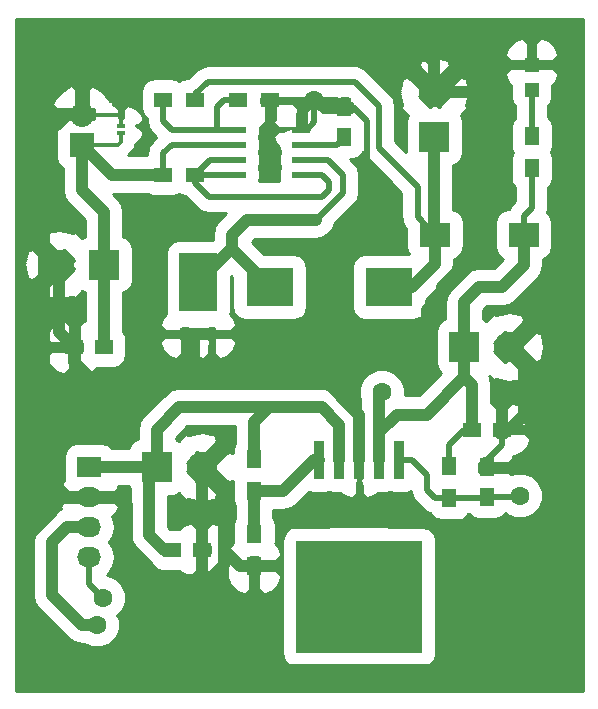
<source format=gbr>
G04 #@! TF.FileFunction,Copper,L1,Top,Signal*
%FSLAX46Y46*%
G04 Gerber Fmt 4.6, Leading zero omitted, Abs format (unit mm)*
G04 Created by KiCad (PCBNEW 4.0.5+dfsg1-4~bpo8+1) date Tue Dec  5 21:37:09 2017*
%MOMM*%
%LPD*%
G01*
G04 APERTURE LIST*
%ADD10C,0.100000*%
%ADD11R,2.032000X2.032000*%
%ADD12O,2.032000X2.032000*%
%ADD13R,2.032000X1.727200*%
%ADD14O,2.032000X1.727200*%
%ADD15R,1.500000X1.300000*%
%ADD16R,0.950000X1.000000*%
%ADD17R,3.200000X4.900000*%
%ADD18R,2.540000X2.540000*%
%ADD19C,2.540000*%
%ADD20R,1.500000X1.250000*%
%ADD21R,1.250000X1.500000*%
%ADD22R,0.650000X0.325000*%
%ADD23R,1.198880X1.198880*%
%ADD24R,1.300000X1.500000*%
%ADD25R,1.498600X0.558800*%
%ADD26R,2.540000X2.000000*%
%ADD27R,0.900000X3.300000*%
%ADD28R,10.700000X9.600000*%
%ADD29R,5.000000X3.000000*%
%ADD30R,4.000000X3.330000*%
%ADD31C,1.600000*%
%ADD32C,0.300000*%
%ADD33C,1.000000*%
%ADD34C,0.500000*%
%ADD35C,0.254000*%
G04 APERTURE END LIST*
D10*
D11*
X123190000Y-81280000D03*
D12*
X123190000Y-78740000D03*
D13*
X123825000Y-108585000D03*
D14*
X123825000Y-111125000D03*
X123825000Y-113665000D03*
X123825000Y-116205000D03*
D15*
X132795000Y-83820000D03*
X130095000Y-83820000D03*
D16*
X131920000Y-97290000D03*
X134170000Y-97290000D03*
D17*
X133045000Y-92940000D03*
D18*
X125095000Y-91440000D03*
D19*
X121295000Y-91440000D03*
D20*
X125075000Y-98425000D03*
X122575000Y-98425000D03*
D21*
X145415000Y-80625000D03*
X145415000Y-78125000D03*
D18*
X153035000Y-80645000D03*
D19*
X153035000Y-76845000D03*
D18*
X155575000Y-98425000D03*
D19*
X159375000Y-98425000D03*
D20*
X156230000Y-105410000D03*
X158730000Y-105410000D03*
D18*
X129540000Y-108585000D03*
D19*
X133340000Y-108585000D03*
D20*
X130830000Y-115570000D03*
X133330000Y-115570000D03*
D21*
X157480000Y-111105000D03*
X157480000Y-108605000D03*
D22*
X126492000Y-80335000D03*
X126492000Y-79685000D03*
D23*
X161290000Y-76614020D03*
X161290000Y-74515980D03*
D15*
X132795000Y-77470000D03*
X130095000Y-77470000D03*
D24*
X161290000Y-83265000D03*
X161290000Y-80565000D03*
D15*
X139145000Y-77470000D03*
X136445000Y-77470000D03*
D24*
X154305000Y-111205000D03*
X154305000Y-108505000D03*
X137795000Y-110570000D03*
X137795000Y-107870000D03*
X137795000Y-116920000D03*
X137795000Y-114220000D03*
D25*
X141770100Y-83820000D03*
X141770100Y-82550000D03*
X141770100Y-81280000D03*
X141770100Y-80010000D03*
X136359900Y-80010000D03*
X136359900Y-81280000D03*
X136359900Y-82550000D03*
X136359900Y-83820000D03*
D26*
X153095000Y-88900000D03*
X160595000Y-88900000D03*
D27*
X150085000Y-107950000D03*
D28*
X146685000Y-119566000D03*
D27*
X148385000Y-107950000D03*
X146685000Y-107950000D03*
X144985000Y-107950000D03*
X143285000Y-107950000D03*
D29*
X146585000Y-116250000D03*
D30*
X139095000Y-93345000D03*
X149195000Y-93345000D03*
D31*
X143002000Y-72390000D03*
X142875000Y-77470000D03*
X148590000Y-102235000D03*
X124460000Y-121920000D03*
X160274000Y-110998000D03*
X124968000Y-119634000D03*
D32*
X126492000Y-80335000D02*
X126492000Y-81026000D01*
X126238000Y-81280000D02*
X123190000Y-81280000D01*
X126492000Y-81026000D02*
X126238000Y-81280000D01*
D33*
X123190000Y-81280000D02*
X125730000Y-83820000D01*
X125730000Y-83820000D02*
X130095000Y-83820000D01*
X125095000Y-91440000D02*
X125095000Y-98405000D01*
X125095000Y-98405000D02*
X125075000Y-98425000D01*
X125095000Y-91440000D02*
X125095000Y-86995000D01*
X123190000Y-85090000D02*
X123190000Y-81280000D01*
X125095000Y-86995000D02*
X123190000Y-85090000D01*
D34*
X136359900Y-81280000D02*
X130810000Y-81280000D01*
X130810000Y-81280000D02*
X130095000Y-81995000D01*
X130095000Y-81995000D02*
X130095000Y-83820000D01*
D32*
X126492000Y-79685000D02*
X126492000Y-78994000D01*
X126238000Y-78740000D02*
X123190000Y-78740000D01*
X126492000Y-78994000D02*
X126238000Y-78740000D01*
D34*
X145415000Y-78125000D02*
X146197000Y-78125000D01*
D33*
X140081000Y-100965000D02*
X139192000Y-100965000D01*
X149352000Y-87884000D02*
X149352000Y-85090000D01*
X147574000Y-89662000D02*
X149352000Y-87884000D01*
X146558000Y-89662000D02*
X147574000Y-89662000D01*
X144018000Y-92202000D02*
X146558000Y-89662000D01*
X144018000Y-97028000D02*
X144018000Y-92202000D01*
X140081000Y-100965000D02*
X144018000Y-97028000D01*
D34*
X149352000Y-84582000D02*
X149352000Y-85090000D01*
X147320000Y-82550000D02*
X149352000Y-84582000D01*
X147320000Y-79248000D02*
X147320000Y-82550000D01*
X146197000Y-78125000D02*
X147320000Y-79248000D01*
X161290000Y-74515980D02*
X155364020Y-74515980D01*
X155364020Y-74515980D02*
X153035000Y-76845000D01*
D33*
X123190000Y-78740000D02*
X123190000Y-75565000D01*
X126365000Y-72390000D02*
X143002000Y-72390000D01*
X123190000Y-75565000D02*
X126365000Y-72390000D01*
X151130000Y-72390000D02*
X153035000Y-74295000D01*
X143002000Y-72390000D02*
X151130000Y-72390000D01*
X153035000Y-74295000D02*
X153035000Y-76845000D01*
D34*
X142875000Y-77470000D02*
X144760000Y-77470000D01*
X144760000Y-77470000D02*
X145415000Y-78125000D01*
X141770100Y-80010000D02*
X142240000Y-80010000D01*
X142240000Y-80010000D02*
X142875000Y-79375000D01*
X142875000Y-79375000D02*
X142875000Y-77470000D01*
X139145000Y-77470000D02*
X142875000Y-77470000D01*
D33*
X144145000Y-100965000D02*
X146050000Y-100965000D01*
X152400000Y-95250000D02*
X153670000Y-93980000D01*
X157490000Y-76845000D02*
X153035000Y-76845000D01*
X158750000Y-78105000D02*
X157490000Y-76845000D01*
X158750000Y-82550000D02*
X158750000Y-78105000D01*
X156845000Y-84455000D02*
X158750000Y-82550000D01*
X156845000Y-90170000D02*
X156845000Y-84455000D01*
X153670000Y-93345000D02*
X156845000Y-90170000D01*
X153670000Y-93980000D02*
X153670000Y-93345000D01*
X152400000Y-97155000D02*
X152400000Y-95250000D01*
X149860000Y-99695000D02*
X152400000Y-97155000D01*
X147320000Y-99695000D02*
X149860000Y-99695000D01*
X146050000Y-100965000D02*
X147320000Y-99695000D01*
D34*
X157480000Y-108605000D02*
X157480000Y-107950000D01*
X157480000Y-107950000D02*
X158730000Y-106700000D01*
X158730000Y-106700000D02*
X158730000Y-105410000D01*
D33*
X120650000Y-109855000D02*
X120650000Y-112395000D01*
X163195000Y-106680000D02*
X160655000Y-104140000D01*
X163195000Y-122555000D02*
X163195000Y-106680000D01*
X160020000Y-125730000D02*
X160020000Y-125730000D01*
X160020000Y-125730000D02*
X163195000Y-122555000D01*
X123825000Y-125730000D02*
X160020000Y-125730000D01*
X118745000Y-120650000D02*
X123825000Y-125730000D01*
X118745000Y-114300000D02*
X118745000Y-120650000D01*
X120650000Y-112395000D02*
X118745000Y-114300000D01*
X146685000Y-107950000D02*
X146685000Y-104140000D01*
X143510000Y-100965000D02*
X144145000Y-100965000D01*
X146685000Y-104140000D02*
X143510000Y-100965000D01*
X120015000Y-90160000D02*
X120015000Y-100965000D01*
X121920000Y-111125000D02*
X123825000Y-111125000D01*
X120650000Y-109855000D02*
X121920000Y-111125000D01*
X120650000Y-101600000D02*
X120650000Y-109855000D01*
X120015000Y-100965000D02*
X120650000Y-101600000D01*
X132715000Y-97290000D02*
X132715000Y-99695000D01*
X132715000Y-99695000D02*
X133985000Y-100965000D01*
X131920000Y-97290000D02*
X132715000Y-97290000D01*
X132715000Y-97290000D02*
X134170000Y-97290000D01*
X122575000Y-98425000D02*
X122575000Y-99715000D01*
X122575000Y-99715000D02*
X123825000Y-100965000D01*
X123825000Y-100965000D02*
X133985000Y-100965000D01*
X133985000Y-100965000D02*
X139192000Y-100965000D01*
X139192000Y-100965000D02*
X144145000Y-100965000D01*
X121295000Y-91440000D02*
X121295000Y-97145000D01*
X121295000Y-97145000D02*
X122575000Y-98425000D01*
X123190000Y-78740000D02*
X121920000Y-78740000D01*
X120015000Y-90160000D02*
X121295000Y-91440000D01*
X120015000Y-80645000D02*
X120015000Y-90160000D01*
X121920000Y-78740000D02*
X120015000Y-80645000D01*
X137795000Y-116920000D02*
X136605000Y-116920000D01*
X136605000Y-116920000D02*
X135255000Y-115570000D01*
X123825000Y-111125000D02*
X126365000Y-111125000D01*
X126365000Y-111125000D02*
X127000000Y-111760000D01*
X127000000Y-111760000D02*
X127000000Y-115570000D01*
X127000000Y-115570000D02*
X129540000Y-118110000D01*
X129540000Y-118110000D02*
X133985000Y-118110000D01*
X133985000Y-118110000D02*
X135255000Y-116840000D01*
X135255000Y-116840000D02*
X135255000Y-115570000D01*
X135255000Y-110500000D02*
X133340000Y-108585000D01*
X135255000Y-115570000D02*
X135255000Y-110500000D01*
X133330000Y-115570000D02*
X133330000Y-108595000D01*
X133330000Y-108595000D02*
X133340000Y-108585000D01*
X158730000Y-105410000D02*
X159385000Y-105410000D01*
X159385000Y-105410000D02*
X160655000Y-104140000D01*
X160655000Y-104140000D02*
X160655000Y-99705000D01*
X160655000Y-99705000D02*
X159375000Y-98425000D01*
D34*
X160595000Y-88900000D02*
X160595000Y-87309000D01*
X161290000Y-86614000D02*
X161290000Y-83265000D01*
X160595000Y-87309000D02*
X161290000Y-86614000D01*
D33*
X148385000Y-102440000D02*
X148590000Y-102235000D01*
X148385000Y-106045000D02*
X148385000Y-102440000D01*
X121920000Y-113665000D02*
X120650000Y-114935000D01*
X120650000Y-114935000D02*
X120650000Y-119380000D01*
X120650000Y-119380000D02*
X123190000Y-121920000D01*
X123190000Y-121920000D02*
X124460000Y-121920000D01*
X121920000Y-113665000D02*
X123825000Y-113665000D01*
D34*
X154305000Y-108505000D02*
X154305000Y-106680000D01*
X154305000Y-106680000D02*
X155575000Y-105410000D01*
X155575000Y-105410000D02*
X156230000Y-105410000D01*
D33*
X156230000Y-105410000D02*
X156230000Y-101620000D01*
X156230000Y-101620000D02*
X155575000Y-100965000D01*
X148385000Y-107950000D02*
X148385000Y-106045000D01*
X148385000Y-106045000D02*
X148385000Y-105615000D01*
X155575000Y-100965000D02*
X155575000Y-98425000D01*
X152400000Y-104140000D02*
X155575000Y-100965000D01*
X149860000Y-104140000D02*
X152400000Y-104140000D01*
X148385000Y-105615000D02*
X149860000Y-104140000D01*
X160595000Y-88900000D02*
X160595000Y-91500000D01*
X155575000Y-94615000D02*
X155575000Y-98425000D01*
X156845000Y-93345000D02*
X155575000Y-94615000D01*
X158750000Y-93345000D02*
X156845000Y-93345000D01*
X160595000Y-91500000D02*
X158750000Y-93345000D01*
X130830000Y-115570000D02*
X130175000Y-115570000D01*
X130175000Y-115570000D02*
X128905000Y-114300000D01*
X128905000Y-114300000D02*
X128905000Y-109220000D01*
X128905000Y-109220000D02*
X129540000Y-108585000D01*
X123825000Y-108585000D02*
X129540000Y-108585000D01*
X129540000Y-108585000D02*
X129540000Y-105410000D01*
X131445000Y-103505000D02*
X139065000Y-103505000D01*
X129540000Y-105410000D02*
X131445000Y-103505000D01*
X144985000Y-107950000D02*
X144985000Y-104980000D01*
X137795000Y-104775000D02*
X137795000Y-107870000D01*
X139065000Y-103505000D02*
X137795000Y-104775000D01*
X143510000Y-103505000D02*
X139065000Y-103505000D01*
X144985000Y-104980000D02*
X143510000Y-103505000D01*
D34*
X157480000Y-111105000D02*
X160167000Y-111105000D01*
X160167000Y-111105000D02*
X160274000Y-110998000D01*
X123825000Y-118491000D02*
X123825000Y-116205000D01*
X123825000Y-118491000D02*
X124968000Y-119634000D01*
X154305000Y-111205000D02*
X157380000Y-111205000D01*
X157380000Y-111205000D02*
X157480000Y-111105000D01*
X150085000Y-107950000D02*
X151130000Y-107950000D01*
X153115000Y-111205000D02*
X154305000Y-111205000D01*
X152400000Y-110490000D02*
X153115000Y-111205000D01*
X152400000Y-109220000D02*
X152400000Y-110490000D01*
X151130000Y-107950000D02*
X152400000Y-109220000D01*
X141770100Y-83820000D02*
X143510000Y-83820000D01*
X132795000Y-84535000D02*
X132795000Y-83820000D01*
X133985000Y-85725000D02*
X132795000Y-84535000D01*
X135890000Y-85725000D02*
X133985000Y-85725000D01*
X143510000Y-85725000D02*
X135890000Y-85725000D01*
X144145000Y-85090000D02*
X143510000Y-85725000D01*
X144145000Y-84455000D02*
X144145000Y-85090000D01*
X143510000Y-83820000D02*
X144145000Y-84455000D01*
X136359900Y-82550000D02*
X134065000Y-82550000D01*
X134065000Y-82550000D02*
X132795000Y-83820000D01*
X132795000Y-83820000D02*
X136359900Y-83820000D01*
X141770100Y-82550000D02*
X144018000Y-82550000D01*
X145288000Y-85344000D02*
X143002000Y-87630000D01*
X145288000Y-83820000D02*
X145288000Y-85344000D01*
X144018000Y-82550000D02*
X145288000Y-83820000D01*
X135852500Y-90132500D02*
X135890000Y-90095000D01*
D33*
X135890000Y-88900000D02*
X135890000Y-90095000D01*
X137160000Y-87630000D02*
X135890000Y-88900000D01*
X143002000Y-87630000D02*
X137160000Y-87630000D01*
D34*
X135852500Y-90132500D02*
X135882500Y-90132500D01*
D33*
X135882500Y-90132500D02*
X139095000Y-93345000D01*
X135852500Y-90132500D02*
X133045000Y-92940000D01*
D34*
X141770100Y-81280000D02*
X144760000Y-81280000D01*
X144760000Y-81280000D02*
X145415000Y-80625000D01*
X132795000Y-77470000D02*
X132795000Y-77009000D01*
X132795000Y-77009000D02*
X133858000Y-75946000D01*
X151638000Y-87443000D02*
X153095000Y-88900000D01*
X151638000Y-84836000D02*
X151638000Y-87443000D01*
X148336000Y-81534000D02*
X151638000Y-84836000D01*
X148336000Y-77978000D02*
X148336000Y-81534000D01*
X146304000Y-75946000D02*
X148336000Y-77978000D01*
X133858000Y-75946000D02*
X146304000Y-75946000D01*
D33*
X153035000Y-80645000D02*
X153035000Y-88840000D01*
X153035000Y-88840000D02*
X153095000Y-88900000D01*
X149195000Y-93345000D02*
X151130000Y-93345000D01*
X151130000Y-93345000D02*
X153095000Y-91380000D01*
X153095000Y-91380000D02*
X153095000Y-88900000D01*
D34*
X132795000Y-77470000D02*
X132795000Y-77390000D01*
X152400000Y-80645000D02*
X153035000Y-80645000D01*
X161290000Y-80565000D02*
X161290000Y-76614020D01*
X136445000Y-77470000D02*
X135255000Y-77470000D01*
X134620000Y-78105000D02*
X134620000Y-80010000D01*
X135255000Y-77470000D02*
X134620000Y-78105000D01*
X130095000Y-77470000D02*
X130095000Y-79295000D01*
X130810000Y-80010000D02*
X134620000Y-80010000D01*
X134620000Y-80010000D02*
X136359900Y-80010000D01*
X130095000Y-79295000D02*
X130810000Y-80010000D01*
D33*
X137795000Y-114220000D02*
X137795000Y-110570000D01*
X137795000Y-110570000D02*
X140255000Y-110570000D01*
X140255000Y-110570000D02*
X142875000Y-107950000D01*
X142875000Y-107950000D02*
X143285000Y-107950000D01*
D35*
X117602000Y-70612000D02*
X165608000Y-70612000D01*
X117602000Y-70815200D02*
X165608000Y-70815200D01*
X117602000Y-71018400D02*
X165608000Y-71018400D01*
X117602000Y-71221600D02*
X165608000Y-71221600D01*
X117602000Y-71424800D02*
X165608000Y-71424800D01*
X117602000Y-71628000D02*
X165608000Y-71628000D01*
X117602000Y-71831200D02*
X165608000Y-71831200D01*
X117602000Y-72034400D02*
X165608000Y-72034400D01*
X117602000Y-72237600D02*
X165608000Y-72237600D01*
X117602000Y-72440800D02*
X160001756Y-72440800D01*
X160734790Y-72440800D02*
X161845210Y-72440800D01*
X162578245Y-72440800D02*
X165608000Y-72440800D01*
X117602000Y-72644000D02*
X159662175Y-72644000D01*
X160937990Y-72644000D02*
X161642010Y-72644000D01*
X162917826Y-72644000D02*
X165608000Y-72644000D01*
X117602000Y-72847200D02*
X159458975Y-72847200D01*
X160990280Y-72847200D02*
X161589720Y-72847200D01*
X163121026Y-72847200D02*
X165608000Y-72847200D01*
X117602000Y-73050400D02*
X159288276Y-73050400D01*
X160990280Y-73050400D02*
X161589720Y-73050400D01*
X163291725Y-73050400D02*
X165608000Y-73050400D01*
X117602000Y-73253600D02*
X159204107Y-73253600D01*
X160990280Y-73253600D02*
X161589720Y-73253600D01*
X163375894Y-73253600D02*
X165608000Y-73253600D01*
X117602000Y-73456800D02*
X159119939Y-73456800D01*
X160990280Y-73456800D02*
X161589720Y-73456800D01*
X163460062Y-73456800D02*
X165608000Y-73456800D01*
X117602000Y-73660000D02*
X159063560Y-73660000D01*
X160990280Y-73660000D02*
X161589720Y-73660000D01*
X163516440Y-73660000D02*
X165608000Y-73660000D01*
X117602000Y-73863200D02*
X159117250Y-73863200D01*
X160990280Y-73863200D02*
X161589720Y-73863200D01*
X163462750Y-73863200D02*
X165608000Y-73863200D01*
X117602000Y-74066400D02*
X152116961Y-74066400D01*
X153889483Y-74066400D02*
X159320450Y-74066400D01*
X160990280Y-74066400D02*
X161589720Y-74066400D01*
X163259550Y-74066400D02*
X165608000Y-74066400D01*
X117602000Y-74269600D02*
X151824136Y-74269600D01*
X154245865Y-74269600D02*
X165608000Y-74269600D01*
X117602000Y-74472800D02*
X151779346Y-74472800D01*
X154290655Y-74472800D02*
X165608000Y-74472800D01*
X117602000Y-74676000D02*
X133327780Y-74676000D01*
X146834221Y-74676000D02*
X151764025Y-74676000D01*
X154305974Y-74676000D02*
X165608000Y-74676000D01*
X117602000Y-74879200D02*
X133023670Y-74879200D01*
X147138331Y-74879200D02*
X151967225Y-74879200D01*
X154102774Y-74879200D02*
X159406810Y-74879200D01*
X163173190Y-74879200D02*
X165608000Y-74879200D01*
X117602000Y-75082400D02*
X132774228Y-75082400D01*
X147387772Y-75082400D02*
X152170425Y-75082400D01*
X153899574Y-75082400D02*
X159203610Y-75082400D01*
X163376390Y-75082400D02*
X165608000Y-75082400D01*
X117602000Y-75285600D02*
X132571028Y-75285600D01*
X147590972Y-75285600D02*
X152373625Y-75285600D01*
X153696374Y-75285600D02*
X159063560Y-75285600D01*
X163516440Y-75285600D02*
X165608000Y-75285600D01*
X117602000Y-75488800D02*
X132367828Y-75488800D01*
X147794172Y-75488800D02*
X152576825Y-75488800D01*
X153493174Y-75488800D02*
X159084167Y-75488800D01*
X163495832Y-75488800D02*
X165608000Y-75488800D01*
X117602000Y-75692000D02*
X129232976Y-75692000D01*
X130949092Y-75692000D02*
X131932976Y-75692000D01*
X147997372Y-75692000D02*
X150321682Y-75692000D01*
X150983975Y-75692000D02*
X152780025Y-75692000D01*
X153289974Y-75692000D02*
X155086026Y-75692000D01*
X155753960Y-75692000D02*
X159168335Y-75692000D01*
X163411664Y-75692000D02*
X165608000Y-75692000D01*
X117602000Y-75895200D02*
X128700944Y-75895200D01*
X148200572Y-75895200D02*
X150277245Y-75895200D01*
X151187175Y-75895200D02*
X152983225Y-75895200D01*
X153086774Y-75895200D02*
X154882826Y-75895200D01*
X155807906Y-75895200D02*
X159252503Y-75895200D01*
X163327496Y-75895200D02*
X165608000Y-75895200D01*
X117602000Y-76098400D02*
X128474041Y-76098400D01*
X148403772Y-76098400D02*
X150232808Y-76098400D01*
X151390375Y-76098400D02*
X154679626Y-76098400D01*
X155844337Y-76098400D02*
X159372614Y-76098400D01*
X163207385Y-76098400D02*
X165608000Y-76098400D01*
X117602000Y-76301600D02*
X122210325Y-76301600D01*
X122341939Y-76301600D02*
X124038062Y-76301600D01*
X124169676Y-76301600D02*
X128335200Y-76301600D01*
X148606972Y-76301600D02*
X150188371Y-76301600D01*
X151593575Y-76301600D02*
X154476426Y-76301600D01*
X155880768Y-76301600D02*
X159541481Y-76301600D01*
X163038519Y-76301600D02*
X165608000Y-76301600D01*
X117602000Y-76504800D02*
X121876533Y-76504800D01*
X122616793Y-76504800D02*
X123763208Y-76504800D01*
X124503468Y-76504800D02*
X128259751Y-76504800D01*
X148810172Y-76504800D02*
X150143934Y-76504800D01*
X151796775Y-76504800D02*
X154273226Y-76504800D01*
X155917200Y-76504800D02*
X159541481Y-76504800D01*
X163038519Y-76504800D02*
X165608000Y-76504800D01*
X117602000Y-76708000D02*
X121542741Y-76708000D01*
X122682000Y-76708000D02*
X123698000Y-76708000D01*
X124837260Y-76708000D02*
X128218602Y-76708000D01*
X149013372Y-76708000D02*
X150099496Y-76708000D01*
X151999975Y-76708000D02*
X154070026Y-76708000D01*
X155953631Y-76708000D02*
X159541481Y-76708000D01*
X163038519Y-76708000D02*
X165608000Y-76708000D01*
X117602000Y-76911200D02*
X121315882Y-76911200D01*
X122682000Y-76911200D02*
X123698000Y-76911200D01*
X125064119Y-76911200D02*
X128195921Y-76911200D01*
X149216572Y-76911200D02*
X150103676Y-76911200D01*
X152070774Y-76911200D02*
X153999226Y-76911200D01*
X155985987Y-76911200D02*
X159541481Y-76911200D01*
X163038519Y-76911200D02*
X165608000Y-76911200D01*
X117602000Y-77114400D02*
X121167333Y-77114400D01*
X122682000Y-77114400D02*
X123698000Y-77114400D01*
X125212667Y-77114400D02*
X128195921Y-77114400D01*
X149383244Y-77114400D02*
X150140107Y-77114400D01*
X151867574Y-77114400D02*
X154202426Y-77114400D01*
X155941550Y-77114400D02*
X159541481Y-77114400D01*
X163038519Y-77114400D02*
X165608000Y-77114400D01*
X117602000Y-77317600D02*
X121018784Y-77317600D01*
X122682000Y-77317600D02*
X123698000Y-77317600D01*
X125361216Y-77317600D02*
X128195921Y-77317600D01*
X149519017Y-77317600D02*
X150176538Y-77317600D01*
X151891154Y-77317600D02*
X154178846Y-77317600D01*
X155897112Y-77317600D02*
X159561076Y-77317600D01*
X163017430Y-77317600D02*
X165608000Y-77317600D01*
X117602000Y-77520800D02*
X120870236Y-77520800D01*
X122682000Y-77520800D02*
X123698000Y-77520800D01*
X125509765Y-77520800D02*
X128195921Y-77520800D01*
X149622058Y-77520800D02*
X150212969Y-77520800D01*
X152094354Y-77520800D02*
X153975646Y-77520800D01*
X155852675Y-77520800D02*
X159599311Y-77520800D01*
X162976281Y-77520800D02*
X165608000Y-77520800D01*
X117602000Y-77724000D02*
X120752615Y-77724000D01*
X122682000Y-77724000D02*
X123698000Y-77724000D01*
X125833000Y-77724000D02*
X128195921Y-77724000D01*
X149662477Y-77724000D02*
X150249400Y-77724000D01*
X152297554Y-77724000D02*
X153772446Y-77724000D01*
X155808238Y-77724000D02*
X159679844Y-77724000D01*
X162904611Y-77724000D02*
X165608000Y-77724000D01*
X117602000Y-77927200D02*
X120779866Y-77927200D01*
X122682000Y-77927200D02*
X123698000Y-77927200D01*
X125954450Y-77927200D02*
X127029550Y-77927200D01*
X127217162Y-77927200D02*
X128195921Y-77927200D01*
X149702896Y-77927200D02*
X150286713Y-77927200D01*
X152500754Y-77927200D02*
X152850826Y-77927200D01*
X153219174Y-77927200D02*
X153569246Y-77927200D01*
X155763801Y-77927200D02*
X159810599Y-77927200D01*
X162765770Y-77927200D02*
X165608000Y-77927200D01*
X117602000Y-78130400D02*
X120934764Y-78130400D01*
X122682000Y-78130400D02*
X123698000Y-78130400D01*
X126157650Y-78130400D02*
X126826350Y-78130400D01*
X127707730Y-78130400D02*
X128197877Y-78130400D01*
X149713000Y-78130400D02*
X150161435Y-78130400D01*
X155908565Y-78130400D02*
X159913000Y-78130400D01*
X162667000Y-78130400D02*
X165608000Y-78130400D01*
X117602000Y-78333600D02*
X124206000Y-78333600D01*
X126329500Y-78333600D02*
X126654500Y-78333600D01*
X127929026Y-78333600D02*
X128236112Y-78333600D01*
X149713000Y-78333600D02*
X150349877Y-78333600D01*
X155720123Y-78333600D02*
X159913000Y-78333600D01*
X162667000Y-78333600D02*
X165608000Y-78333600D01*
X117602000Y-78536800D02*
X124206000Y-78536800D01*
X126329500Y-78536800D02*
X126654500Y-78536800D01*
X128132226Y-78536800D02*
X128274347Y-78536800D01*
X149713000Y-78536800D02*
X150553077Y-78536800D01*
X155516923Y-78536800D02*
X159913000Y-78536800D01*
X162667000Y-78536800D02*
X165608000Y-78536800D01*
X117602000Y-78740000D02*
X124206000Y-78740000D01*
X126329500Y-78740000D02*
X126654500Y-78740000D01*
X128253930Y-78740000D02*
X128404720Y-78740000D01*
X149713000Y-78740000D02*
X150756277Y-78740000D01*
X155313723Y-78740000D02*
X159913000Y-78740000D01*
X162667000Y-78740000D02*
X165608000Y-78740000D01*
X117602000Y-78943200D02*
X124206000Y-78943200D01*
X126329500Y-78943200D02*
X126654500Y-78943200D01*
X128338098Y-78943200D02*
X128553501Y-78943200D01*
X149713000Y-78943200D02*
X150703363Y-78943200D01*
X155366383Y-78943200D02*
X159913000Y-78943200D01*
X162667000Y-78943200D02*
X165608000Y-78943200D01*
X117602000Y-79146400D02*
X122006705Y-79146400D01*
X128422266Y-79146400D02*
X128718000Y-79146400D01*
X149713000Y-79146400D02*
X150662214Y-79146400D01*
X155411065Y-79146400D02*
X159732827Y-79146400D01*
X162849007Y-79146400D02*
X165608000Y-79146400D01*
X117602000Y-79349600D02*
X120934765Y-79349600D01*
X128291400Y-79349600D02*
X128728860Y-79349600D01*
X149713000Y-79349600D02*
X150621065Y-79349600D01*
X155449300Y-79349600D02*
X159593986Y-79349600D01*
X162979763Y-79349600D02*
X165608000Y-79349600D01*
X117602000Y-79552800D02*
X120779867Y-79552800D01*
X128088200Y-79552800D02*
X128769279Y-79552800D01*
X149713000Y-79552800D02*
X150615921Y-79552800D01*
X155454079Y-79552800D02*
X159544018Y-79552800D01*
X163039743Y-79552800D02*
X165608000Y-79552800D01*
X117602000Y-79756000D02*
X120752614Y-79756000D01*
X127887709Y-79756000D02*
X128809698Y-79756000D01*
X149713000Y-79756000D02*
X150615921Y-79756000D01*
X155454079Y-79756000D02*
X159502869Y-79756000D01*
X163077978Y-79756000D02*
X165608000Y-79756000D01*
X117602000Y-79959200D02*
X120870234Y-79959200D01*
X128230200Y-79959200D02*
X128914522Y-79959200D01*
X149713000Y-79959200D02*
X150615921Y-79959200D01*
X155454079Y-79959200D02*
X159490921Y-79959200D01*
X163089079Y-79959200D02*
X165608000Y-79959200D01*
X117602000Y-80162400D02*
X121018783Y-80162400D01*
X128433400Y-80162400D02*
X129050295Y-80162400D01*
X149713000Y-80162400D02*
X150615921Y-80162400D01*
X155454079Y-80162400D02*
X159490921Y-80162400D01*
X163089079Y-80162400D02*
X165608000Y-80162400D01*
X117602000Y-80365600D02*
X121024921Y-80365600D01*
X128363447Y-80365600D02*
X129218228Y-80365600D01*
X149713000Y-80365600D02*
X150615921Y-80365600D01*
X155454079Y-80365600D02*
X159490921Y-80365600D01*
X163089079Y-80365600D02*
X165608000Y-80365600D01*
X117602000Y-80568800D02*
X121024921Y-80568800D01*
X128279279Y-80568800D02*
X129421428Y-80568800D01*
X149713000Y-80568800D02*
X150615921Y-80568800D01*
X155454079Y-80568800D02*
X159490921Y-80568800D01*
X163089079Y-80568800D02*
X165608000Y-80568800D01*
X117602000Y-80772000D02*
X121024921Y-80772000D01*
X128193425Y-80772000D02*
X129370628Y-80772000D01*
X149713000Y-80772000D02*
X150615921Y-80772000D01*
X155454079Y-80772000D02*
X159490921Y-80772000D01*
X163089079Y-80772000D02*
X165608000Y-80772000D01*
X117602000Y-80975200D02*
X121024921Y-80975200D01*
X127990225Y-80975200D02*
X129167428Y-80975200D01*
X149724572Y-80975200D02*
X150615921Y-80975200D01*
X155454079Y-80975200D02*
X159490921Y-80975200D01*
X163089079Y-80975200D02*
X165608000Y-80975200D01*
X117602000Y-81178400D02*
X121024921Y-81178400D01*
X127787025Y-81178400D02*
X129016353Y-81178400D01*
X149927772Y-81178400D02*
X150615921Y-81178400D01*
X155454079Y-81178400D02*
X159490921Y-81178400D01*
X163089079Y-81178400D02*
X165608000Y-81178400D01*
X117602000Y-81381600D02*
X121024921Y-81381600D01*
X127698266Y-81381600D02*
X128880579Y-81381600D01*
X150130972Y-81381600D02*
X150615921Y-81381600D01*
X155454079Y-81381600D02*
X159503452Y-81381600D01*
X163075592Y-81381600D02*
X165608000Y-81381600D01*
X117602000Y-81584800D02*
X121024921Y-81584800D01*
X127624946Y-81584800D02*
X128799594Y-81584800D01*
X150334172Y-81584800D02*
X150615921Y-81584800D01*
X155454079Y-81584800D02*
X159541687Y-81584800D01*
X163034443Y-81584800D02*
X165608000Y-81584800D01*
X117602000Y-81788000D02*
X121024921Y-81788000D01*
X127489172Y-81788000D02*
X128759175Y-81788000D01*
X150537372Y-81788000D02*
X150615921Y-81788000D01*
X155454079Y-81788000D02*
X159605128Y-81788000D01*
X162980821Y-81788000D02*
X165608000Y-81788000D01*
X117602000Y-81991200D02*
X121024921Y-81991200D01*
X127332750Y-81991200D02*
X128718756Y-81991200D01*
X146982976Y-81991200D02*
X147049942Y-81991200D01*
X155438648Y-81991200D02*
X159633890Y-81991200D01*
X162942183Y-81991200D02*
X165608000Y-81991200D01*
X117602000Y-82194400D02*
X121024921Y-82194400D01*
X146844135Y-82194400D02*
X147152983Y-82194400D01*
X155397499Y-82194400D02*
X159555845Y-82194400D01*
X163028754Y-82194400D02*
X165608000Y-82194400D01*
X117602000Y-82397600D02*
X121044038Y-82397600D01*
X146532070Y-82397600D02*
X147288756Y-82397600D01*
X155339261Y-82397600D02*
X159514696Y-82397600D01*
X163066989Y-82397600D02*
X165608000Y-82397600D01*
X117602000Y-82600800D02*
X121082273Y-82600800D01*
X146016172Y-82600800D02*
X147455428Y-82600800D01*
X155200420Y-82600800D02*
X159490921Y-82600800D01*
X163089079Y-82600800D02*
X165608000Y-82600800D01*
X117602000Y-82804000D02*
X121161650Y-82804000D01*
X146219372Y-82804000D02*
X147658628Y-82804000D01*
X155004691Y-82804000D02*
X159490921Y-82804000D01*
X163089079Y-82804000D02*
X165608000Y-82804000D01*
X117602000Y-83007200D02*
X121292405Y-83007200D01*
X146369187Y-83007200D02*
X147861828Y-83007200D01*
X154662000Y-83007200D02*
X159490921Y-83007200D01*
X163089079Y-83007200D02*
X165608000Y-83007200D01*
X117602000Y-83210400D02*
X121515976Y-83210400D01*
X146504961Y-83210400D02*
X148065028Y-83210400D01*
X154662000Y-83210400D02*
X159490921Y-83210400D01*
X163089079Y-83210400D02*
X165608000Y-83210400D01*
X117602000Y-83413600D02*
X121563000Y-83413600D01*
X146584162Y-83413600D02*
X148268228Y-83413600D01*
X154662000Y-83413600D02*
X159490921Y-83413600D01*
X163089079Y-83413600D02*
X165608000Y-83413600D01*
X117602000Y-83616800D02*
X121563000Y-83616800D01*
X146624581Y-83616800D02*
X148471428Y-83616800D01*
X154662000Y-83616800D02*
X159490921Y-83616800D01*
X163089079Y-83616800D02*
X165608000Y-83616800D01*
X117602000Y-83820000D02*
X121563000Y-83820000D01*
X146665000Y-83820000D02*
X148674628Y-83820000D01*
X154662000Y-83820000D02*
X159490921Y-83820000D01*
X163089079Y-83820000D02*
X165608000Y-83820000D01*
X117602000Y-84023200D02*
X121563000Y-84023200D01*
X146665000Y-84023200D02*
X148877828Y-84023200D01*
X154662000Y-84023200D02*
X159492463Y-84023200D01*
X163087418Y-84023200D02*
X165608000Y-84023200D01*
X117602000Y-84226400D02*
X121563000Y-84226400D01*
X146665000Y-84226400D02*
X149081028Y-84226400D01*
X154662000Y-84226400D02*
X159530698Y-84226400D01*
X163046269Y-84226400D02*
X165608000Y-84226400D01*
X117602000Y-84429600D02*
X121563000Y-84429600D01*
X146665000Y-84429600D02*
X149284228Y-84429600D01*
X154662000Y-84429600D02*
X159568933Y-84429600D01*
X163005120Y-84429600D02*
X165608000Y-84429600D01*
X117602000Y-84632800D02*
X121563000Y-84632800D01*
X146665000Y-84632800D02*
X149487428Y-84632800D01*
X154662000Y-84632800D02*
X159698304Y-84632800D01*
X162881883Y-84632800D02*
X165608000Y-84632800D01*
X117602000Y-84836000D02*
X121563000Y-84836000D01*
X146665000Y-84836000D02*
X149690628Y-84836000D01*
X154662000Y-84836000D02*
X159845281Y-84836000D01*
X162743042Y-84836000D02*
X165608000Y-84836000D01*
X117602000Y-85039200D02*
X121563000Y-85039200D01*
X146665000Y-85039200D02*
X149893828Y-85039200D01*
X154662000Y-85039200D02*
X159913000Y-85039200D01*
X162667000Y-85039200D02*
X165608000Y-85039200D01*
X117602000Y-85242400D02*
X121593314Y-85242400D01*
X146665000Y-85242400D02*
X150097028Y-85242400D01*
X154662000Y-85242400D02*
X159913000Y-85242400D01*
X162667000Y-85242400D02*
X165608000Y-85242400D01*
X117602000Y-85445600D02*
X121633733Y-85445600D01*
X131410111Y-85445600D02*
X131476546Y-85445600D01*
X146644790Y-85445600D02*
X150261000Y-85445600D01*
X154662000Y-85445600D02*
X159913000Y-85445600D01*
X162667000Y-85445600D02*
X165608000Y-85445600D01*
X117602000Y-85648800D02*
X121674152Y-85648800D01*
X126049726Y-85648800D02*
X131961428Y-85648800D01*
X146604371Y-85648800D02*
X150261000Y-85648800D01*
X154662000Y-85648800D02*
X159913000Y-85648800D01*
X162667000Y-85648800D02*
X165608000Y-85648800D01*
X117602000Y-85852000D02*
X121779974Y-85852000D01*
X126250450Y-85852000D02*
X132164628Y-85852000D01*
X146563952Y-85852000D02*
X150261000Y-85852000D01*
X154662000Y-85852000D02*
X159913000Y-85852000D01*
X162667000Y-85852000D02*
X165608000Y-85852000D01*
X117602000Y-86055200D02*
X121915748Y-86055200D01*
X126386224Y-86055200D02*
X132367828Y-86055200D01*
X146437073Y-86055200D02*
X150261000Y-86055200D01*
X154662000Y-86055200D02*
X159901428Y-86055200D01*
X162667000Y-86055200D02*
X165608000Y-86055200D01*
X117602000Y-86258400D02*
X122057474Y-86258400D01*
X126521998Y-86258400D02*
X132571028Y-86258400D01*
X146301299Y-86258400D02*
X150261000Y-86258400D01*
X154662000Y-86258400D02*
X159698228Y-86258400D01*
X162667000Y-86258400D02*
X165608000Y-86258400D01*
X117602000Y-86461600D02*
X122260674Y-86461600D01*
X126615901Y-86461600D02*
X132774228Y-86461600D01*
X146117772Y-86461600D02*
X150261000Y-86461600D01*
X154662000Y-86461600D02*
X159536933Y-86461600D01*
X162667000Y-86461600D02*
X165608000Y-86461600D01*
X117602000Y-86664800D02*
X122463874Y-86664800D01*
X126656320Y-86664800D02*
X132977428Y-86664800D01*
X145914572Y-86664800D02*
X150261000Y-86664800D01*
X154662000Y-86664800D02*
X159401159Y-86664800D01*
X162656895Y-86664800D02*
X165608000Y-86664800D01*
X117602000Y-86868000D02*
X122667074Y-86868000D01*
X126696739Y-86868000D02*
X133264710Y-86868000D01*
X145711372Y-86868000D02*
X150261000Y-86868000D01*
X154850911Y-86868000D02*
X158847538Y-86868000D01*
X162616476Y-86868000D02*
X165608000Y-86868000D01*
X117602000Y-87071200D02*
X122870274Y-87071200D01*
X126722000Y-87071200D02*
X133830158Y-87071200D01*
X145508172Y-87071200D02*
X150261000Y-87071200D01*
X155148303Y-87071200D02*
X158531755Y-87071200D01*
X162648303Y-87071200D02*
X165608000Y-87071200D01*
X117602000Y-87274400D02*
X123073474Y-87274400D01*
X126722000Y-87274400D02*
X135214674Y-87274400D01*
X145304972Y-87274400D02*
X150261000Y-87274400D01*
X155301677Y-87274400D02*
X158388447Y-87274400D01*
X162801677Y-87274400D02*
X165608000Y-87274400D01*
X117602000Y-87477600D02*
X123276674Y-87477600D01*
X126722000Y-87477600D02*
X135011474Y-87477600D01*
X145101772Y-87477600D02*
X150267882Y-87477600D01*
X155432432Y-87477600D02*
X158261460Y-87477600D01*
X162932432Y-87477600D02*
X165608000Y-87477600D01*
X117602000Y-87680800D02*
X123468000Y-87680800D01*
X126722000Y-87680800D02*
X134808274Y-87680800D01*
X144898572Y-87680800D02*
X150308301Y-87680800D01*
X155472834Y-87680800D02*
X158220311Y-87680800D01*
X162972834Y-87680800D02*
X165608000Y-87680800D01*
X117602000Y-87884000D02*
X123468000Y-87884000D01*
X126722000Y-87884000D02*
X134649692Y-87884000D01*
X144695372Y-87884000D02*
X150348720Y-87884000D01*
X155511069Y-87884000D02*
X158179162Y-87884000D01*
X163011069Y-87884000D02*
X165608000Y-87884000D01*
X117602000Y-88087200D02*
X123468000Y-88087200D01*
X126722000Y-88087200D02*
X134513919Y-88087200D01*
X144538057Y-88087200D02*
X150444158Y-88087200D01*
X155514079Y-88087200D02*
X158175921Y-88087200D01*
X163014079Y-88087200D02*
X165608000Y-88087200D01*
X117602000Y-88290400D02*
X123468000Y-88290400D01*
X126722000Y-88290400D02*
X134384257Y-88290400D01*
X144479912Y-88290400D02*
X150579932Y-88290400D01*
X155514079Y-88290400D02*
X158175921Y-88290400D01*
X163014079Y-88290400D02*
X165608000Y-88290400D01*
X117602000Y-88493600D02*
X121312890Y-88493600D01*
X121382177Y-88493600D02*
X123468000Y-88493600D01*
X126722000Y-88493600D02*
X134343838Y-88493600D01*
X144344138Y-88493600D02*
X150675921Y-88493600D01*
X155514079Y-88493600D02*
X158175921Y-88493600D01*
X163014079Y-88493600D02*
X165608000Y-88493600D01*
X117602000Y-88696800D02*
X120200521Y-88696800D01*
X122311358Y-88696800D02*
X122450035Y-88696800D01*
X122725523Y-88696800D02*
X123468000Y-88696800D01*
X126722000Y-88696800D02*
X134303419Y-88696800D01*
X144208364Y-88696800D02*
X150675921Y-88696800D01*
X155514079Y-88696800D02*
X158175921Y-88696800D01*
X163014079Y-88696800D02*
X165608000Y-88696800D01*
X117602000Y-88900000D02*
X120076333Y-88900000D01*
X122928723Y-88900000D02*
X123468000Y-88900000D01*
X126722000Y-88900000D02*
X134263000Y-88900000D01*
X143973563Y-88900000D02*
X150675921Y-88900000D01*
X155514079Y-88900000D02*
X158175921Y-88900000D01*
X163014079Y-88900000D02*
X165608000Y-88900000D01*
X117602000Y-89103200D02*
X120031542Y-89103200D01*
X123131923Y-89103200D02*
X123401619Y-89103200D01*
X126771307Y-89103200D02*
X134263000Y-89103200D01*
X143669452Y-89103200D02*
X150675921Y-89103200D01*
X155514079Y-89103200D02*
X158175921Y-89103200D01*
X163014079Y-89103200D02*
X165608000Y-89103200D01*
X117602000Y-89306400D02*
X120059425Y-89306400D01*
X127097372Y-89306400D02*
X134263000Y-89306400D01*
X137784526Y-89306400D02*
X150675921Y-89306400D01*
X155514079Y-89306400D02*
X158175921Y-89306400D01*
X163014079Y-89306400D02*
X165608000Y-89306400D01*
X117602000Y-89509600D02*
X120262625Y-89509600D01*
X127279284Y-89509600D02*
X130887349Y-89509600D01*
X137581326Y-89509600D02*
X150675921Y-89509600D01*
X155514079Y-89509600D02*
X158175921Y-89509600D01*
X163014079Y-89509600D02*
X165608000Y-89509600D01*
X117602000Y-89712800D02*
X120465825Y-89712800D01*
X127410039Y-89712800D02*
X130612031Y-89712800D01*
X137763726Y-89712800D02*
X150675921Y-89712800D01*
X155514079Y-89712800D02*
X158175921Y-89712800D01*
X163014079Y-89712800D02*
X165608000Y-89712800D01*
X117602000Y-89916000D02*
X120669025Y-89916000D01*
X127466286Y-89916000D02*
X130473190Y-89916000D01*
X137966926Y-89916000D02*
X150678931Y-89916000D01*
X155510838Y-89916000D02*
X158178931Y-89916000D01*
X163010838Y-89916000D02*
X165608000Y-89916000D01*
X117602000Y-90119200D02*
X120872225Y-90119200D01*
X127504521Y-90119200D02*
X130371010Y-90119200D01*
X138170126Y-90119200D02*
X150717166Y-90119200D01*
X155469689Y-90119200D02*
X158217166Y-90119200D01*
X162969689Y-90119200D02*
X165608000Y-90119200D01*
X117602000Y-90322400D02*
X118573941Y-90322400D01*
X119279375Y-90322400D02*
X121075425Y-90322400D01*
X121514574Y-90322400D02*
X121793846Y-90322400D01*
X127514079Y-90322400D02*
X130329861Y-90322400D01*
X138373326Y-90322400D02*
X150757568Y-90322400D01*
X155428540Y-90322400D02*
X158257568Y-90322400D01*
X162928540Y-90322400D02*
X165608000Y-90322400D01*
X117602000Y-90525600D02*
X118529504Y-90525600D01*
X119482575Y-90525600D02*
X121278625Y-90525600D01*
X121311374Y-90525600D02*
X121997046Y-90525600D01*
X127514079Y-90525600D02*
X130295921Y-90525600D01*
X138576526Y-90525600D02*
X150888324Y-90525600D01*
X155301553Y-90525600D02*
X158388323Y-90525600D01*
X162801553Y-90525600D02*
X165608000Y-90525600D01*
X117602000Y-90728800D02*
X118485066Y-90728800D01*
X119685775Y-90728800D02*
X122200246Y-90728800D01*
X127514079Y-90728800D02*
X130295921Y-90728800D01*
X141699165Y-90728800D02*
X146591971Y-90728800D01*
X155158245Y-90728800D02*
X158541697Y-90728800D01*
X162658245Y-90728800D02*
X165608000Y-90728800D01*
X117602000Y-90932000D02*
X118440629Y-90932000D01*
X119888975Y-90932000D02*
X122403446Y-90932000D01*
X127514079Y-90932000D02*
X130295921Y-90932000D01*
X141952915Y-90932000D02*
X146342079Y-90932000D01*
X154842462Y-90932000D02*
X158839089Y-90932000D01*
X162342462Y-90932000D02*
X165608000Y-90932000D01*
X117602000Y-91135200D02*
X118396192Y-91135200D01*
X120092175Y-91135200D02*
X122497826Y-91135200D01*
X127514079Y-91135200D02*
X130295921Y-91135200D01*
X142083670Y-91135200D02*
X146203238Y-91135200D01*
X154722000Y-91135200D02*
X158658874Y-91135200D01*
X162222000Y-91135200D02*
X165608000Y-91135200D01*
X117602000Y-91338400D02*
X118351755Y-91338400D01*
X120295375Y-91338400D02*
X122294626Y-91338400D01*
X127514079Y-91338400D02*
X130295921Y-91338400D01*
X142179803Y-91338400D02*
X146115097Y-91338400D01*
X154722000Y-91338400D02*
X158455674Y-91338400D01*
X162222000Y-91338400D02*
X165608000Y-91338400D01*
X117602000Y-91541600D02*
X118370023Y-91541600D01*
X120295374Y-91541600D02*
X122294626Y-91541600D01*
X127514079Y-91541600D02*
X130295921Y-91541600D01*
X142218038Y-91541600D02*
X146073948Y-91541600D01*
X154689856Y-91541600D02*
X158252474Y-91541600D01*
X162213725Y-91541600D02*
X165608000Y-91541600D01*
X117602000Y-91744800D02*
X118406454Y-91744800D01*
X120092174Y-91744800D02*
X122497826Y-91744800D01*
X127514079Y-91744800D02*
X130295921Y-91744800D01*
X142244079Y-91744800D02*
X146045921Y-91744800D01*
X154649437Y-91744800D02*
X156710268Y-91744800D01*
X162173306Y-91744800D02*
X165608000Y-91744800D01*
X117602000Y-91948000D02*
X118442885Y-91948000D01*
X119888974Y-91948000D02*
X122403446Y-91948000D01*
X127514079Y-91948000D02*
X130295921Y-91948000D01*
X142244079Y-91948000D02*
X146045921Y-91948000D01*
X154609017Y-91948000D02*
X156063507Y-91948000D01*
X162132887Y-91948000D02*
X165608000Y-91948000D01*
X117602000Y-92151200D02*
X118479316Y-92151200D01*
X119685774Y-92151200D02*
X122200246Y-92151200D01*
X127514079Y-92151200D02*
X130295921Y-92151200D01*
X142244079Y-92151200D02*
X146045921Y-92151200D01*
X154498878Y-92151200D02*
X155759396Y-92151200D01*
X162079059Y-92151200D02*
X165608000Y-92151200D01*
X117602000Y-92354400D02*
X118515747Y-92354400D01*
X119482574Y-92354400D02*
X121278626Y-92354400D01*
X121311374Y-92354400D02*
X121997046Y-92354400D01*
X127514079Y-92354400D02*
X130295921Y-92354400D01*
X142244079Y-92354400D02*
X146045921Y-92354400D01*
X154363104Y-92354400D02*
X155534674Y-92354400D01*
X161943285Y-92354400D02*
X165608000Y-92354400D01*
X117602000Y-92557600D02*
X118561376Y-92557600D01*
X119279374Y-92557600D02*
X121075426Y-92557600D01*
X121514574Y-92557600D02*
X121793846Y-92557600D01*
X127514079Y-92557600D02*
X130295921Y-92557600D01*
X135794079Y-92557600D02*
X135945921Y-92557600D01*
X142244079Y-92557600D02*
X146045921Y-92557600D01*
X154218325Y-92557600D02*
X155331474Y-92557600D01*
X161807512Y-92557600D02*
X165608000Y-92557600D01*
X117602000Y-92760800D02*
X120872226Y-92760800D01*
X127503791Y-92760800D02*
X130295921Y-92760800D01*
X135794079Y-92760800D02*
X135945921Y-92760800D01*
X142244079Y-92760800D02*
X146045921Y-92760800D01*
X154015125Y-92760800D02*
X155128274Y-92760800D01*
X161635126Y-92760800D02*
X165608000Y-92760800D01*
X117602000Y-92964000D02*
X120669026Y-92964000D01*
X127462642Y-92964000D02*
X130295921Y-92964000D01*
X135794079Y-92964000D02*
X135945921Y-92964000D01*
X142244079Y-92964000D02*
X146045921Y-92964000D01*
X153811925Y-92964000D02*
X154925074Y-92964000D01*
X161431926Y-92964000D02*
X165608000Y-92964000D01*
X117602000Y-93167200D02*
X120465826Y-93167200D01*
X127416616Y-93167200D02*
X130295921Y-93167200D01*
X135794079Y-93167200D02*
X135945921Y-93167200D01*
X142244079Y-93167200D02*
X146045921Y-93167200D01*
X153608725Y-93167200D02*
X154721874Y-93167200D01*
X161228726Y-93167200D02*
X165608000Y-93167200D01*
X117602000Y-93370400D02*
X120262626Y-93370400D01*
X127277776Y-93370400D02*
X130295921Y-93370400D01*
X135794079Y-93370400D02*
X135945921Y-93370400D01*
X142244079Y-93370400D02*
X146045921Y-93370400D01*
X153405525Y-93370400D02*
X154518674Y-93370400D01*
X161025526Y-93370400D02*
X165608000Y-93370400D01*
X117602000Y-93573600D02*
X120059426Y-93573600D01*
X127104164Y-93573600D02*
X130295921Y-93573600D01*
X135794079Y-93573600D02*
X135945921Y-93573600D01*
X142244079Y-93573600D02*
X146045921Y-93573600D01*
X153202325Y-93573600D02*
X154351664Y-93573600D01*
X160822326Y-93573600D02*
X165608000Y-93573600D01*
X117602000Y-93776800D02*
X120031541Y-93776800D01*
X123131923Y-93776800D02*
X123418693Y-93776800D01*
X126788381Y-93776800D02*
X130295921Y-93776800D01*
X135794079Y-93776800D02*
X135945921Y-93776800D01*
X142244079Y-93776800D02*
X146045921Y-93776800D01*
X152999125Y-93776800D02*
X154215890Y-93776800D01*
X160619126Y-93776800D02*
X165608000Y-93776800D01*
X117602000Y-93980000D02*
X120076332Y-93980000D01*
X122928723Y-93980000D02*
X123468000Y-93980000D01*
X126722000Y-93980000D02*
X130295921Y-93980000D01*
X135794079Y-93980000D02*
X135945921Y-93980000D01*
X142244079Y-93980000D02*
X146045921Y-93980000D01*
X152795925Y-93980000D02*
X154080117Y-93980000D01*
X160415926Y-93980000D02*
X165608000Y-93980000D01*
X117602000Y-94183200D02*
X120278642Y-94183200D01*
X122389479Y-94183200D02*
X122450035Y-94183200D01*
X122725523Y-94183200D02*
X123468000Y-94183200D01*
X126722000Y-94183200D02*
X130295921Y-94183200D01*
X135794079Y-94183200D02*
X135945921Y-94183200D01*
X142244079Y-94183200D02*
X146045921Y-94183200D01*
X152592725Y-94183200D02*
X154033891Y-94183200D01*
X160212726Y-94183200D02*
X165608000Y-94183200D01*
X117602000Y-94386400D02*
X121207823Y-94386400D01*
X121277110Y-94386400D02*
X123468000Y-94386400D01*
X126722000Y-94386400D02*
X130295921Y-94386400D01*
X135794079Y-94386400D02*
X135945921Y-94386400D01*
X142244079Y-94386400D02*
X146045921Y-94386400D01*
X152389525Y-94386400D02*
X153993472Y-94386400D01*
X160009526Y-94386400D02*
X165608000Y-94386400D01*
X117602000Y-94589600D02*
X123468000Y-94589600D01*
X126722000Y-94589600D02*
X130295921Y-94589600D01*
X135794079Y-94589600D02*
X135945921Y-94589600D01*
X142244079Y-94589600D02*
X146045921Y-94589600D01*
X152344079Y-94589600D02*
X153953053Y-94589600D01*
X159759576Y-94589600D02*
X165608000Y-94589600D01*
X117602000Y-94792800D02*
X123468000Y-94792800D01*
X126722000Y-94792800D02*
X130295921Y-94792800D01*
X135794079Y-94792800D02*
X135945921Y-94792800D01*
X142244079Y-94792800D02*
X146045921Y-94792800D01*
X152344079Y-94792800D02*
X153948000Y-94792800D01*
X159455466Y-94792800D02*
X165608000Y-94792800D01*
X117602000Y-94996000D02*
X123468000Y-94996000D01*
X126722000Y-94996000D02*
X130295921Y-94996000D01*
X135794079Y-94996000D02*
X135945921Y-94996000D01*
X142244079Y-94996000D02*
X146045921Y-94996000D01*
X152344079Y-94996000D02*
X153948000Y-94996000D01*
X157494926Y-94996000D02*
X165608000Y-94996000D01*
X117602000Y-95199200D02*
X123468000Y-95199200D01*
X126722000Y-95199200D02*
X130295921Y-95199200D01*
X135794079Y-95199200D02*
X135981521Y-95199200D01*
X142205765Y-95199200D02*
X146081521Y-95199200D01*
X152305765Y-95199200D02*
X153948000Y-95199200D01*
X157291726Y-95199200D02*
X165608000Y-95199200D01*
X117602000Y-95402400D02*
X123468000Y-95402400D01*
X126722000Y-95402400D02*
X130298254Y-95402400D01*
X135791567Y-95402400D02*
X136019756Y-95402400D01*
X142164616Y-95402400D02*
X146119756Y-95402400D01*
X152264616Y-95402400D02*
X153948000Y-95402400D01*
X157202000Y-95402400D02*
X165608000Y-95402400D01*
X117602000Y-95605600D02*
X123468000Y-95605600D01*
X126722000Y-95605600D02*
X130328475Y-95605600D01*
X135761525Y-95605600D02*
X136139019Y-95605600D01*
X142052052Y-95605600D02*
X146239019Y-95605600D01*
X152152052Y-95605600D02*
X153948000Y-95605600D01*
X157202000Y-95605600D02*
X158020677Y-95605600D01*
X158143765Y-95605600D02*
X158684529Y-95605600D01*
X160042915Y-95605600D02*
X165608000Y-95605600D01*
X117602000Y-95808800D02*
X123468000Y-95808800D01*
X126722000Y-95808800D02*
X130125275Y-95808800D01*
X135964725Y-95808800D02*
X136269774Y-95808800D01*
X141913211Y-95808800D02*
X146369774Y-95808800D01*
X152013211Y-95808800D02*
X153948000Y-95808800D01*
X157202000Y-95808800D02*
X157817477Y-95808800D01*
X160576871Y-95808800D02*
X165608000Y-95808800D01*
X117602000Y-96012000D02*
X123468000Y-96012000D01*
X126722000Y-96012000D02*
X130006207Y-96012000D01*
X136083794Y-96012000D02*
X136565183Y-96012000D01*
X141619083Y-96012000D02*
X146665183Y-96012000D01*
X151719083Y-96012000D02*
X153948000Y-96012000D01*
X157202000Y-96012000D02*
X157614277Y-96012000D01*
X160621662Y-96012000D02*
X165608000Y-96012000D01*
X117602000Y-96215200D02*
X121399491Y-96215200D01*
X121835450Y-96215200D02*
X123314550Y-96215200D01*
X126722000Y-96215200D02*
X129922039Y-96215200D01*
X136167962Y-96215200D02*
X153684255Y-96215200D01*
X160666453Y-96215200D02*
X165608000Y-96215200D01*
X117602000Y-96418400D02*
X120908923Y-96418400D01*
X122038650Y-96418400D02*
X123111350Y-96418400D01*
X126722000Y-96418400D02*
X129837870Y-96418400D01*
X136252131Y-96418400D02*
X153444290Y-96418400D01*
X160483574Y-96418400D02*
X165608000Y-96418400D01*
X117602000Y-96621600D02*
X120702475Y-96621600D01*
X122200000Y-96621600D02*
X122950000Y-96621600D01*
X126722000Y-96621600D02*
X129818000Y-96621600D01*
X136272000Y-96621600D02*
X153305449Y-96621600D01*
X160280374Y-96621600D02*
X165608000Y-96621600D01*
X117602000Y-96824800D02*
X120499275Y-96824800D01*
X122200000Y-96824800D02*
X122950000Y-96824800D01*
X126722000Y-96824800D02*
X130009550Y-96824800D01*
X131682500Y-96824800D02*
X132157500Y-96824800D01*
X133932500Y-96824800D02*
X134407500Y-96824800D01*
X136080450Y-96824800D02*
X153222789Y-96824800D01*
X160077174Y-96824800D02*
X165608000Y-96824800D01*
X117602000Y-97028000D02*
X120383721Y-97028000D01*
X122200000Y-97028000D02*
X122950000Y-97028000D01*
X126722000Y-97028000D02*
X130212750Y-97028000D01*
X131682500Y-97028000D02*
X132157500Y-97028000D01*
X133932500Y-97028000D02*
X134407500Y-97028000D01*
X135877250Y-97028000D02*
X153181640Y-97028000D01*
X159873974Y-97028000D02*
X165608000Y-97028000D01*
X117602000Y-97231200D02*
X120299553Y-97231200D01*
X122200000Y-97231200D02*
X122950000Y-97231200D01*
X126798227Y-97231200D02*
X153155921Y-97231200D01*
X158952354Y-97231200D02*
X159079226Y-97231200D01*
X159670774Y-97231200D02*
X161466826Y-97231200D01*
X162027814Y-97231200D02*
X165608000Y-97231200D01*
X117602000Y-97434400D02*
X120215385Y-97434400D01*
X122200000Y-97434400D02*
X122950000Y-97434400D01*
X126905287Y-97434400D02*
X153155921Y-97434400D01*
X158749154Y-97434400D02*
X159282426Y-97434400D01*
X159467574Y-97434400D02*
X161263626Y-97434400D01*
X162140591Y-97434400D02*
X165608000Y-97434400D01*
X117602000Y-97637600D02*
X120198000Y-97637600D01*
X122200000Y-97637600D02*
X122950000Y-97637600D01*
X126943522Y-97637600D02*
X130127150Y-97637600D01*
X131682500Y-97637600D02*
X132157500Y-97637600D01*
X133932500Y-97637600D02*
X134407500Y-97637600D01*
X135962850Y-97637600D02*
X153155921Y-97637600D01*
X158545954Y-97637600D02*
X161060426Y-97637600D01*
X162177022Y-97637600D02*
X165608000Y-97637600D01*
X117602000Y-97840800D02*
X120333050Y-97840800D01*
X122200000Y-97840800D02*
X122950000Y-97840800D01*
X126974079Y-97840800D02*
X129923950Y-97840800D01*
X131682500Y-97840800D02*
X132157500Y-97840800D01*
X133932500Y-97840800D02*
X134407500Y-97840800D01*
X136166050Y-97840800D02*
X153155921Y-97840800D01*
X158342754Y-97840800D02*
X160857226Y-97840800D01*
X162213454Y-97840800D02*
X165608000Y-97840800D01*
X117602000Y-98044000D02*
X120536250Y-98044000D01*
X122200000Y-98044000D02*
X122950000Y-98044000D01*
X126974079Y-98044000D02*
X129818000Y-98044000D01*
X131682500Y-98044000D02*
X132068000Y-98044000D01*
X134022000Y-98044000D02*
X134407500Y-98044000D01*
X136272000Y-98044000D02*
X153155921Y-98044000D01*
X158139554Y-98044000D02*
X160654026Y-98044000D01*
X162249885Y-98044000D02*
X165608000Y-98044000D01*
X117602000Y-98247200D02*
X123175921Y-98247200D01*
X126974079Y-98247200D02*
X129873326Y-98247200D01*
X131682500Y-98247200D02*
X132123326Y-98247200D01*
X133966673Y-98247200D02*
X134407500Y-98247200D01*
X136216673Y-98247200D02*
X153155921Y-98247200D01*
X158299174Y-98247200D02*
X160450826Y-98247200D01*
X162286316Y-98247200D02*
X165608000Y-98247200D01*
X117602000Y-98450400D02*
X123175921Y-98450400D01*
X126974079Y-98450400D02*
X129957494Y-98450400D01*
X131682500Y-98450400D02*
X132157500Y-98450400D01*
X133932500Y-98450400D02*
X134407500Y-98450400D01*
X136132505Y-98450400D02*
X153155921Y-98450400D01*
X158451574Y-98450400D02*
X160298425Y-98450400D01*
X162322747Y-98450400D02*
X165608000Y-98450400D01*
X117602000Y-98653600D02*
X123175921Y-98653600D01*
X126974079Y-98653600D02*
X130041662Y-98653600D01*
X131682500Y-98653600D02*
X132157500Y-98653600D01*
X133932500Y-98653600D02*
X134407500Y-98653600D01*
X136048337Y-98653600D02*
X153155921Y-98653600D01*
X158248374Y-98653600D02*
X160501625Y-98653600D01*
X162290472Y-98653600D02*
X165608000Y-98653600D01*
X117602000Y-98856800D02*
X120485450Y-98856800D01*
X122200000Y-98856800D02*
X122950000Y-98856800D01*
X126974079Y-98856800D02*
X130210874Y-98856800D01*
X131682500Y-98856800D02*
X132157500Y-98856800D01*
X133932500Y-98856800D02*
X134407500Y-98856800D01*
X135879125Y-98856800D02*
X153155921Y-98856800D01*
X158190354Y-98856800D02*
X160704825Y-98856800D01*
X162246035Y-98856800D02*
X165608000Y-98856800D01*
X117602000Y-99060000D02*
X120282250Y-99060000D01*
X122200000Y-99060000D02*
X122950000Y-99060000D01*
X126972053Y-99060000D02*
X130414074Y-99060000D01*
X131632750Y-99060000D02*
X132207250Y-99060000D01*
X133882750Y-99060000D02*
X134457250Y-99060000D01*
X135675925Y-99060000D02*
X153155921Y-99060000D01*
X158393554Y-99060000D02*
X160908025Y-99060000D01*
X162201597Y-99060000D02*
X165608000Y-99060000D01*
X117602000Y-99263200D02*
X120198000Y-99263200D01*
X122200000Y-99263200D02*
X122950000Y-99263200D01*
X126930904Y-99263200D02*
X130750062Y-99263200D01*
X131429550Y-99263200D02*
X132410450Y-99263200D01*
X133679550Y-99263200D02*
X134660450Y-99263200D01*
X135339937Y-99263200D02*
X153155921Y-99263200D01*
X158596754Y-99263200D02*
X161111225Y-99263200D01*
X162157160Y-99263200D02*
X165608000Y-99263200D01*
X117602000Y-99466400D02*
X120236426Y-99466400D01*
X122200000Y-99466400D02*
X122950000Y-99466400D01*
X126889755Y-99466400D02*
X153155921Y-99466400D01*
X158799954Y-99466400D02*
X159231626Y-99466400D01*
X159518375Y-99466400D02*
X161314425Y-99466400D01*
X162112723Y-99466400D02*
X165608000Y-99466400D01*
X117602000Y-99669600D02*
X120320594Y-99669600D01*
X122200000Y-99669600D02*
X122950000Y-99669600D01*
X126765653Y-99669600D02*
X153155921Y-99669600D01*
X159003154Y-99669600D02*
X159028426Y-99669600D01*
X159721575Y-99669600D02*
X161517625Y-99669600D01*
X161797352Y-99669600D02*
X165608000Y-99669600D01*
X117602000Y-99872800D02*
X120404762Y-99872800D01*
X122200000Y-99872800D02*
X122950000Y-99872800D01*
X126626812Y-99872800D02*
X153189376Y-99872800D01*
X159924775Y-99872800D02*
X165608000Y-99872800D01*
X117602000Y-100076000D02*
X120550074Y-100076000D01*
X122200000Y-100076000D02*
X122950000Y-100076000D01*
X126311786Y-100076000D02*
X153227611Y-100076000D01*
X160127975Y-100076000D02*
X165608000Y-100076000D01*
X117602000Y-100279200D02*
X120753274Y-100279200D01*
X122191050Y-100279200D02*
X122958950Y-100279200D01*
X124396725Y-100279200D02*
X153341683Y-100279200D01*
X160331175Y-100279200D02*
X165608000Y-100279200D01*
X117602000Y-100482400D02*
X121031564Y-100482400D01*
X121987850Y-100482400D02*
X123162150Y-100482400D01*
X124118435Y-100482400D02*
X147785489Y-100482400D01*
X149394180Y-100482400D02*
X153472438Y-100482400D01*
X160534375Y-100482400D02*
X165608000Y-100482400D01*
X117602000Y-100685600D02*
X147414536Y-100685600D01*
X149766116Y-100685600D02*
X153553474Y-100685600D01*
X160655254Y-100685600D02*
X165608000Y-100685600D01*
X117602000Y-100888800D02*
X147210981Y-100888800D01*
X149968963Y-100888800D02*
X153350274Y-100888800D01*
X157660606Y-100888800D02*
X157665077Y-100888800D01*
X160610463Y-100888800D02*
X165608000Y-100888800D01*
X117602000Y-101092000D02*
X147007427Y-101092000D01*
X150171809Y-101092000D02*
X153147074Y-101092000D01*
X157751975Y-101092000D02*
X157868277Y-101092000D01*
X160565672Y-101092000D02*
X165608000Y-101092000D01*
X117602000Y-101295200D02*
X146893715Y-101295200D01*
X150286700Y-101295200D02*
X152943874Y-101295200D01*
X157792394Y-101295200D02*
X158071477Y-101295200D01*
X158092965Y-101295200D02*
X158939380Y-101295200D01*
X159782126Y-101295200D02*
X165608000Y-101295200D01*
X117602000Y-101498400D02*
X146809339Y-101498400D01*
X150370661Y-101498400D02*
X152740674Y-101498400D01*
X157832813Y-101498400D02*
X165608000Y-101498400D01*
X117602000Y-101701600D02*
X146724963Y-101701600D01*
X150454621Y-101701600D02*
X152537474Y-101701600D01*
X157857000Y-101701600D02*
X165608000Y-101701600D01*
X117602000Y-101904800D02*
X131310268Y-101904800D01*
X143644733Y-101904800D02*
X146663288Y-101904800D01*
X150517289Y-101904800D02*
X152334274Y-101904800D01*
X157857000Y-101904800D02*
X165608000Y-101904800D01*
X117602000Y-102108000D02*
X130663507Y-102108000D01*
X144291494Y-102108000D02*
X146663110Y-102108000D01*
X150517111Y-102108000D02*
X152131074Y-102108000D01*
X157857000Y-102108000D02*
X165608000Y-102108000D01*
X117602000Y-102311200D02*
X130359396Y-102311200D01*
X144595605Y-102311200D02*
X146662933Y-102311200D01*
X150516934Y-102311200D02*
X151927874Y-102311200D01*
X157857000Y-102311200D02*
X165608000Y-102311200D01*
X117602000Y-102514400D02*
X130134674Y-102514400D01*
X144820326Y-102514400D02*
X146662756Y-102514400D01*
X157857000Y-102514400D02*
X165608000Y-102514400D01*
X117602000Y-102717600D02*
X129931474Y-102717600D01*
X145023526Y-102717600D02*
X146704389Y-102717600D01*
X157857000Y-102717600D02*
X165608000Y-102717600D01*
X117602000Y-102920800D02*
X129728274Y-102920800D01*
X145226726Y-102920800D02*
X146758000Y-102920800D01*
X157857000Y-102920800D02*
X165608000Y-102920800D01*
X117602000Y-103124000D02*
X129525074Y-103124000D01*
X145429926Y-103124000D02*
X146758000Y-103124000D01*
X157857000Y-103124000D02*
X165608000Y-103124000D01*
X117602000Y-103327200D02*
X129321874Y-103327200D01*
X145633126Y-103327200D02*
X146758000Y-103327200D01*
X158117450Y-103327200D02*
X159342550Y-103327200D01*
X160212115Y-103327200D02*
X165608000Y-103327200D01*
X117602000Y-103530400D02*
X129118674Y-103530400D01*
X145836326Y-103530400D02*
X146758000Y-103530400D01*
X158320650Y-103530400D02*
X159139350Y-103530400D01*
X160526326Y-103530400D02*
X165608000Y-103530400D01*
X117602000Y-103733600D02*
X128915474Y-103733600D01*
X146039526Y-103733600D02*
X146758000Y-103733600D01*
X158355000Y-103733600D02*
X159105000Y-103733600D01*
X160729526Y-103733600D02*
X165608000Y-103733600D01*
X117602000Y-103936800D02*
X128712274Y-103936800D01*
X146207134Y-103936800D02*
X146758000Y-103936800D01*
X158355000Y-103936800D02*
X159105000Y-103936800D01*
X160889717Y-103936800D02*
X165608000Y-103936800D01*
X117602000Y-104140000D02*
X128509074Y-104140000D01*
X146342908Y-104140000D02*
X146758000Y-104140000D01*
X158355000Y-104140000D02*
X159105000Y-104140000D01*
X160973885Y-104140000D02*
X165608000Y-104140000D01*
X117602000Y-104343200D02*
X128333636Y-104343200D01*
X146478682Y-104343200D02*
X146758000Y-104343200D01*
X158355000Y-104343200D02*
X159105000Y-104343200D01*
X161058053Y-104343200D02*
X165608000Y-104343200D01*
X117602000Y-104546400D02*
X128197862Y-104546400D01*
X146525752Y-104546400D02*
X146758000Y-104546400D01*
X158355000Y-104546400D02*
X159105000Y-104546400D01*
X161107000Y-104546400D02*
X165608000Y-104546400D01*
X117602000Y-104749600D02*
X128062088Y-104749600D01*
X146566171Y-104749600D02*
X146758000Y-104749600D01*
X158355000Y-104749600D02*
X159105000Y-104749600D01*
X161048150Y-104749600D02*
X165608000Y-104749600D01*
X117602000Y-104952800D02*
X128003943Y-104952800D01*
X146606590Y-104952800D02*
X146758000Y-104952800D01*
X158355000Y-104952800D02*
X159105000Y-104952800D01*
X160844950Y-104952800D02*
X165608000Y-104952800D01*
X117602000Y-105156000D02*
X127963524Y-105156000D01*
X132094926Y-105156000D02*
X136168000Y-105156000D01*
X146612000Y-105156000D02*
X146758000Y-105156000D01*
X158129079Y-105156000D02*
X165608000Y-105156000D01*
X117602000Y-105359200D02*
X127923105Y-105359200D01*
X131891726Y-105359200D02*
X136168000Y-105359200D01*
X146612000Y-105359200D02*
X146758000Y-105359200D01*
X158129079Y-105359200D02*
X165608000Y-105359200D01*
X117602000Y-105562400D02*
X127913000Y-105562400D01*
X131688526Y-105562400D02*
X136168000Y-105562400D01*
X146612000Y-105562400D02*
X146758000Y-105562400D01*
X158129079Y-105562400D02*
X165608000Y-105562400D01*
X117602000Y-105765600D02*
X127913000Y-105765600D01*
X131485326Y-105765600D02*
X131985677Y-105765600D01*
X132108765Y-105765600D02*
X132649529Y-105765600D01*
X134007915Y-105765600D02*
X136168000Y-105765600D01*
X146612000Y-105765600D02*
X146758000Y-105765600D01*
X158355000Y-105765600D02*
X159105000Y-105765600D01*
X160743350Y-105765600D02*
X165608000Y-105765600D01*
X117602000Y-105968800D02*
X127913000Y-105968800D01*
X131282126Y-105968800D02*
X131782477Y-105968800D01*
X134541871Y-105968800D02*
X136168000Y-105968800D01*
X146612000Y-105968800D02*
X146758000Y-105968800D01*
X158355000Y-105968800D02*
X159105000Y-105968800D01*
X160946550Y-105968800D02*
X165608000Y-105968800D01*
X117602000Y-106172000D02*
X127913000Y-106172000D01*
X131167000Y-106172000D02*
X131579277Y-106172000D01*
X134586662Y-106172000D02*
X136168000Y-106172000D01*
X146612000Y-106172000D02*
X146758000Y-106172000D01*
X161107000Y-106172000D02*
X165608000Y-106172000D01*
X117602000Y-106375200D02*
X127649255Y-106375200D01*
X134631453Y-106375200D02*
X136168000Y-106375200D01*
X146612000Y-106375200D02*
X146758000Y-106375200D01*
X161100136Y-106375200D02*
X165608000Y-106375200D01*
X117602000Y-106578400D02*
X122776694Y-106578400D01*
X124871020Y-106578400D02*
X127409290Y-106578400D01*
X134448574Y-106578400D02*
X136151052Y-106578400D01*
X146612000Y-106578400D02*
X146758000Y-106578400D01*
X161015968Y-106578400D02*
X165608000Y-106578400D01*
X117602000Y-106781600D02*
X122188255Y-106781600D01*
X125461850Y-106781600D02*
X127270449Y-106781600D01*
X134245374Y-106781600D02*
X136064449Y-106781600D01*
X146612000Y-106781600D02*
X146758000Y-106781600D01*
X160931800Y-106781600D02*
X165608000Y-106781600D01*
X117602000Y-106984800D02*
X121948290Y-106984800D01*
X134042174Y-106984800D02*
X136023300Y-106984800D01*
X146612000Y-106984800D02*
X146758000Y-106984800D01*
X160831125Y-106984800D02*
X165608000Y-106984800D01*
X117602000Y-107188000D02*
X121809449Y-107188000D01*
X133838974Y-107188000D02*
X135995921Y-107188000D01*
X146612000Y-107188000D02*
X146758000Y-107188000D01*
X160627925Y-107188000D02*
X165608000Y-107188000D01*
X117602000Y-107391200D02*
X121726789Y-107391200D01*
X132917354Y-107391200D02*
X133044226Y-107391200D01*
X133635774Y-107391200D02*
X135431826Y-107391200D01*
X135992814Y-107391200D02*
X135995921Y-107391200D01*
X146612000Y-107391200D02*
X146758000Y-107391200D01*
X160424725Y-107391200D02*
X165608000Y-107391200D01*
X117602000Y-107594400D02*
X121685640Y-107594400D01*
X132714154Y-107594400D02*
X133247426Y-107594400D01*
X133432574Y-107594400D02*
X135228626Y-107594400D01*
X146612000Y-107594400D02*
X146758000Y-107594400D01*
X159966829Y-107594400D02*
X165608000Y-107594400D01*
X117602000Y-107797600D02*
X121659921Y-107797600D01*
X132510954Y-107797600D02*
X135025426Y-107797600D01*
X146612000Y-107797600D02*
X146758000Y-107797600D01*
X159732000Y-107797600D02*
X165608000Y-107797600D01*
X117602000Y-108000800D02*
X121659921Y-108000800D01*
X132307754Y-108000800D02*
X134822226Y-108000800D01*
X146601895Y-108000800D02*
X146768104Y-108000800D01*
X157167500Y-108000800D02*
X157792500Y-108000800D01*
X159554450Y-108000800D02*
X165608000Y-108000800D01*
X117602000Y-108204000D02*
X121659921Y-108204000D01*
X132104554Y-108204000D02*
X134619026Y-108204000D01*
X146584079Y-108204000D02*
X146785921Y-108204000D01*
X157167500Y-108204000D02*
X157792500Y-108204000D01*
X159351250Y-108204000D02*
X165608000Y-108204000D01*
X117602000Y-108407200D02*
X121659921Y-108407200D01*
X132264174Y-108407200D02*
X134415826Y-108407200D01*
X146584079Y-108407200D02*
X146785921Y-108407200D01*
X156855000Y-108407200D02*
X165608000Y-108407200D01*
X117602000Y-108610400D02*
X121659921Y-108610400D01*
X132416574Y-108610400D02*
X134263425Y-108610400D01*
X146584079Y-108610400D02*
X146785921Y-108610400D01*
X156855000Y-108610400D02*
X165608000Y-108610400D01*
X117602000Y-108813600D02*
X121659921Y-108813600D01*
X132213374Y-108813600D02*
X134466625Y-108813600D01*
X146584079Y-108813600D02*
X146785921Y-108813600D01*
X156855000Y-108813600D02*
X165608000Y-108813600D01*
X117602000Y-109016800D02*
X121659921Y-109016800D01*
X132155354Y-109016800D02*
X134669825Y-109016800D01*
X146584079Y-109016800D02*
X146785921Y-109016800D01*
X157167500Y-109016800D02*
X157792500Y-109016800D01*
X159362050Y-109016800D02*
X165608000Y-109016800D01*
X117602000Y-109220000D02*
X121659921Y-109220000D01*
X132358554Y-109220000D02*
X134873025Y-109220000D01*
X146584079Y-109220000D02*
X146785921Y-109220000D01*
X161017010Y-109220000D02*
X165608000Y-109220000D01*
X117602000Y-109423200D02*
X121659921Y-109423200D01*
X132561754Y-109423200D02*
X135076225Y-109423200D01*
X146584079Y-109423200D02*
X146785921Y-109423200D01*
X161424761Y-109423200D02*
X165608000Y-109423200D01*
X117602000Y-109626400D02*
X121693376Y-109626400D01*
X132764954Y-109626400D02*
X133196626Y-109626400D01*
X133483375Y-109626400D02*
X135279425Y-109626400D01*
X146578732Y-109626400D02*
X146790888Y-109626400D01*
X161627607Y-109626400D02*
X165608000Y-109626400D01*
X117602000Y-109829600D02*
X121592076Y-109829600D01*
X132968154Y-109829600D02*
X132993426Y-109829600D01*
X133686575Y-109829600D02*
X135482625Y-109829600D01*
X135762352Y-109829600D02*
X135995921Y-109829600D01*
X146537583Y-109829600D02*
X146829123Y-109829600D01*
X161830453Y-109829600D02*
X165608000Y-109829600D01*
X117602000Y-110032800D02*
X121448997Y-110032800D01*
X133889775Y-110032800D02*
X135995921Y-110032800D01*
X146496434Y-110032800D02*
X146874260Y-110032800D01*
X161960205Y-110032800D02*
X165608000Y-110032800D01*
X117602000Y-110236000D02*
X121354219Y-110236000D01*
X126295782Y-110236000D02*
X127192611Y-110236000D01*
X134092975Y-110236000D02*
X135995921Y-110236000D01*
X146460000Y-110236000D02*
X146910000Y-110236000D01*
X162044166Y-110236000D02*
X165608000Y-110236000D01*
X117602000Y-110439200D02*
X121421518Y-110439200D01*
X126228481Y-110439200D02*
X127278000Y-110439200D01*
X134296175Y-110439200D02*
X135995921Y-110439200D01*
X146460000Y-110439200D02*
X146910000Y-110439200D01*
X162128126Y-110439200D02*
X165608000Y-110439200D01*
X117602000Y-110642400D02*
X121591486Y-110642400D01*
X123317000Y-110642400D02*
X124333000Y-110642400D01*
X126058513Y-110642400D02*
X127278000Y-110642400D01*
X134499375Y-110642400D02*
X135995921Y-110642400D01*
X146460000Y-110642400D02*
X146910000Y-110642400D01*
X150996300Y-110642400D02*
X151053314Y-110642400D01*
X162201311Y-110642400D02*
X165608000Y-110642400D01*
X117602000Y-110845600D02*
X127278000Y-110845600D01*
X131351800Y-110845600D02*
X131426877Y-110845600D01*
X134620254Y-110845600D02*
X135995921Y-110845600D01*
X142280326Y-110845600D02*
X145179674Y-110845600D01*
X146434650Y-110845600D02*
X146935350Y-110845600D01*
X148190325Y-110845600D02*
X151093733Y-110845600D01*
X162201133Y-110845600D02*
X165608000Y-110845600D01*
X117602000Y-111048800D02*
X127278000Y-111048800D01*
X130532000Y-111048800D02*
X131630077Y-111048800D01*
X134575463Y-111048800D02*
X135995921Y-111048800D01*
X142077126Y-111048800D02*
X145481157Y-111048800D01*
X146231450Y-111048800D02*
X147138550Y-111048800D01*
X147888842Y-111048800D02*
X151149096Y-111048800D01*
X162200956Y-111048800D02*
X165608000Y-111048800D01*
X117602000Y-111252000D02*
X127278000Y-111252000D01*
X130532000Y-111252000D02*
X131833277Y-111252000D01*
X134530672Y-111252000D02*
X135995921Y-111252000D01*
X141873926Y-111252000D02*
X151284869Y-111252000D01*
X162200779Y-111252000D02*
X165608000Y-111252000D01*
X117602000Y-111455200D02*
X127278000Y-111455200D01*
X130532000Y-111455200D02*
X132036477Y-111455200D01*
X132057965Y-111455200D02*
X132904380Y-111455200D01*
X133747126Y-111455200D02*
X136021360Y-111455200D01*
X141670726Y-111455200D02*
X151420643Y-111455200D01*
X162170679Y-111455200D02*
X165608000Y-111455200D01*
X117602000Y-111658400D02*
X121548995Y-111658400D01*
X123317000Y-111658400D02*
X124333000Y-111658400D01*
X126101006Y-111658400D02*
X127278000Y-111658400D01*
X130532000Y-111658400D02*
X136059595Y-111658400D01*
X141467526Y-111658400D02*
X151621028Y-111658400D01*
X162086302Y-111658400D02*
X165608000Y-111658400D01*
X117602000Y-111861600D02*
X121379027Y-111861600D01*
X126270974Y-111861600D02*
X127278000Y-111861600D01*
X130532000Y-111861600D02*
X136154271Y-111861600D01*
X141194236Y-111861600D02*
X151824228Y-111861600D01*
X162001926Y-111861600D02*
X165608000Y-111861600D01*
X117602000Y-112064800D02*
X121377913Y-112064800D01*
X126272086Y-112064800D02*
X127278000Y-112064800D01*
X130532000Y-112064800D02*
X136168000Y-112064800D01*
X140890125Y-112064800D02*
X152027428Y-112064800D01*
X161917550Y-112064800D02*
X165608000Y-112064800D01*
X117602000Y-112268000D02*
X121138507Y-112268000D01*
X126177308Y-112268000D02*
X127278000Y-112268000D01*
X130532000Y-112268000D02*
X136168000Y-112268000D01*
X139422000Y-112268000D02*
X152274981Y-112268000D01*
X161729352Y-112268000D02*
X165608000Y-112268000D01*
X117602000Y-112471200D02*
X120834396Y-112471200D01*
X126016779Y-112471200D02*
X127278000Y-112471200D01*
X130532000Y-112471200D02*
X136168000Y-112471200D01*
X139422000Y-112471200D02*
X152579092Y-112471200D01*
X161525797Y-112471200D02*
X165608000Y-112471200D01*
X117602000Y-112674400D02*
X120609674Y-112674400D01*
X125852201Y-112674400D02*
X127278000Y-112674400D01*
X130532000Y-112674400D02*
X136168000Y-112674400D01*
X139422000Y-112674400D02*
X152778682Y-112674400D01*
X155827462Y-112674400D02*
X156057939Y-112674400D01*
X158909135Y-112674400D02*
X159286310Y-112674400D01*
X161262929Y-112674400D02*
X165608000Y-112674400D01*
X117602000Y-112877600D02*
X120406474Y-112877600D01*
X125841334Y-112877600D02*
X127278000Y-112877600D01*
X130532000Y-112877600D02*
X136168000Y-112877600D01*
X139422000Y-112877600D02*
X153008977Y-112877600D01*
X155602475Y-112877600D02*
X156355332Y-112877600D01*
X158597070Y-112877600D02*
X159775669Y-112877600D01*
X160771147Y-112877600D02*
X165608000Y-112877600D01*
X117602000Y-113080800D02*
X120203274Y-113080800D01*
X125893780Y-113080800D02*
X127278000Y-113080800D01*
X130532000Y-113080800D02*
X136074736Y-113080800D01*
X139520846Y-113080800D02*
X153540044Y-113080800D01*
X155078716Y-113080800D02*
X165608000Y-113080800D01*
X117602000Y-113284000D02*
X120000074Y-113284000D01*
X125934199Y-113284000D02*
X127278000Y-113284000D01*
X130532000Y-113284000D02*
X136033587Y-113284000D01*
X139559081Y-113284000D02*
X165608000Y-113284000D01*
X117602000Y-113487200D02*
X119796874Y-113487200D01*
X125974618Y-113487200D02*
X127278000Y-113487200D01*
X130532000Y-113487200D02*
X131847886Y-113487200D01*
X132717450Y-113487200D02*
X133942550Y-113487200D01*
X134812115Y-113487200D02*
X135995921Y-113487200D01*
X139594079Y-113487200D02*
X165608000Y-113487200D01*
X117602000Y-113690400D02*
X119593674Y-113690400D01*
X126004931Y-113690400D02*
X127278000Y-113690400D01*
X130596326Y-113690400D02*
X131533675Y-113690400D01*
X132920650Y-113690400D02*
X133739350Y-113690400D01*
X135126326Y-113690400D02*
X135995921Y-113690400D01*
X139594079Y-113690400D02*
X140944495Y-113690400D01*
X152397851Y-113690400D02*
X165608000Y-113690400D01*
X117602000Y-113893600D02*
X119426664Y-113893600D01*
X125964512Y-113893600D02*
X127278000Y-113893600D01*
X132955000Y-113893600D02*
X133705000Y-113893600D01*
X135329526Y-113893600D02*
X135995921Y-113893600D01*
X139594079Y-113893600D02*
X140609512Y-113893600D01*
X152754493Y-113893600D02*
X165608000Y-113893600D01*
X117602000Y-114096800D02*
X119290890Y-114096800D01*
X125924093Y-114096800D02*
X127278000Y-114096800D01*
X132955000Y-114096800D02*
X133705000Y-114096800D01*
X135489717Y-114096800D02*
X135995921Y-114096800D01*
X139594079Y-114096800D02*
X140428237Y-114096800D01*
X152943621Y-114096800D02*
X165608000Y-114096800D01*
X117602000Y-114300000D02*
X119155117Y-114300000D01*
X125883675Y-114300000D02*
X127278000Y-114300000D01*
X132955000Y-114300000D02*
X133705000Y-114300000D01*
X135573885Y-114300000D02*
X135995921Y-114300000D01*
X139594079Y-114300000D02*
X140289396Y-114300000D01*
X153074376Y-114300000D02*
X165608000Y-114300000D01*
X117602000Y-114503200D02*
X119108891Y-114503200D01*
X125807390Y-114503200D02*
X127318418Y-114503200D01*
X132955000Y-114503200D02*
X133705000Y-114503200D01*
X135707000Y-114503200D02*
X135995921Y-114503200D01*
X139594079Y-114503200D02*
X140239140Y-114503200D01*
X153134630Y-114503200D02*
X165608000Y-114503200D01*
X117602000Y-114706400D02*
X119068472Y-114706400D01*
X125671615Y-114706400D02*
X127358837Y-114706400D01*
X132955000Y-114706400D02*
X133705000Y-114706400D01*
X135707000Y-114706400D02*
X135995921Y-114706400D01*
X139594079Y-114706400D02*
X140197991Y-114706400D01*
X153172865Y-114706400D02*
X165608000Y-114706400D01*
X117602000Y-114909600D02*
X119028053Y-114909600D01*
X125535841Y-114909600D02*
X127399256Y-114909600D01*
X132955000Y-114909600D02*
X133705000Y-114909600D01*
X135707000Y-114909600D02*
X135995921Y-114909600D01*
X139594079Y-114909600D02*
X140185921Y-114909600D01*
X153184079Y-114909600D02*
X165608000Y-114909600D01*
X117602000Y-115112800D02*
X119023000Y-115112800D01*
X125637673Y-115112800D02*
X127528918Y-115112800D01*
X132955000Y-115112800D02*
X133705000Y-115112800D01*
X135707000Y-115112800D02*
X135901275Y-115112800D01*
X139688726Y-115112800D02*
X140185921Y-115112800D01*
X153184079Y-115112800D02*
X165608000Y-115112800D01*
X117602000Y-115316000D02*
X119023000Y-115316000D01*
X125773447Y-115316000D02*
X127664691Y-115316000D01*
X132729079Y-115316000D02*
X134080000Y-115316000D01*
X135707000Y-115316000D02*
X135737687Y-115316000D01*
X139852314Y-115316000D02*
X140185921Y-115316000D01*
X153184079Y-115316000D02*
X165608000Y-115316000D01*
X117602000Y-115519200D02*
X119023000Y-115519200D01*
X125873571Y-115519200D02*
X127823274Y-115519200D01*
X132729079Y-115519200D02*
X134080000Y-115519200D01*
X139936482Y-115519200D02*
X140185921Y-115519200D01*
X153184079Y-115519200D02*
X165608000Y-115519200D01*
X117602000Y-115722400D02*
X119023000Y-115722400D01*
X125913990Y-115722400D02*
X128026474Y-115722400D01*
X132729079Y-115722400D02*
X134080000Y-115722400D01*
X140020650Y-115722400D02*
X140185921Y-115722400D01*
X153184079Y-115722400D02*
X165608000Y-115722400D01*
X117602000Y-115925600D02*
X119023000Y-115925600D01*
X125954409Y-115925600D02*
X128229674Y-115925600D01*
X132955000Y-115925600D02*
X133705000Y-115925600D01*
X140072000Y-115925600D02*
X140185921Y-115925600D01*
X153184079Y-115925600D02*
X165608000Y-115925600D01*
X117602000Y-116128800D02*
X119023000Y-116128800D01*
X125994827Y-116128800D02*
X128432874Y-116128800D01*
X132955000Y-116128800D02*
X133705000Y-116128800D01*
X140072000Y-116128800D02*
X140185921Y-116128800D01*
X153184079Y-116128800D02*
X165608000Y-116128800D01*
X117602000Y-116332000D02*
X119023000Y-116332000D01*
X125984722Y-116332000D02*
X128636074Y-116332000D01*
X132955000Y-116332000D02*
X133705000Y-116332000D01*
X137470000Y-116332000D02*
X138120000Y-116332000D01*
X139878250Y-116332000D02*
X140185921Y-116332000D01*
X153184079Y-116332000D02*
X165608000Y-116332000D01*
X117602000Y-116535200D02*
X119023000Y-116535200D01*
X125944303Y-116535200D02*
X128839274Y-116535200D01*
X132955000Y-116535200D02*
X133705000Y-116535200D01*
X137470000Y-116535200D02*
X138120000Y-116535200D01*
X139675050Y-116535200D02*
X140185921Y-116535200D01*
X153184079Y-116535200D02*
X165608000Y-116535200D01*
X117602000Y-116738400D02*
X119023000Y-116738400D01*
X125903884Y-116738400D02*
X129051381Y-116738400D01*
X132955000Y-116738400D02*
X133705000Y-116738400D01*
X137145000Y-116738400D02*
X140185921Y-116738400D01*
X153184079Y-116738400D02*
X165608000Y-116738400D01*
X117602000Y-116941600D02*
X119023000Y-116941600D01*
X125863465Y-116941600D02*
X129221184Y-116941600D01*
X132955000Y-116941600D02*
X133705000Y-116941600D01*
X137145000Y-116941600D02*
X140185921Y-116941600D01*
X153184079Y-116941600D02*
X165608000Y-116941600D01*
X117602000Y-117144800D02*
X119023000Y-117144800D01*
X125739503Y-117144800D02*
X129473786Y-117144800D01*
X132955000Y-117144800D02*
X133705000Y-117144800D01*
X135431125Y-117144800D02*
X135518000Y-117144800D01*
X137145000Y-117144800D02*
X140185921Y-117144800D01*
X153184079Y-117144800D02*
X165608000Y-117144800D01*
X117602000Y-117348000D02*
X119023000Y-117348000D01*
X125603729Y-117348000D02*
X131432074Y-117348000D01*
X132955000Y-117348000D02*
X133705000Y-117348000D01*
X135227925Y-117348000D02*
X135518000Y-117348000D01*
X137470000Y-117348000D02*
X138120000Y-117348000D01*
X139718250Y-117348000D02*
X140185921Y-117348000D01*
X153184079Y-117348000D02*
X165608000Y-117348000D01*
X117602000Y-117551200D02*
X119023000Y-117551200D01*
X125467955Y-117551200D02*
X131635274Y-117551200D01*
X132819050Y-117551200D02*
X133840950Y-117551200D01*
X135024725Y-117551200D02*
X135518000Y-117551200D01*
X137470000Y-117551200D02*
X138120000Y-117551200D01*
X139921450Y-117551200D02*
X140185921Y-117551200D01*
X153184079Y-117551200D02*
X165608000Y-117551200D01*
X117602000Y-117754400D02*
X119023000Y-117754400D01*
X125466331Y-117754400D02*
X132093169Y-117754400D01*
X132615850Y-117754400D02*
X134044150Y-117754400D01*
X134566830Y-117754400D02*
X135518000Y-117754400D01*
X137470000Y-117754400D02*
X138120000Y-117754400D01*
X140072000Y-117754400D02*
X140185921Y-117754400D01*
X153184079Y-117754400D02*
X165608000Y-117754400D01*
X117602000Y-117957600D02*
X119023000Y-117957600D01*
X125955690Y-117957600D02*
X135518000Y-117957600D01*
X137470000Y-117957600D02*
X138120000Y-117957600D01*
X140072000Y-117957600D02*
X140185921Y-117957600D01*
X153184079Y-117957600D02*
X165608000Y-117957600D01*
X117602000Y-118160800D02*
X119023000Y-118160800D01*
X126220184Y-118160800D02*
X135587244Y-118160800D01*
X137470000Y-118160800D02*
X138120000Y-118160800D01*
X140002755Y-118160800D02*
X140185921Y-118160800D01*
X153184079Y-118160800D02*
X165608000Y-118160800D01*
X117602000Y-118364000D02*
X119023000Y-118364000D01*
X126423030Y-118364000D02*
X135671412Y-118364000D01*
X137470000Y-118364000D02*
X138120000Y-118364000D01*
X139918587Y-118364000D02*
X140185921Y-118364000D01*
X153184079Y-118364000D02*
X165608000Y-118364000D01*
X117602000Y-118567200D02*
X119023000Y-118567200D01*
X126612225Y-118567200D02*
X135755580Y-118567200D01*
X137470000Y-118567200D02*
X138120000Y-118567200D01*
X139834419Y-118567200D02*
X140185921Y-118567200D01*
X153184079Y-118567200D02*
X165608000Y-118567200D01*
X117602000Y-118770400D02*
X119023000Y-118770400D01*
X126696185Y-118770400D02*
X135944474Y-118770400D01*
X137470000Y-118770400D02*
X138120000Y-118770400D01*
X139645525Y-118770400D02*
X140185921Y-118770400D01*
X153184079Y-118770400D02*
X165608000Y-118770400D01*
X117602000Y-118973600D02*
X119023000Y-118973600D01*
X126780146Y-118973600D02*
X136147674Y-118973600D01*
X137386650Y-118973600D02*
X138203350Y-118973600D01*
X139442325Y-118973600D02*
X140185921Y-118973600D01*
X153184079Y-118973600D02*
X165608000Y-118973600D01*
X117602000Y-119176800D02*
X119023000Y-119176800D01*
X126864106Y-119176800D02*
X136531180Y-119176800D01*
X137183450Y-119176800D02*
X138406550Y-119176800D01*
X139058819Y-119176800D02*
X140185921Y-119176800D01*
X153184079Y-119176800D02*
X165608000Y-119176800D01*
X117602000Y-119380000D02*
X119023000Y-119380000D01*
X126895222Y-119380000D02*
X140185921Y-119380000D01*
X153184079Y-119380000D02*
X165608000Y-119380000D01*
X117602000Y-119583200D02*
X119063418Y-119583200D01*
X126895045Y-119583200D02*
X140185921Y-119583200D01*
X153184079Y-119583200D02*
X165608000Y-119583200D01*
X117602000Y-119786400D02*
X119103837Y-119786400D01*
X126894867Y-119786400D02*
X140185921Y-119786400D01*
X153184079Y-119786400D02*
X165608000Y-119786400D01*
X117602000Y-119989600D02*
X119144256Y-119989600D01*
X126894690Y-119989600D02*
X140185921Y-119989600D01*
X153184079Y-119989600D02*
X165608000Y-119989600D01*
X117602000Y-120192800D02*
X119273918Y-120192800D01*
X126822490Y-120192800D02*
X140185921Y-120192800D01*
X153184079Y-120192800D02*
X165608000Y-120192800D01*
X117602000Y-120396000D02*
X119409691Y-120396000D01*
X126738114Y-120396000D02*
X140185921Y-120396000D01*
X153184079Y-120396000D02*
X165608000Y-120396000D01*
X117602000Y-120599200D02*
X119568274Y-120599200D01*
X126653738Y-120599200D02*
X140185921Y-120599200D01*
X153184079Y-120599200D02*
X165608000Y-120599200D01*
X117602000Y-120802400D02*
X119771474Y-120802400D01*
X126525129Y-120802400D02*
X140185921Y-120802400D01*
X153184079Y-120802400D02*
X165608000Y-120802400D01*
X117602000Y-121005600D02*
X119974674Y-121005600D01*
X126321574Y-121005600D02*
X140185921Y-121005600D01*
X153184079Y-121005600D02*
X165608000Y-121005600D01*
X117602000Y-121208800D02*
X120177874Y-121208800D01*
X126251156Y-121208800D02*
X140185921Y-121208800D01*
X153184079Y-121208800D02*
X165608000Y-121208800D01*
X117602000Y-121412000D02*
X120381074Y-121412000D01*
X126335116Y-121412000D02*
X140185921Y-121412000D01*
X153184079Y-121412000D02*
X165608000Y-121412000D01*
X117602000Y-121615200D02*
X120584274Y-121615200D01*
X126387266Y-121615200D02*
X140185921Y-121615200D01*
X153184079Y-121615200D02*
X165608000Y-121615200D01*
X117602000Y-121818400D02*
X120787474Y-121818400D01*
X126387089Y-121818400D02*
X140185921Y-121818400D01*
X153184079Y-121818400D02*
X165608000Y-121818400D01*
X117602000Y-122021600D02*
X120990674Y-122021600D01*
X126386912Y-122021600D02*
X140185921Y-122021600D01*
X153184079Y-122021600D02*
X165608000Y-122021600D01*
X117602000Y-122224800D02*
X121193874Y-122224800D01*
X126386734Y-122224800D02*
X140185921Y-122224800D01*
X153184079Y-122224800D02*
X165608000Y-122224800D01*
X117602000Y-122428000D02*
X121397074Y-122428000D01*
X126335584Y-122428000D02*
X140185921Y-122428000D01*
X153184079Y-122428000D02*
X165608000Y-122428000D01*
X117602000Y-122631200D02*
X121600274Y-122631200D01*
X126251208Y-122631200D02*
X140185921Y-122631200D01*
X153184079Y-122631200D02*
X165608000Y-122631200D01*
X117602000Y-122834400D02*
X121803474Y-122834400D01*
X126166832Y-122834400D02*
X140185921Y-122834400D01*
X153184079Y-122834400D02*
X165608000Y-122834400D01*
X117602000Y-123037600D02*
X122006674Y-123037600D01*
X126068018Y-123037600D02*
X140185921Y-123037600D01*
X153184079Y-123037600D02*
X165608000Y-123037600D01*
X117602000Y-123240800D02*
X122294464Y-123240800D01*
X125864463Y-123240800D02*
X140185921Y-123240800D01*
X153184079Y-123240800D02*
X165608000Y-123240800D01*
X117602000Y-123444000D02*
X122672183Y-123444000D01*
X125660908Y-123444000D02*
X140185921Y-123444000D01*
X153184079Y-123444000D02*
X165608000Y-123444000D01*
X117602000Y-123647200D02*
X123594650Y-123647200D01*
X125325983Y-123647200D02*
X140185921Y-123647200D01*
X153184079Y-123647200D02*
X165608000Y-123647200D01*
X117602000Y-123850400D02*
X140185921Y-123850400D01*
X153184079Y-123850400D02*
X165608000Y-123850400D01*
X117602000Y-124053600D02*
X140185921Y-124053600D01*
X153184079Y-124053600D02*
X165608000Y-124053600D01*
X117602000Y-124256800D02*
X140185921Y-124256800D01*
X153184079Y-124256800D02*
X165608000Y-124256800D01*
X117602000Y-124460000D02*
X140203608Y-124460000D01*
X153165043Y-124460000D02*
X165608000Y-124460000D01*
X117602000Y-124663200D02*
X140241843Y-124663200D01*
X153123894Y-124663200D02*
X165608000Y-124663200D01*
X117602000Y-124866400D02*
X140317759Y-124866400D01*
X153057099Y-124866400D02*
X165608000Y-124866400D01*
X117602000Y-125069600D02*
X140448515Y-125069600D01*
X152918258Y-125069600D02*
X165608000Y-125069600D01*
X117602000Y-125272800D02*
X140665853Y-125272800D01*
X152707029Y-125272800D02*
X165608000Y-125272800D01*
X117602000Y-125476000D02*
X141142021Y-125476000D01*
X152242685Y-125476000D02*
X165608000Y-125476000D01*
X117602000Y-125679200D02*
X165608000Y-125679200D01*
X117602000Y-125882400D02*
X165608000Y-125882400D01*
X117602000Y-126085600D02*
X165608000Y-126085600D01*
X117602000Y-126288800D02*
X165608000Y-126288800D01*
X117602000Y-126492000D02*
X165608000Y-126492000D01*
X117602000Y-126695200D02*
X165608000Y-126695200D01*
X117602000Y-126898400D02*
X165608000Y-126898400D01*
X117602000Y-127101600D02*
X165608000Y-127101600D01*
X117602000Y-127304800D02*
X165608000Y-127304800D01*
X138395000Y-77323000D02*
X143163000Y-77323000D01*
X138395000Y-77526200D02*
X143345950Y-77526200D01*
X145102500Y-77526200D02*
X145727500Y-77526200D01*
X138395000Y-77729400D02*
X143549150Y-77729400D01*
X145102500Y-77729400D02*
X145727500Y-77729400D01*
X138770000Y-77932600D02*
X139520000Y-77932600D01*
X141252850Y-77932600D02*
X146040000Y-77932600D01*
X138770000Y-78135800D02*
X139520000Y-78135800D01*
X141456050Y-78135800D02*
X142519300Y-78135800D01*
X142920768Y-78135800D02*
X146040000Y-78135800D01*
X138770000Y-78339000D02*
X139520000Y-78339000D01*
X141522000Y-78339000D02*
X142316100Y-78339000D01*
X143411336Y-78339000D02*
X146040000Y-78339000D01*
X138770000Y-78542200D02*
X139520000Y-78542200D01*
X141481171Y-78542200D02*
X142144750Y-78542200D01*
X145102500Y-78542200D02*
X145727500Y-78542200D01*
X138770000Y-78745400D02*
X139520000Y-78745400D01*
X141397003Y-78745400D02*
X142144750Y-78745400D01*
X138770000Y-78948600D02*
X139520000Y-78948600D01*
X141395450Y-78948600D02*
X142144750Y-78948600D01*
X138770000Y-79151800D02*
X139499495Y-79151800D01*
X141395450Y-79151800D02*
X142144750Y-79151800D01*
X138755250Y-79355000D02*
X139415327Y-79355000D01*
X141395450Y-79355000D02*
X142144750Y-79355000D01*
X138552050Y-79558200D02*
X139488450Y-79558200D01*
X141395450Y-79558200D02*
X142144750Y-79558200D01*
X138258279Y-79761400D02*
X139691650Y-79761400D01*
X141395450Y-79761400D02*
X142144750Y-79761400D01*
X138258279Y-79964600D02*
X140549554Y-79964600D01*
X138258279Y-80167800D02*
X139782450Y-80167800D01*
X138241754Y-80371000D02*
X139579250Y-80371000D01*
X138200605Y-80574200D02*
X139393800Y-80574200D01*
X138216282Y-80777400D02*
X139461883Y-80777400D01*
X138254516Y-80980600D02*
X139546052Y-80980600D01*
X138258279Y-81183800D02*
X139630220Y-81183800D01*
X138258279Y-81387000D02*
X139817474Y-81387000D01*
X138252041Y-81590200D02*
X139877516Y-81590200D01*
X138210893Y-81793400D02*
X139915751Y-81793400D01*
X138206723Y-81996600D02*
X139927208Y-81996600D01*
X138244958Y-82199800D02*
X139886059Y-82199800D01*
X138258279Y-82403000D02*
X139871721Y-82403000D01*
X138258279Y-82606200D02*
X139871721Y-82606200D01*
X138258279Y-82809400D02*
X139871721Y-82809400D01*
X138221180Y-83012600D02*
X139906192Y-83012600D01*
X138197164Y-83215800D02*
X139937495Y-83215800D01*
X138235399Y-83419000D02*
X139896346Y-83419000D01*
X138258279Y-83622200D02*
X139871721Y-83622200D01*
X138258279Y-83825400D02*
X139871721Y-83825400D01*
X138258279Y-84028600D02*
X139871721Y-84028600D01*
X138231467Y-84231800D02*
X139896634Y-84231800D01*
X165608000Y-127508000D02*
X117602000Y-127508000D01*
X117602000Y-114935000D01*
X119023000Y-114935000D01*
X119023000Y-119380000D01*
X119146848Y-120002626D01*
X119499537Y-120530463D01*
X122039535Y-123070460D01*
X122039537Y-123070463D01*
X122567374Y-123423152D01*
X123190000Y-123547000D01*
X123361349Y-123547000D01*
X123367017Y-123552678D01*
X124075014Y-123846665D01*
X124841622Y-123847334D01*
X125550132Y-123554584D01*
X126092678Y-123012983D01*
X126386665Y-122304986D01*
X126387334Y-121538378D01*
X126212277Y-121114707D01*
X126600678Y-120726983D01*
X126894665Y-120018986D01*
X126895334Y-119252378D01*
X126602584Y-118543868D01*
X126060983Y-118001322D01*
X125352986Y-117707335D01*
X125285209Y-117707276D01*
X125426951Y-117612567D01*
X125858459Y-116966770D01*
X126009984Y-116205000D01*
X125858459Y-115443230D01*
X125518870Y-114935000D01*
X125858459Y-114426770D01*
X126009984Y-113665000D01*
X125858459Y-112903230D01*
X125771849Y-112773609D01*
X126171811Y-112279787D01*
X126332536Y-111935199D01*
X126016022Y-111556800D01*
X124333000Y-111556800D01*
X124333000Y-111736782D01*
X124019384Y-111674400D01*
X123630616Y-111674400D01*
X123317000Y-111736782D01*
X123317000Y-111556800D01*
X121633978Y-111556800D01*
X121317464Y-111935199D01*
X121412498Y-112138948D01*
X121297374Y-112161848D01*
X120769537Y-112514537D01*
X119499537Y-113784537D01*
X119146848Y-114312374D01*
X119023000Y-114935000D01*
X117602000Y-114935000D01*
X117602000Y-110314801D01*
X121317464Y-110314801D01*
X121633978Y-110693200D01*
X123317000Y-110693200D01*
X123317000Y-110597679D01*
X124333000Y-110597679D01*
X124333000Y-110693200D01*
X126016022Y-110693200D01*
X126332536Y-110314801D01*
X126284587Y-110212000D01*
X127188096Y-110212000D01*
X127199506Y-110272641D01*
X127278000Y-110394624D01*
X127278000Y-114300000D01*
X127401848Y-114922626D01*
X127754537Y-115450463D01*
X129024537Y-116720463D01*
X129119882Y-116784170D01*
X129256331Y-116996219D01*
X129632944Y-117253548D01*
X130080000Y-117344079D01*
X131428153Y-117344079D01*
X131658379Y-117574304D01*
X132256370Y-117822000D01*
X132548250Y-117822000D01*
X132955000Y-117415250D01*
X132955000Y-115882500D01*
X132729079Y-115882500D01*
X132729079Y-115257500D01*
X132955000Y-115257500D01*
X132955000Y-113724750D01*
X132548250Y-113318000D01*
X132256370Y-113318000D01*
X131658379Y-113565696D01*
X131428153Y-113795921D01*
X130701847Y-113795921D01*
X130532000Y-113626074D01*
X130532000Y-111004079D01*
X130810000Y-111004079D01*
X131227641Y-110925494D01*
X131397482Y-110816205D01*
X132047221Y-111465944D01*
X132209850Y-111303315D01*
X133284037Y-111538226D01*
X134418447Y-111334841D01*
X134521854Y-111292008D01*
X134635123Y-110778148D01*
X133340000Y-109483026D01*
X132980790Y-109842236D01*
X132082764Y-108944210D01*
X132441974Y-108585000D01*
X132082764Y-108225790D01*
X132980790Y-107327764D01*
X133340000Y-107686974D01*
X134635123Y-106391852D01*
X134521854Y-105877992D01*
X133395963Y-105631774D01*
X132261553Y-105835159D01*
X132202701Y-105859536D01*
X132047221Y-105704056D01*
X131398310Y-106352967D01*
X131257056Y-106256452D01*
X131167000Y-106238215D01*
X131167000Y-106083926D01*
X132118926Y-105132000D01*
X136168000Y-105132000D01*
X136168000Y-106553595D01*
X136086452Y-106672944D01*
X135995921Y-107120000D01*
X135995921Y-107391885D01*
X135533148Y-107289877D01*
X134238026Y-108585000D01*
X135533148Y-109880123D01*
X136004799Y-109776158D01*
X135995921Y-109820000D01*
X135995921Y-111320000D01*
X136074506Y-111737641D01*
X136168000Y-111882935D01*
X136168000Y-112903595D01*
X136086452Y-113022944D01*
X135995921Y-113470000D01*
X135995921Y-114970000D01*
X136003547Y-115010528D01*
X135765696Y-115248379D01*
X135707000Y-115390084D01*
X135707000Y-114446998D01*
X135634773Y-114446998D01*
X135459304Y-114023378D01*
X135001621Y-113565696D01*
X134403630Y-113318000D01*
X134111750Y-113318000D01*
X133705000Y-113724750D01*
X133705000Y-115257500D01*
X134080000Y-115257500D01*
X134080000Y-115882500D01*
X133705000Y-115882500D01*
X133705000Y-117415250D01*
X134111750Y-117822000D01*
X134403630Y-117822000D01*
X135001621Y-117574304D01*
X135459304Y-117116622D01*
X135518000Y-116974917D01*
X135518000Y-118043002D01*
X135538451Y-118043002D01*
X135765696Y-118591621D01*
X136223378Y-119049304D01*
X136821369Y-119297000D01*
X137063250Y-119297000D01*
X137470000Y-118890250D01*
X137470000Y-117295000D01*
X138120000Y-117295000D01*
X138120000Y-118890250D01*
X138526750Y-119297000D01*
X138768631Y-119297000D01*
X139366622Y-119049304D01*
X139824304Y-118591621D01*
X140072000Y-117993630D01*
X140072000Y-117701750D01*
X139665250Y-117295000D01*
X138120000Y-117295000D01*
X137470000Y-117295000D01*
X137145000Y-117295000D01*
X137145000Y-116545000D01*
X137470000Y-116545000D01*
X137470000Y-116170000D01*
X138120000Y-116170000D01*
X138120000Y-116545000D01*
X139665250Y-116545000D01*
X140072000Y-116138250D01*
X140072000Y-115846370D01*
X139824304Y-115248379D01*
X139585970Y-115010044D01*
X139594079Y-114970000D01*
X139594079Y-114766000D01*
X140185921Y-114766000D01*
X140185921Y-124366000D01*
X140264506Y-124783641D01*
X140511331Y-125167219D01*
X140887944Y-125424548D01*
X141335000Y-125515079D01*
X152035000Y-125515079D01*
X152452641Y-125436494D01*
X152836219Y-125189669D01*
X153093548Y-124813056D01*
X153184079Y-124366000D01*
X153184079Y-114766000D01*
X153105494Y-114348359D01*
X152858669Y-113964781D01*
X152482056Y-113707452D01*
X152035000Y-113616921D01*
X149164010Y-113616921D01*
X149085000Y-113600921D01*
X144085000Y-113600921D01*
X143999968Y-113616921D01*
X141335000Y-113616921D01*
X140917359Y-113695506D01*
X140533781Y-113942331D01*
X140276452Y-114318944D01*
X140185921Y-114766000D01*
X139594079Y-114766000D01*
X139594079Y-113470000D01*
X139515494Y-113052359D01*
X139422000Y-112907065D01*
X139422000Y-112197000D01*
X140255000Y-112197000D01*
X140877626Y-112073152D01*
X141405463Y-111720463D01*
X142454001Y-110671925D01*
X142835000Y-110749079D01*
X143735000Y-110749079D01*
X144149683Y-110671051D01*
X144535000Y-110749079D01*
X145083153Y-110749079D01*
X145313379Y-110979304D01*
X145911370Y-111227000D01*
X146053250Y-111227000D01*
X146460000Y-110820250D01*
X146460000Y-110096155D01*
X146493548Y-110047056D01*
X146584079Y-109600000D01*
X146584079Y-108090368D01*
X146612000Y-107950000D01*
X146612000Y-104980000D01*
X146488152Y-104357374D01*
X146135463Y-103829537D01*
X144922548Y-102616622D01*
X146662666Y-102616622D01*
X146758000Y-102847348D01*
X146758000Y-107950000D01*
X146785921Y-108090368D01*
X146785921Y-109600000D01*
X146864506Y-110017641D01*
X146910000Y-110088341D01*
X146910000Y-110820250D01*
X147316750Y-111227000D01*
X147458630Y-111227000D01*
X148056621Y-110979304D01*
X148286847Y-110749079D01*
X148835000Y-110749079D01*
X149249683Y-110671051D01*
X149635000Y-110749079D01*
X150535000Y-110749079D01*
X150952641Y-110670494D01*
X151046845Y-110609876D01*
X151127818Y-111016955D01*
X151426314Y-111463686D01*
X152141314Y-112178686D01*
X152588045Y-112477182D01*
X152661131Y-112491720D01*
X152831331Y-112756219D01*
X153207944Y-113013548D01*
X153655000Y-113104079D01*
X154955000Y-113104079D01*
X155372641Y-113025494D01*
X155756219Y-112778669D01*
X155890597Y-112582000D01*
X155983573Y-112582000D01*
X156031331Y-112656219D01*
X156407944Y-112913548D01*
X156855000Y-113004079D01*
X158105000Y-113004079D01*
X158522641Y-112925494D01*
X158906219Y-112678669D01*
X159037347Y-112486757D01*
X159181017Y-112630678D01*
X159889014Y-112924665D01*
X160655622Y-112925334D01*
X161364132Y-112632584D01*
X161906678Y-112090983D01*
X162200665Y-111382986D01*
X162201334Y-110616378D01*
X161908584Y-109907868D01*
X161366983Y-109365322D01*
X160658986Y-109071335D01*
X159892378Y-109070666D01*
X159555225Y-109209975D01*
X159325250Y-108980000D01*
X157792500Y-108980000D01*
X157792500Y-109205921D01*
X157167500Y-109205921D01*
X157167500Y-108980000D01*
X156855000Y-108980000D01*
X156855000Y-108230000D01*
X157167500Y-108230000D01*
X157167500Y-107855000D01*
X157792500Y-107855000D01*
X157792500Y-108230000D01*
X159325250Y-108230000D01*
X159732000Y-107823250D01*
X159732000Y-107662000D01*
X159853002Y-107662000D01*
X159853002Y-107641549D01*
X160401621Y-107414304D01*
X160859304Y-106956622D01*
X161107000Y-106358631D01*
X161107000Y-106129250D01*
X160700250Y-105722500D01*
X159105000Y-105722500D01*
X159105000Y-106035000D01*
X158355000Y-106035000D01*
X158355000Y-105722500D01*
X158129079Y-105722500D01*
X158129079Y-105097500D01*
X158355000Y-105097500D01*
X158355000Y-103564750D01*
X159105000Y-103564750D01*
X159105000Y-105097500D01*
X160700250Y-105097500D01*
X161107000Y-104690750D01*
X161107000Y-104461369D01*
X160859304Y-103863378D01*
X160401621Y-103405696D01*
X159803630Y-103158000D01*
X159511750Y-103158000D01*
X159105000Y-103564750D01*
X158355000Y-103564750D01*
X157948250Y-103158000D01*
X157857000Y-103158000D01*
X157857000Y-101620000D01*
X157733152Y-100997374D01*
X157651600Y-100875323D01*
X158082221Y-101305944D01*
X158244850Y-101143315D01*
X159319037Y-101378226D01*
X160453447Y-101174841D01*
X160556854Y-101132008D01*
X160670123Y-100618148D01*
X159375000Y-99323026D01*
X159015790Y-99682236D01*
X158117764Y-98784210D01*
X158476974Y-98425000D01*
X160273026Y-98425000D01*
X161568148Y-99720123D01*
X162082008Y-99606854D01*
X162328226Y-98480963D01*
X162124841Y-97346553D01*
X162082008Y-97243146D01*
X161568148Y-97129877D01*
X160273026Y-98425000D01*
X158476974Y-98425000D01*
X158117764Y-98065790D01*
X159015790Y-97167764D01*
X159375000Y-97526974D01*
X160670123Y-96231852D01*
X160556854Y-95717992D01*
X159430963Y-95471774D01*
X158296553Y-95675159D01*
X158237701Y-95699536D01*
X158082221Y-95544056D01*
X157433310Y-96192967D01*
X157292056Y-96096452D01*
X157202000Y-96078215D01*
X157202000Y-95288926D01*
X157518926Y-94972000D01*
X158750000Y-94972000D01*
X159372626Y-94848152D01*
X159900463Y-94495463D01*
X161745463Y-92650463D01*
X162098152Y-92122626D01*
X162222000Y-91500000D01*
X162222000Y-90981904D01*
X162282641Y-90970494D01*
X162666219Y-90723669D01*
X162923548Y-90347056D01*
X163014079Y-89900000D01*
X163014079Y-87900000D01*
X162935494Y-87482359D01*
X162688669Y-87098781D01*
X162584701Y-87027743D01*
X162667000Y-86614000D01*
X162667000Y-84886427D01*
X162741219Y-84838669D01*
X162998548Y-84462056D01*
X163089079Y-84015000D01*
X163089079Y-82515000D01*
X163010494Y-82097359D01*
X162893584Y-81915675D01*
X162998548Y-81762056D01*
X163089079Y-81315000D01*
X163089079Y-79815000D01*
X163010494Y-79397359D01*
X162763669Y-79013781D01*
X162667000Y-78947730D01*
X162667000Y-78052353D01*
X162690659Y-78037129D01*
X162947988Y-77660516D01*
X163038519Y-77213460D01*
X163038519Y-76267267D01*
X163268744Y-76037041D01*
X163516440Y-75439050D01*
X163516440Y-75222450D01*
X163109690Y-74815700D01*
X161589720Y-74815700D01*
X161589720Y-74865501D01*
X160990280Y-74865501D01*
X160990280Y-74815700D01*
X159470310Y-74815700D01*
X159063560Y-75222450D01*
X159063560Y-75439050D01*
X159311256Y-76037041D01*
X159541481Y-76267267D01*
X159541481Y-77213460D01*
X159620066Y-77631101D01*
X159866891Y-78014679D01*
X159913000Y-78046184D01*
X159913000Y-78943573D01*
X159838781Y-78991331D01*
X159581452Y-79367944D01*
X159490921Y-79815000D01*
X159490921Y-81315000D01*
X159569506Y-81732641D01*
X159686416Y-81914325D01*
X159581452Y-82067944D01*
X159490921Y-82515000D01*
X159490921Y-84015000D01*
X159569506Y-84432641D01*
X159816331Y-84816219D01*
X159913000Y-84882270D01*
X159913000Y-86043628D01*
X159621314Y-86335314D01*
X159343614Y-86750921D01*
X159325000Y-86750921D01*
X158907359Y-86829506D01*
X158523781Y-87076331D01*
X158266452Y-87452944D01*
X158175921Y-87900000D01*
X158175921Y-89900000D01*
X158254506Y-90317641D01*
X158501331Y-90701219D01*
X158852744Y-90941330D01*
X158076074Y-91718000D01*
X156845000Y-91718000D01*
X156222374Y-91841848D01*
X155694537Y-92194537D01*
X154424537Y-93464537D01*
X154071848Y-93992374D01*
X153948000Y-94615000D01*
X153948000Y-96073096D01*
X153887359Y-96084506D01*
X153503781Y-96331331D01*
X153246452Y-96707944D01*
X153155921Y-97155000D01*
X153155921Y-99695000D01*
X153234506Y-100112641D01*
X153481331Y-100496219D01*
X153636697Y-100602377D01*
X151726074Y-102513000D01*
X150516758Y-102513000D01*
X150517334Y-101853378D01*
X150224584Y-101144868D01*
X149682983Y-100602322D01*
X148974986Y-100308335D01*
X148208378Y-100307666D01*
X147499868Y-100600416D01*
X146957322Y-101142017D01*
X146663335Y-101850014D01*
X146662666Y-102616622D01*
X144922548Y-102616622D01*
X144660463Y-102354537D01*
X144132626Y-102001848D01*
X143510000Y-101878000D01*
X131445000Y-101878000D01*
X130822374Y-102001848D01*
X130294537Y-102354537D01*
X128389537Y-104259537D01*
X128036848Y-104787374D01*
X127913000Y-105410000D01*
X127913000Y-106233096D01*
X127852359Y-106244506D01*
X127468781Y-106491331D01*
X127211452Y-106867944D01*
X127193215Y-106958000D01*
X125689005Y-106958000D01*
X125664669Y-106920181D01*
X125288056Y-106662852D01*
X124841000Y-106572321D01*
X122809000Y-106572321D01*
X122391359Y-106650906D01*
X122007781Y-106897731D01*
X121750452Y-107274344D01*
X121659921Y-107721400D01*
X121659921Y-109448600D01*
X121705306Y-109689798D01*
X121478189Y-109970213D01*
X121317464Y-110314801D01*
X117602000Y-110314801D01*
X117602000Y-99144250D01*
X120198000Y-99144250D01*
X120198000Y-99373631D01*
X120445696Y-99971622D01*
X120903379Y-100429304D01*
X121501370Y-100677000D01*
X121793250Y-100677000D01*
X122200000Y-100270250D01*
X122200000Y-98737500D01*
X120604750Y-98737500D01*
X120198000Y-99144250D01*
X117602000Y-99144250D01*
X117602000Y-97476369D01*
X120198000Y-97476369D01*
X120198000Y-97705750D01*
X120604750Y-98112500D01*
X122200000Y-98112500D01*
X122200000Y-96579750D01*
X121793250Y-96173000D01*
X121501370Y-96173000D01*
X120903379Y-96420696D01*
X120445696Y-96878378D01*
X120198000Y-97476369D01*
X117602000Y-97476369D01*
X117602000Y-91384037D01*
X118341774Y-91384037D01*
X118545159Y-92518447D01*
X118587992Y-92621854D01*
X119101852Y-92735123D01*
X120396974Y-91440000D01*
X119101852Y-90144877D01*
X118587992Y-90258146D01*
X118341774Y-91384037D01*
X117602000Y-91384037D01*
X117602000Y-89246852D01*
X119999877Y-89246852D01*
X121295000Y-90541974D01*
X121654210Y-90182764D01*
X122552236Y-91080790D01*
X122193026Y-91440000D01*
X122552236Y-91799210D01*
X121654210Y-92697236D01*
X121295000Y-92338026D01*
X119999877Y-93633148D01*
X120113146Y-94147008D01*
X121239037Y-94393226D01*
X122373447Y-94189841D01*
X122432299Y-94165464D01*
X122587779Y-94320944D01*
X123236690Y-93672033D01*
X123377944Y-93768548D01*
X123468000Y-93786785D01*
X123468000Y-96173000D01*
X123356750Y-96173000D01*
X122950000Y-96579750D01*
X122950000Y-98112500D01*
X123175921Y-98112500D01*
X123175921Y-98737500D01*
X122950000Y-98737500D01*
X122950000Y-100270250D01*
X123356750Y-100677000D01*
X123648630Y-100677000D01*
X124246621Y-100429304D01*
X124476847Y-100199079D01*
X125825000Y-100199079D01*
X126242641Y-100120494D01*
X126626219Y-99873669D01*
X126883548Y-99497056D01*
X126974079Y-99050000D01*
X126974079Y-97946750D01*
X129818000Y-97946750D01*
X129818000Y-98113630D01*
X130065696Y-98711621D01*
X130523378Y-99169304D01*
X131121369Y-99417000D01*
X131275750Y-99417000D01*
X131682500Y-99010250D01*
X131682500Y-97946750D01*
X132068000Y-97946750D01*
X132068000Y-98113630D01*
X132157500Y-98329702D01*
X132157500Y-99010250D01*
X132564250Y-99417000D01*
X132718631Y-99417000D01*
X133045000Y-99281814D01*
X133371369Y-99417000D01*
X133525750Y-99417000D01*
X133932500Y-99010250D01*
X133932500Y-98329702D01*
X134022000Y-98113630D01*
X134022000Y-97946750D01*
X133932500Y-97857250D01*
X133932500Y-97540000D01*
X134407500Y-97540000D01*
X134407500Y-99010250D01*
X134814250Y-99417000D01*
X134968631Y-99417000D01*
X135566622Y-99169304D01*
X136024304Y-98711621D01*
X136272000Y-98113630D01*
X136272000Y-97946750D01*
X135865250Y-97540000D01*
X134407500Y-97540000D01*
X133932500Y-97540000D01*
X132157500Y-97540000D01*
X132157500Y-97857250D01*
X132068000Y-97946750D01*
X131682500Y-97946750D01*
X131682500Y-97540000D01*
X130224750Y-97540000D01*
X129818000Y-97946750D01*
X126974079Y-97946750D01*
X126974079Y-97800000D01*
X126895494Y-97382359D01*
X126722000Y-97112741D01*
X126722000Y-93791904D01*
X126782641Y-93780494D01*
X127166219Y-93533669D01*
X127423548Y-93157056D01*
X127514079Y-92710000D01*
X127514079Y-90170000D01*
X127435494Y-89752359D01*
X127188669Y-89368781D01*
X126812056Y-89111452D01*
X126722000Y-89093215D01*
X126722000Y-86995000D01*
X126598152Y-86372374D01*
X126245463Y-85844537D01*
X125847926Y-85447000D01*
X128778595Y-85447000D01*
X128897944Y-85528548D01*
X129345000Y-85619079D01*
X130845000Y-85619079D01*
X131262641Y-85540494D01*
X131444325Y-85423584D01*
X131597944Y-85528548D01*
X131902939Y-85590311D01*
X133011314Y-86698686D01*
X133458045Y-86997182D01*
X133985000Y-87102000D01*
X135387074Y-87102000D01*
X134739537Y-87749537D01*
X134386848Y-88277374D01*
X134263000Y-88900000D01*
X134263000Y-89340921D01*
X131445000Y-89340921D01*
X131027359Y-89419506D01*
X130643781Y-89666331D01*
X130386452Y-90042944D01*
X130295921Y-90490000D01*
X130295921Y-95390000D01*
X130335220Y-95598855D01*
X130065696Y-95868379D01*
X129818000Y-96466370D01*
X129818000Y-96633250D01*
X130224750Y-97040000D01*
X131682500Y-97040000D01*
X131682500Y-96790000D01*
X132157500Y-96790000D01*
X132157500Y-97040000D01*
X133932500Y-97040000D01*
X133932500Y-96790000D01*
X134407500Y-96790000D01*
X134407500Y-97040000D01*
X135865250Y-97040000D01*
X136272000Y-96633250D01*
X136272000Y-96466370D01*
X136024304Y-95868379D01*
X135752289Y-95596364D01*
X135794079Y-95390000D01*
X135794079Y-92491846D01*
X135867500Y-92418426D01*
X135945921Y-92496847D01*
X135945921Y-95010000D01*
X136024506Y-95427641D01*
X136271331Y-95811219D01*
X136647944Y-96068548D01*
X137095000Y-96159079D01*
X141095000Y-96159079D01*
X141512641Y-96080494D01*
X141896219Y-95833669D01*
X142153548Y-95457056D01*
X142244079Y-95010000D01*
X142244079Y-91680000D01*
X142165494Y-91262359D01*
X141918669Y-90878781D01*
X141542056Y-90621452D01*
X141095000Y-90530921D01*
X138581847Y-90530921D01*
X137570926Y-89520000D01*
X137833926Y-89257000D01*
X143002000Y-89257000D01*
X143624626Y-89133152D01*
X144152463Y-88780463D01*
X144505152Y-88252626D01*
X144549451Y-88029921D01*
X146261686Y-86317686D01*
X146560182Y-85870955D01*
X146665000Y-85344000D01*
X146665000Y-83820000D01*
X146560182Y-83293045D01*
X146261686Y-82846314D01*
X145939451Y-82524079D01*
X146040000Y-82524079D01*
X146457641Y-82445494D01*
X146841219Y-82198669D01*
X147034843Y-81915291D01*
X147063818Y-82060955D01*
X147362314Y-82507686D01*
X150261000Y-85406372D01*
X150261000Y-87443000D01*
X150365818Y-87969955D01*
X150664314Y-88416686D01*
X150675921Y-88428293D01*
X150675921Y-89900000D01*
X150754506Y-90317641D01*
X150891748Y-90530921D01*
X147195000Y-90530921D01*
X146777359Y-90609506D01*
X146393781Y-90856331D01*
X146136452Y-91232944D01*
X146045921Y-91680000D01*
X146045921Y-95010000D01*
X146124506Y-95427641D01*
X146371331Y-95811219D01*
X146747944Y-96068548D01*
X147195000Y-96159079D01*
X151195000Y-96159079D01*
X151612641Y-96080494D01*
X151996219Y-95833669D01*
X152253548Y-95457056D01*
X152344079Y-95010000D01*
X152344079Y-94431847D01*
X154245460Y-92530465D01*
X154245463Y-92530463D01*
X154598152Y-92002626D01*
X154654768Y-91718000D01*
X154722001Y-91380000D01*
X154722000Y-91379995D01*
X154722000Y-90981904D01*
X154782641Y-90970494D01*
X155166219Y-90723669D01*
X155423548Y-90347056D01*
X155514079Y-89900000D01*
X155514079Y-87900000D01*
X155435494Y-87482359D01*
X155188669Y-87098781D01*
X154812056Y-86841452D01*
X154662000Y-86811065D01*
X154662000Y-82996904D01*
X154722641Y-82985494D01*
X155106219Y-82738669D01*
X155363548Y-82362056D01*
X155454079Y-81915000D01*
X155454079Y-79375000D01*
X155375494Y-78957359D01*
X155266205Y-78787518D01*
X155915944Y-78137779D01*
X155753315Y-77975150D01*
X155988226Y-76900963D01*
X155784841Y-75766553D01*
X155742008Y-75663146D01*
X155228148Y-75549877D01*
X153933026Y-76845000D01*
X154292236Y-77204210D01*
X153394210Y-78102236D01*
X153035000Y-77743026D01*
X152675790Y-78102236D01*
X151777764Y-77204210D01*
X152136974Y-76845000D01*
X150841852Y-75549877D01*
X150327992Y-75663146D01*
X150081774Y-76789037D01*
X150285159Y-77923447D01*
X150309536Y-77982299D01*
X150154056Y-78137779D01*
X150802967Y-78786690D01*
X150706452Y-78927944D01*
X150615921Y-79375000D01*
X150615921Y-81866549D01*
X149713000Y-80963628D01*
X149713000Y-77978000D01*
X149608182Y-77451045D01*
X149309686Y-77004314D01*
X147277686Y-74972314D01*
X146830955Y-74673818D01*
X146720525Y-74651852D01*
X151739877Y-74651852D01*
X153035000Y-75946974D01*
X154330123Y-74651852D01*
X154216854Y-74137992D01*
X153090963Y-73891774D01*
X151956553Y-74095159D01*
X151853146Y-74137992D01*
X151739877Y-74651852D01*
X146720525Y-74651852D01*
X146304000Y-74569000D01*
X133858000Y-74569000D01*
X133331045Y-74673818D01*
X132884314Y-74972314D01*
X132185707Y-75670921D01*
X132045000Y-75670921D01*
X131627359Y-75749506D01*
X131445675Y-75866416D01*
X131292056Y-75761452D01*
X130845000Y-75670921D01*
X129345000Y-75670921D01*
X128927359Y-75749506D01*
X128543781Y-75996331D01*
X128286452Y-76372944D01*
X128195921Y-76820000D01*
X128195921Y-78120000D01*
X128274506Y-78537641D01*
X128521331Y-78921219D01*
X128718000Y-79055597D01*
X128718000Y-79295000D01*
X128822818Y-79821955D01*
X129121314Y-80268686D01*
X129497628Y-80645000D01*
X129121314Y-81021314D01*
X128822818Y-81468045D01*
X128718000Y-81995000D01*
X128718000Y-82193000D01*
X127125972Y-82193000D01*
X127140975Y-82182975D01*
X127394975Y-81928976D01*
X127671794Y-81514687D01*
X127683378Y-81456452D01*
X127728199Y-81231121D01*
X127738622Y-81226804D01*
X128196304Y-80769121D01*
X128443452Y-80172452D01*
X128444000Y-80173000D01*
X128444000Y-80171130D01*
X128443452Y-80172452D01*
X128037250Y-79766250D01*
X127889637Y-79766250D01*
X127887494Y-79754859D01*
X127790258Y-79603750D01*
X128037250Y-79603750D01*
X128443452Y-79197548D01*
X128444000Y-79198870D01*
X128444000Y-79197000D01*
X128443452Y-79197548D01*
X128196304Y-78600879D01*
X127738622Y-78143196D01*
X127140631Y-77895500D01*
X127061250Y-77895500D01*
X126654500Y-78302250D01*
X126654500Y-79023421D01*
X126329500Y-79023421D01*
X126329500Y-78302250D01*
X125922750Y-77895500D01*
X125843369Y-77895500D01*
X125833000Y-77899795D01*
X125833000Y-77616998D01*
X125580090Y-77616998D01*
X124978367Y-76793901D01*
X124097496Y-76257660D01*
X123698000Y-76553008D01*
X123698000Y-78232000D01*
X124206000Y-78232000D01*
X124206000Y-79114921D01*
X122174000Y-79114921D01*
X121756359Y-79193506D01*
X121671673Y-79248000D01*
X121012214Y-79248000D01*
X120707682Y-79647493D01*
X120793024Y-79853583D01*
X121039701Y-80191013D01*
X121024921Y-80264000D01*
X121024921Y-82296000D01*
X121103506Y-82713641D01*
X121350331Y-83097219D01*
X121563000Y-83242530D01*
X121563000Y-85090000D01*
X121686848Y-85712626D01*
X122039537Y-86240463D01*
X123468000Y-87668926D01*
X123468000Y-89088096D01*
X123407359Y-89099506D01*
X123237518Y-89208795D01*
X122587779Y-88559056D01*
X122425150Y-88721685D01*
X121350963Y-88486774D01*
X120216553Y-88690159D01*
X120113146Y-88732992D01*
X119999877Y-89246852D01*
X117602000Y-89246852D01*
X117602000Y-77832507D01*
X120707682Y-77832507D01*
X121012214Y-78232000D01*
X122682000Y-78232000D01*
X122682000Y-76553008D01*
X122282504Y-76257660D01*
X121401633Y-76793901D01*
X120793024Y-77626417D01*
X120707682Y-77832507D01*
X117602000Y-77832507D01*
X117602000Y-73592910D01*
X159063560Y-73592910D01*
X159063560Y-73809510D01*
X159470310Y-74216260D01*
X160990280Y-74216260D01*
X160990280Y-72696290D01*
X161589720Y-72696290D01*
X161589720Y-74216260D01*
X163109690Y-74216260D01*
X163516440Y-73809510D01*
X163516440Y-73592910D01*
X163268744Y-72994919D01*
X162811062Y-72537236D01*
X162213071Y-72289540D01*
X161996470Y-72289540D01*
X161589720Y-72696290D01*
X160990280Y-72696290D01*
X160583530Y-72289540D01*
X160366929Y-72289540D01*
X159768938Y-72537236D01*
X159311256Y-72994919D01*
X159063560Y-73592910D01*
X117602000Y-73592910D01*
X117602000Y-70612000D01*
X165608000Y-70612000D01*
X165608000Y-127508000D01*
X117602000Y-70612000D02*
X165608000Y-70612000D01*
X117602000Y-70815200D02*
X165608000Y-70815200D01*
X117602000Y-71018400D02*
X165608000Y-71018400D01*
X117602000Y-71221600D02*
X165608000Y-71221600D01*
X117602000Y-71424800D02*
X165608000Y-71424800D01*
X117602000Y-71628000D02*
X165608000Y-71628000D01*
X117602000Y-71831200D02*
X165608000Y-71831200D01*
X117602000Y-72034400D02*
X165608000Y-72034400D01*
X117602000Y-72237600D02*
X165608000Y-72237600D01*
X117602000Y-72440800D02*
X160001756Y-72440800D01*
X160734790Y-72440800D02*
X161845210Y-72440800D01*
X162578245Y-72440800D02*
X165608000Y-72440800D01*
X117602000Y-72644000D02*
X159662175Y-72644000D01*
X160937990Y-72644000D02*
X161642010Y-72644000D01*
X162917826Y-72644000D02*
X165608000Y-72644000D01*
X117602000Y-72847200D02*
X159458975Y-72847200D01*
X160990280Y-72847200D02*
X161589720Y-72847200D01*
X163121026Y-72847200D02*
X165608000Y-72847200D01*
X117602000Y-73050400D02*
X159288276Y-73050400D01*
X160990280Y-73050400D02*
X161589720Y-73050400D01*
X163291725Y-73050400D02*
X165608000Y-73050400D01*
X117602000Y-73253600D02*
X159204107Y-73253600D01*
X160990280Y-73253600D02*
X161589720Y-73253600D01*
X163375894Y-73253600D02*
X165608000Y-73253600D01*
X117602000Y-73456800D02*
X159119939Y-73456800D01*
X160990280Y-73456800D02*
X161589720Y-73456800D01*
X163460062Y-73456800D02*
X165608000Y-73456800D01*
X117602000Y-73660000D02*
X159063560Y-73660000D01*
X160990280Y-73660000D02*
X161589720Y-73660000D01*
X163516440Y-73660000D02*
X165608000Y-73660000D01*
X117602000Y-73863200D02*
X159117250Y-73863200D01*
X160990280Y-73863200D02*
X161589720Y-73863200D01*
X163462750Y-73863200D02*
X165608000Y-73863200D01*
X117602000Y-74066400D02*
X152116961Y-74066400D01*
X153889483Y-74066400D02*
X159320450Y-74066400D01*
X160990280Y-74066400D02*
X161589720Y-74066400D01*
X163259550Y-74066400D02*
X165608000Y-74066400D01*
X117602000Y-74269600D02*
X151824136Y-74269600D01*
X154245865Y-74269600D02*
X165608000Y-74269600D01*
X117602000Y-74472800D02*
X151779346Y-74472800D01*
X154290655Y-74472800D02*
X165608000Y-74472800D01*
X117602000Y-74676000D02*
X133327780Y-74676000D01*
X146834221Y-74676000D02*
X151764025Y-74676000D01*
X154305974Y-74676000D02*
X165608000Y-74676000D01*
X117602000Y-74879200D02*
X133023670Y-74879200D01*
X147138331Y-74879200D02*
X151967225Y-74879200D01*
X154102774Y-74879200D02*
X159406810Y-74879200D01*
X163173190Y-74879200D02*
X165608000Y-74879200D01*
X117602000Y-75082400D02*
X132774228Y-75082400D01*
X147387772Y-75082400D02*
X152170425Y-75082400D01*
X153899574Y-75082400D02*
X159203610Y-75082400D01*
X163376390Y-75082400D02*
X165608000Y-75082400D01*
X117602000Y-75285600D02*
X132571028Y-75285600D01*
X147590972Y-75285600D02*
X152373625Y-75285600D01*
X153696374Y-75285600D02*
X159063560Y-75285600D01*
X163516440Y-75285600D02*
X165608000Y-75285600D01*
X117602000Y-75488800D02*
X132367828Y-75488800D01*
X147794172Y-75488800D02*
X152576825Y-75488800D01*
X153493174Y-75488800D02*
X159084167Y-75488800D01*
X163495832Y-75488800D02*
X165608000Y-75488800D01*
X117602000Y-75692000D02*
X129232976Y-75692000D01*
X130949092Y-75692000D02*
X131932976Y-75692000D01*
X147997372Y-75692000D02*
X150321682Y-75692000D01*
X150983975Y-75692000D02*
X152780025Y-75692000D01*
X153289974Y-75692000D02*
X155086026Y-75692000D01*
X155753960Y-75692000D02*
X159168335Y-75692000D01*
X163411664Y-75692000D02*
X165608000Y-75692000D01*
X117602000Y-75895200D02*
X128700944Y-75895200D01*
X148200572Y-75895200D02*
X150277245Y-75895200D01*
X151187175Y-75895200D02*
X152983225Y-75895200D01*
X153086774Y-75895200D02*
X154882826Y-75895200D01*
X155807906Y-75895200D02*
X159252503Y-75895200D01*
X163327496Y-75895200D02*
X165608000Y-75895200D01*
X117602000Y-76098400D02*
X128474041Y-76098400D01*
X148403772Y-76098400D02*
X150232808Y-76098400D01*
X151390375Y-76098400D02*
X154679626Y-76098400D01*
X155844337Y-76098400D02*
X159372614Y-76098400D01*
X163207385Y-76098400D02*
X165608000Y-76098400D01*
X117602000Y-76301600D02*
X122210325Y-76301600D01*
X122341939Y-76301600D02*
X124038062Y-76301600D01*
X124169676Y-76301600D02*
X128335200Y-76301600D01*
X148606972Y-76301600D02*
X150188371Y-76301600D01*
X151593575Y-76301600D02*
X154476426Y-76301600D01*
X155880768Y-76301600D02*
X159541481Y-76301600D01*
X163038519Y-76301600D02*
X165608000Y-76301600D01*
X117602000Y-76504800D02*
X121876533Y-76504800D01*
X122616793Y-76504800D02*
X123763208Y-76504800D01*
X124503468Y-76504800D02*
X128259751Y-76504800D01*
X148810172Y-76504800D02*
X150143934Y-76504800D01*
X151796775Y-76504800D02*
X154273226Y-76504800D01*
X155917200Y-76504800D02*
X159541481Y-76504800D01*
X163038519Y-76504800D02*
X165608000Y-76504800D01*
X117602000Y-76708000D02*
X121542741Y-76708000D01*
X122682000Y-76708000D02*
X123698000Y-76708000D01*
X124837260Y-76708000D02*
X128218602Y-76708000D01*
X149013372Y-76708000D02*
X150099496Y-76708000D01*
X151999975Y-76708000D02*
X154070026Y-76708000D01*
X155953631Y-76708000D02*
X159541481Y-76708000D01*
X163038519Y-76708000D02*
X165608000Y-76708000D01*
X117602000Y-76911200D02*
X121315882Y-76911200D01*
X122682000Y-76911200D02*
X123698000Y-76911200D01*
X125064119Y-76911200D02*
X128195921Y-76911200D01*
X149216572Y-76911200D02*
X150103676Y-76911200D01*
X152070774Y-76911200D02*
X153999226Y-76911200D01*
X155985987Y-76911200D02*
X159541481Y-76911200D01*
X163038519Y-76911200D02*
X165608000Y-76911200D01*
X117602000Y-77114400D02*
X121167333Y-77114400D01*
X122682000Y-77114400D02*
X123698000Y-77114400D01*
X125212667Y-77114400D02*
X128195921Y-77114400D01*
X149383244Y-77114400D02*
X150140107Y-77114400D01*
X151867574Y-77114400D02*
X154202426Y-77114400D01*
X155941550Y-77114400D02*
X159541481Y-77114400D01*
X163038519Y-77114400D02*
X165608000Y-77114400D01*
X117602000Y-77317600D02*
X121018784Y-77317600D01*
X122682000Y-77317600D02*
X123698000Y-77317600D01*
X125361216Y-77317600D02*
X128195921Y-77317600D01*
X149519017Y-77317600D02*
X150176538Y-77317600D01*
X151891154Y-77317600D02*
X154178846Y-77317600D01*
X155897112Y-77317600D02*
X159561076Y-77317600D01*
X163017430Y-77317600D02*
X165608000Y-77317600D01*
X117602000Y-77520800D02*
X120870236Y-77520800D01*
X122682000Y-77520800D02*
X123698000Y-77520800D01*
X125509765Y-77520800D02*
X128195921Y-77520800D01*
X149622058Y-77520800D02*
X150212969Y-77520800D01*
X152094354Y-77520800D02*
X153975646Y-77520800D01*
X155852675Y-77520800D02*
X159599311Y-77520800D01*
X162976281Y-77520800D02*
X165608000Y-77520800D01*
X117602000Y-77724000D02*
X120752615Y-77724000D01*
X122682000Y-77724000D02*
X123698000Y-77724000D01*
X125833000Y-77724000D02*
X128195921Y-77724000D01*
X149662477Y-77724000D02*
X150249400Y-77724000D01*
X152297554Y-77724000D02*
X153772446Y-77724000D01*
X155808238Y-77724000D02*
X159679844Y-77724000D01*
X162904611Y-77724000D02*
X165608000Y-77724000D01*
X117602000Y-77927200D02*
X120779866Y-77927200D01*
X122682000Y-77927200D02*
X123698000Y-77927200D01*
X125954450Y-77927200D02*
X127029550Y-77927200D01*
X127217162Y-77927200D02*
X128195921Y-77927200D01*
X149702896Y-77927200D02*
X150286713Y-77927200D01*
X152500754Y-77927200D02*
X152850826Y-77927200D01*
X153219174Y-77927200D02*
X153569246Y-77927200D01*
X155763801Y-77927200D02*
X159810599Y-77927200D01*
X162765770Y-77927200D02*
X165608000Y-77927200D01*
X117602000Y-78130400D02*
X120934764Y-78130400D01*
X122682000Y-78130400D02*
X123698000Y-78130400D01*
X126157650Y-78130400D02*
X126826350Y-78130400D01*
X127707730Y-78130400D02*
X128197877Y-78130400D01*
X149713000Y-78130400D02*
X150161435Y-78130400D01*
X155908565Y-78130400D02*
X159913000Y-78130400D01*
X162667000Y-78130400D02*
X165608000Y-78130400D01*
X117602000Y-78333600D02*
X124206000Y-78333600D01*
X126329500Y-78333600D02*
X126654500Y-78333600D01*
X127929026Y-78333600D02*
X128236112Y-78333600D01*
X149713000Y-78333600D02*
X150349877Y-78333600D01*
X155720123Y-78333600D02*
X159913000Y-78333600D01*
X162667000Y-78333600D02*
X165608000Y-78333600D01*
X117602000Y-78536800D02*
X124206000Y-78536800D01*
X126329500Y-78536800D02*
X126654500Y-78536800D01*
X128132226Y-78536800D02*
X128274347Y-78536800D01*
X149713000Y-78536800D02*
X150553077Y-78536800D01*
X155516923Y-78536800D02*
X159913000Y-78536800D01*
X162667000Y-78536800D02*
X165608000Y-78536800D01*
X117602000Y-78740000D02*
X124206000Y-78740000D01*
X126329500Y-78740000D02*
X126654500Y-78740000D01*
X128253930Y-78740000D02*
X128404720Y-78740000D01*
X149713000Y-78740000D02*
X150756277Y-78740000D01*
X155313723Y-78740000D02*
X159913000Y-78740000D01*
X162667000Y-78740000D02*
X165608000Y-78740000D01*
X117602000Y-78943200D02*
X124206000Y-78943200D01*
X126329500Y-78943200D02*
X126654500Y-78943200D01*
X128338098Y-78943200D02*
X128553501Y-78943200D01*
X149713000Y-78943200D02*
X150703363Y-78943200D01*
X155366383Y-78943200D02*
X159913000Y-78943200D01*
X162667000Y-78943200D02*
X165608000Y-78943200D01*
X117602000Y-79146400D02*
X122006705Y-79146400D01*
X128422266Y-79146400D02*
X128718000Y-79146400D01*
X149713000Y-79146400D02*
X150662214Y-79146400D01*
X155411065Y-79146400D02*
X159732827Y-79146400D01*
X162849007Y-79146400D02*
X165608000Y-79146400D01*
X117602000Y-79349600D02*
X120934765Y-79349600D01*
X128291400Y-79349600D02*
X128728860Y-79349600D01*
X149713000Y-79349600D02*
X150621065Y-79349600D01*
X155449300Y-79349600D02*
X159593986Y-79349600D01*
X162979763Y-79349600D02*
X165608000Y-79349600D01*
X117602000Y-79552800D02*
X120779867Y-79552800D01*
X128088200Y-79552800D02*
X128769279Y-79552800D01*
X149713000Y-79552800D02*
X150615921Y-79552800D01*
X155454079Y-79552800D02*
X159544018Y-79552800D01*
X163039743Y-79552800D02*
X165608000Y-79552800D01*
X117602000Y-79756000D02*
X120752614Y-79756000D01*
X127887709Y-79756000D02*
X128809698Y-79756000D01*
X149713000Y-79756000D02*
X150615921Y-79756000D01*
X155454079Y-79756000D02*
X159502869Y-79756000D01*
X163077978Y-79756000D02*
X165608000Y-79756000D01*
X117602000Y-79959200D02*
X120870234Y-79959200D01*
X128230200Y-79959200D02*
X128914522Y-79959200D01*
X149713000Y-79959200D02*
X150615921Y-79959200D01*
X155454079Y-79959200D02*
X159490921Y-79959200D01*
X163089079Y-79959200D02*
X165608000Y-79959200D01*
X117602000Y-80162400D02*
X121018783Y-80162400D01*
X128433400Y-80162400D02*
X129050295Y-80162400D01*
X149713000Y-80162400D02*
X150615921Y-80162400D01*
X155454079Y-80162400D02*
X159490921Y-80162400D01*
X163089079Y-80162400D02*
X165608000Y-80162400D01*
X117602000Y-80365600D02*
X121024921Y-80365600D01*
X128363447Y-80365600D02*
X129218228Y-80365600D01*
X149713000Y-80365600D02*
X150615921Y-80365600D01*
X155454079Y-80365600D02*
X159490921Y-80365600D01*
X163089079Y-80365600D02*
X165608000Y-80365600D01*
X117602000Y-80568800D02*
X121024921Y-80568800D01*
X128279279Y-80568800D02*
X129421428Y-80568800D01*
X149713000Y-80568800D02*
X150615921Y-80568800D01*
X155454079Y-80568800D02*
X159490921Y-80568800D01*
X163089079Y-80568800D02*
X165608000Y-80568800D01*
X117602000Y-80772000D02*
X121024921Y-80772000D01*
X128193425Y-80772000D02*
X129370628Y-80772000D01*
X149713000Y-80772000D02*
X150615921Y-80772000D01*
X155454079Y-80772000D02*
X159490921Y-80772000D01*
X163089079Y-80772000D02*
X165608000Y-80772000D01*
X117602000Y-80975200D02*
X121024921Y-80975200D01*
X127990225Y-80975200D02*
X129167428Y-80975200D01*
X149724572Y-80975200D02*
X150615921Y-80975200D01*
X155454079Y-80975200D02*
X159490921Y-80975200D01*
X163089079Y-80975200D02*
X165608000Y-80975200D01*
X117602000Y-81178400D02*
X121024921Y-81178400D01*
X127787025Y-81178400D02*
X129016353Y-81178400D01*
X149927772Y-81178400D02*
X150615921Y-81178400D01*
X155454079Y-81178400D02*
X159490921Y-81178400D01*
X163089079Y-81178400D02*
X165608000Y-81178400D01*
X117602000Y-81381600D02*
X121024921Y-81381600D01*
X127698266Y-81381600D02*
X128880579Y-81381600D01*
X150130972Y-81381600D02*
X150615921Y-81381600D01*
X155454079Y-81381600D02*
X159503452Y-81381600D01*
X163075592Y-81381600D02*
X165608000Y-81381600D01*
X117602000Y-81584800D02*
X121024921Y-81584800D01*
X127624946Y-81584800D02*
X128799594Y-81584800D01*
X150334172Y-81584800D02*
X150615921Y-81584800D01*
X155454079Y-81584800D02*
X159541687Y-81584800D01*
X163034443Y-81584800D02*
X165608000Y-81584800D01*
X117602000Y-81788000D02*
X121024921Y-81788000D01*
X127489172Y-81788000D02*
X128759175Y-81788000D01*
X150537372Y-81788000D02*
X150615921Y-81788000D01*
X155454079Y-81788000D02*
X159605128Y-81788000D01*
X162980821Y-81788000D02*
X165608000Y-81788000D01*
X117602000Y-81991200D02*
X121024921Y-81991200D01*
X127332750Y-81991200D02*
X128718756Y-81991200D01*
X146982976Y-81991200D02*
X147049942Y-81991200D01*
X155438648Y-81991200D02*
X159633890Y-81991200D01*
X162942183Y-81991200D02*
X165608000Y-81991200D01*
X117602000Y-82194400D02*
X121024921Y-82194400D01*
X146844135Y-82194400D02*
X147152983Y-82194400D01*
X155397499Y-82194400D02*
X159555845Y-82194400D01*
X163028754Y-82194400D02*
X165608000Y-82194400D01*
X117602000Y-82397600D02*
X121044038Y-82397600D01*
X146532070Y-82397600D02*
X147288756Y-82397600D01*
X155339261Y-82397600D02*
X159514696Y-82397600D01*
X163066989Y-82397600D02*
X165608000Y-82397600D01*
X117602000Y-82600800D02*
X121082273Y-82600800D01*
X146016172Y-82600800D02*
X147455428Y-82600800D01*
X155200420Y-82600800D02*
X159490921Y-82600800D01*
X163089079Y-82600800D02*
X165608000Y-82600800D01*
X117602000Y-82804000D02*
X121161650Y-82804000D01*
X146219372Y-82804000D02*
X147658628Y-82804000D01*
X155004691Y-82804000D02*
X159490921Y-82804000D01*
X163089079Y-82804000D02*
X165608000Y-82804000D01*
X117602000Y-83007200D02*
X121292405Y-83007200D01*
X146369187Y-83007200D02*
X147861828Y-83007200D01*
X154662000Y-83007200D02*
X159490921Y-83007200D01*
X163089079Y-83007200D02*
X165608000Y-83007200D01*
X117602000Y-83210400D02*
X121515976Y-83210400D01*
X146504961Y-83210400D02*
X148065028Y-83210400D01*
X154662000Y-83210400D02*
X159490921Y-83210400D01*
X163089079Y-83210400D02*
X165608000Y-83210400D01*
X117602000Y-83413600D02*
X121563000Y-83413600D01*
X146584162Y-83413600D02*
X148268228Y-83413600D01*
X154662000Y-83413600D02*
X159490921Y-83413600D01*
X163089079Y-83413600D02*
X165608000Y-83413600D01*
X117602000Y-83616800D02*
X121563000Y-83616800D01*
X146624581Y-83616800D02*
X148471428Y-83616800D01*
X154662000Y-83616800D02*
X159490921Y-83616800D01*
X163089079Y-83616800D02*
X165608000Y-83616800D01*
X117602000Y-83820000D02*
X121563000Y-83820000D01*
X146665000Y-83820000D02*
X148674628Y-83820000D01*
X154662000Y-83820000D02*
X159490921Y-83820000D01*
X163089079Y-83820000D02*
X165608000Y-83820000D01*
X117602000Y-84023200D02*
X121563000Y-84023200D01*
X146665000Y-84023200D02*
X148877828Y-84023200D01*
X154662000Y-84023200D02*
X159492463Y-84023200D01*
X163087418Y-84023200D02*
X165608000Y-84023200D01*
X117602000Y-84226400D02*
X121563000Y-84226400D01*
X146665000Y-84226400D02*
X149081028Y-84226400D01*
X154662000Y-84226400D02*
X159530698Y-84226400D01*
X163046269Y-84226400D02*
X165608000Y-84226400D01*
X117602000Y-84429600D02*
X121563000Y-84429600D01*
X146665000Y-84429600D02*
X149284228Y-84429600D01*
X154662000Y-84429600D02*
X159568933Y-84429600D01*
X163005120Y-84429600D02*
X165608000Y-84429600D01*
X117602000Y-84632800D02*
X121563000Y-84632800D01*
X146665000Y-84632800D02*
X149487428Y-84632800D01*
X154662000Y-84632800D02*
X159698304Y-84632800D01*
X162881883Y-84632800D02*
X165608000Y-84632800D01*
X117602000Y-84836000D02*
X121563000Y-84836000D01*
X146665000Y-84836000D02*
X149690628Y-84836000D01*
X154662000Y-84836000D02*
X159845281Y-84836000D01*
X162743042Y-84836000D02*
X165608000Y-84836000D01*
X117602000Y-85039200D02*
X121563000Y-85039200D01*
X146665000Y-85039200D02*
X149893828Y-85039200D01*
X154662000Y-85039200D02*
X159913000Y-85039200D01*
X162667000Y-85039200D02*
X165608000Y-85039200D01*
X117602000Y-85242400D02*
X121593314Y-85242400D01*
X146665000Y-85242400D02*
X150097028Y-85242400D01*
X154662000Y-85242400D02*
X159913000Y-85242400D01*
X162667000Y-85242400D02*
X165608000Y-85242400D01*
X117602000Y-85445600D02*
X121633733Y-85445600D01*
X131410111Y-85445600D02*
X131476546Y-85445600D01*
X146644790Y-85445600D02*
X150261000Y-85445600D01*
X154662000Y-85445600D02*
X159913000Y-85445600D01*
X162667000Y-85445600D02*
X165608000Y-85445600D01*
X117602000Y-85648800D02*
X121674152Y-85648800D01*
X126049726Y-85648800D02*
X131961428Y-85648800D01*
X146604371Y-85648800D02*
X150261000Y-85648800D01*
X154662000Y-85648800D02*
X159913000Y-85648800D01*
X162667000Y-85648800D02*
X165608000Y-85648800D01*
X117602000Y-85852000D02*
X121779974Y-85852000D01*
X126250450Y-85852000D02*
X132164628Y-85852000D01*
X146563952Y-85852000D02*
X150261000Y-85852000D01*
X154662000Y-85852000D02*
X159913000Y-85852000D01*
X162667000Y-85852000D02*
X165608000Y-85852000D01*
X117602000Y-86055200D02*
X121915748Y-86055200D01*
X126386224Y-86055200D02*
X132367828Y-86055200D01*
X146437073Y-86055200D02*
X150261000Y-86055200D01*
X154662000Y-86055200D02*
X159901428Y-86055200D01*
X162667000Y-86055200D02*
X165608000Y-86055200D01*
X117602000Y-86258400D02*
X122057474Y-86258400D01*
X126521998Y-86258400D02*
X132571028Y-86258400D01*
X146301299Y-86258400D02*
X150261000Y-86258400D01*
X154662000Y-86258400D02*
X159698228Y-86258400D01*
X162667000Y-86258400D02*
X165608000Y-86258400D01*
X117602000Y-86461600D02*
X122260674Y-86461600D01*
X126615901Y-86461600D02*
X132774228Y-86461600D01*
X146117772Y-86461600D02*
X150261000Y-86461600D01*
X154662000Y-86461600D02*
X159536933Y-86461600D01*
X162667000Y-86461600D02*
X165608000Y-86461600D01*
X117602000Y-86664800D02*
X122463874Y-86664800D01*
X126656320Y-86664800D02*
X132977428Y-86664800D01*
X145914572Y-86664800D02*
X150261000Y-86664800D01*
X154662000Y-86664800D02*
X159401159Y-86664800D01*
X162656895Y-86664800D02*
X165608000Y-86664800D01*
X117602000Y-86868000D02*
X122667074Y-86868000D01*
X126696739Y-86868000D02*
X133264710Y-86868000D01*
X145711372Y-86868000D02*
X150261000Y-86868000D01*
X154850911Y-86868000D02*
X158847538Y-86868000D01*
X162616476Y-86868000D02*
X165608000Y-86868000D01*
X117602000Y-87071200D02*
X122870274Y-87071200D01*
X126722000Y-87071200D02*
X133830158Y-87071200D01*
X145508172Y-87071200D02*
X150261000Y-87071200D01*
X155148303Y-87071200D02*
X158531755Y-87071200D01*
X162648303Y-87071200D02*
X165608000Y-87071200D01*
X117602000Y-87274400D02*
X123073474Y-87274400D01*
X126722000Y-87274400D02*
X135214674Y-87274400D01*
X145304972Y-87274400D02*
X150261000Y-87274400D01*
X155301677Y-87274400D02*
X158388447Y-87274400D01*
X162801677Y-87274400D02*
X165608000Y-87274400D01*
X117602000Y-87477600D02*
X123276674Y-87477600D01*
X126722000Y-87477600D02*
X135011474Y-87477600D01*
X145101772Y-87477600D02*
X150267882Y-87477600D01*
X155432432Y-87477600D02*
X158261460Y-87477600D01*
X162932432Y-87477600D02*
X165608000Y-87477600D01*
X117602000Y-87680800D02*
X123468000Y-87680800D01*
X126722000Y-87680800D02*
X134808274Y-87680800D01*
X144898572Y-87680800D02*
X150308301Y-87680800D01*
X155472834Y-87680800D02*
X158220311Y-87680800D01*
X162972834Y-87680800D02*
X165608000Y-87680800D01*
X117602000Y-87884000D02*
X123468000Y-87884000D01*
X126722000Y-87884000D02*
X134649692Y-87884000D01*
X144695372Y-87884000D02*
X150348720Y-87884000D01*
X155511069Y-87884000D02*
X158179162Y-87884000D01*
X163011069Y-87884000D02*
X165608000Y-87884000D01*
X117602000Y-88087200D02*
X123468000Y-88087200D01*
X126722000Y-88087200D02*
X134513919Y-88087200D01*
X144538057Y-88087200D02*
X150444158Y-88087200D01*
X155514079Y-88087200D02*
X158175921Y-88087200D01*
X163014079Y-88087200D02*
X165608000Y-88087200D01*
X117602000Y-88290400D02*
X123468000Y-88290400D01*
X126722000Y-88290400D02*
X134384257Y-88290400D01*
X144479912Y-88290400D02*
X150579932Y-88290400D01*
X155514079Y-88290400D02*
X158175921Y-88290400D01*
X163014079Y-88290400D02*
X165608000Y-88290400D01*
X117602000Y-88493600D02*
X121312890Y-88493600D01*
X121382177Y-88493600D02*
X123468000Y-88493600D01*
X126722000Y-88493600D02*
X134343838Y-88493600D01*
X144344138Y-88493600D02*
X150675921Y-88493600D01*
X155514079Y-88493600D02*
X158175921Y-88493600D01*
X163014079Y-88493600D02*
X165608000Y-88493600D01*
X117602000Y-88696800D02*
X120200521Y-88696800D01*
X122311358Y-88696800D02*
X122450035Y-88696800D01*
X122725523Y-88696800D02*
X123468000Y-88696800D01*
X126722000Y-88696800D02*
X134303419Y-88696800D01*
X144208364Y-88696800D02*
X150675921Y-88696800D01*
X155514079Y-88696800D02*
X158175921Y-88696800D01*
X163014079Y-88696800D02*
X165608000Y-88696800D01*
X117602000Y-88900000D02*
X120076333Y-88900000D01*
X122928723Y-88900000D02*
X123468000Y-88900000D01*
X126722000Y-88900000D02*
X134263000Y-88900000D01*
X143973563Y-88900000D02*
X150675921Y-88900000D01*
X155514079Y-88900000D02*
X158175921Y-88900000D01*
X163014079Y-88900000D02*
X165608000Y-88900000D01*
X117602000Y-89103200D02*
X120031542Y-89103200D01*
X123131923Y-89103200D02*
X123401619Y-89103200D01*
X126771307Y-89103200D02*
X134263000Y-89103200D01*
X143669452Y-89103200D02*
X150675921Y-89103200D01*
X155514079Y-89103200D02*
X158175921Y-89103200D01*
X163014079Y-89103200D02*
X165608000Y-89103200D01*
X117602000Y-89306400D02*
X120059425Y-89306400D01*
X127097372Y-89306400D02*
X134263000Y-89306400D01*
X137784526Y-89306400D02*
X150675921Y-89306400D01*
X155514079Y-89306400D02*
X158175921Y-89306400D01*
X163014079Y-89306400D02*
X165608000Y-89306400D01*
X117602000Y-89509600D02*
X120262625Y-89509600D01*
X127279284Y-89509600D02*
X130887349Y-89509600D01*
X137581326Y-89509600D02*
X150675921Y-89509600D01*
X155514079Y-89509600D02*
X158175921Y-89509600D01*
X163014079Y-89509600D02*
X165608000Y-89509600D01*
X117602000Y-89712800D02*
X120465825Y-89712800D01*
X127410039Y-89712800D02*
X130612031Y-89712800D01*
X137763726Y-89712800D02*
X150675921Y-89712800D01*
X155514079Y-89712800D02*
X158175921Y-89712800D01*
X163014079Y-89712800D02*
X165608000Y-89712800D01*
X117602000Y-89916000D02*
X120669025Y-89916000D01*
X127466286Y-89916000D02*
X130473190Y-89916000D01*
X137966926Y-89916000D02*
X150678931Y-89916000D01*
X155510838Y-89916000D02*
X158178931Y-89916000D01*
X163010838Y-89916000D02*
X165608000Y-89916000D01*
X117602000Y-90119200D02*
X120872225Y-90119200D01*
X127504521Y-90119200D02*
X130371010Y-90119200D01*
X138170126Y-90119200D02*
X150717166Y-90119200D01*
X155469689Y-90119200D02*
X158217166Y-90119200D01*
X162969689Y-90119200D02*
X165608000Y-90119200D01*
X117602000Y-90322400D02*
X118573941Y-90322400D01*
X119279375Y-90322400D02*
X121075425Y-90322400D01*
X121514574Y-90322400D02*
X121793846Y-90322400D01*
X127514079Y-90322400D02*
X130329861Y-90322400D01*
X138373326Y-90322400D02*
X150757568Y-90322400D01*
X155428540Y-90322400D02*
X158257568Y-90322400D01*
X162928540Y-90322400D02*
X165608000Y-90322400D01*
X117602000Y-90525600D02*
X118529504Y-90525600D01*
X119482575Y-90525600D02*
X121278625Y-90525600D01*
X121311374Y-90525600D02*
X121997046Y-90525600D01*
X127514079Y-90525600D02*
X130295921Y-90525600D01*
X138576526Y-90525600D02*
X150888324Y-90525600D01*
X155301553Y-90525600D02*
X158388323Y-90525600D01*
X162801553Y-90525600D02*
X165608000Y-90525600D01*
X117602000Y-90728800D02*
X118485066Y-90728800D01*
X119685775Y-90728800D02*
X122200246Y-90728800D01*
X127514079Y-90728800D02*
X130295921Y-90728800D01*
X141699165Y-90728800D02*
X146591971Y-90728800D01*
X155158245Y-90728800D02*
X158541697Y-90728800D01*
X162658245Y-90728800D02*
X165608000Y-90728800D01*
X117602000Y-90932000D02*
X118440629Y-90932000D01*
X119888975Y-90932000D02*
X122403446Y-90932000D01*
X127514079Y-90932000D02*
X130295921Y-90932000D01*
X141952915Y-90932000D02*
X146342079Y-90932000D01*
X154842462Y-90932000D02*
X158839089Y-90932000D01*
X162342462Y-90932000D02*
X165608000Y-90932000D01*
X117602000Y-91135200D02*
X118396192Y-91135200D01*
X120092175Y-91135200D02*
X122497826Y-91135200D01*
X127514079Y-91135200D02*
X130295921Y-91135200D01*
X142083670Y-91135200D02*
X146203238Y-91135200D01*
X154722000Y-91135200D02*
X158658874Y-91135200D01*
X162222000Y-91135200D02*
X165608000Y-91135200D01*
X117602000Y-91338400D02*
X118351755Y-91338400D01*
X120295375Y-91338400D02*
X122294626Y-91338400D01*
X127514079Y-91338400D02*
X130295921Y-91338400D01*
X142179803Y-91338400D02*
X146115097Y-91338400D01*
X154722000Y-91338400D02*
X158455674Y-91338400D01*
X162222000Y-91338400D02*
X165608000Y-91338400D01*
X117602000Y-91541600D02*
X118370023Y-91541600D01*
X120295374Y-91541600D02*
X122294626Y-91541600D01*
X127514079Y-91541600D02*
X130295921Y-91541600D01*
X142218038Y-91541600D02*
X146073948Y-91541600D01*
X154689856Y-91541600D02*
X158252474Y-91541600D01*
X162213725Y-91541600D02*
X165608000Y-91541600D01*
X117602000Y-91744800D02*
X118406454Y-91744800D01*
X120092174Y-91744800D02*
X122497826Y-91744800D01*
X127514079Y-91744800D02*
X130295921Y-91744800D01*
X142244079Y-91744800D02*
X146045921Y-91744800D01*
X154649437Y-91744800D02*
X156710268Y-91744800D01*
X162173306Y-91744800D02*
X165608000Y-91744800D01*
X117602000Y-91948000D02*
X118442885Y-91948000D01*
X119888974Y-91948000D02*
X122403446Y-91948000D01*
X127514079Y-91948000D02*
X130295921Y-91948000D01*
X142244079Y-91948000D02*
X146045921Y-91948000D01*
X154609017Y-91948000D02*
X156063507Y-91948000D01*
X162132887Y-91948000D02*
X165608000Y-91948000D01*
X117602000Y-92151200D02*
X118479316Y-92151200D01*
X119685774Y-92151200D02*
X122200246Y-92151200D01*
X127514079Y-92151200D02*
X130295921Y-92151200D01*
X142244079Y-92151200D02*
X146045921Y-92151200D01*
X154498878Y-92151200D02*
X155759396Y-92151200D01*
X162079059Y-92151200D02*
X165608000Y-92151200D01*
X117602000Y-92354400D02*
X118515747Y-92354400D01*
X119482574Y-92354400D02*
X121278626Y-92354400D01*
X121311374Y-92354400D02*
X121997046Y-92354400D01*
X127514079Y-92354400D02*
X130295921Y-92354400D01*
X142244079Y-92354400D02*
X146045921Y-92354400D01*
X154363104Y-92354400D02*
X155534674Y-92354400D01*
X161943285Y-92354400D02*
X165608000Y-92354400D01*
X117602000Y-92557600D02*
X118561376Y-92557600D01*
X119279374Y-92557600D02*
X121075426Y-92557600D01*
X121514574Y-92557600D02*
X121793846Y-92557600D01*
X127514079Y-92557600D02*
X130295921Y-92557600D01*
X135794079Y-92557600D02*
X135945921Y-92557600D01*
X142244079Y-92557600D02*
X146045921Y-92557600D01*
X154218325Y-92557600D02*
X155331474Y-92557600D01*
X161807512Y-92557600D02*
X165608000Y-92557600D01*
X117602000Y-92760800D02*
X120872226Y-92760800D01*
X127503791Y-92760800D02*
X130295921Y-92760800D01*
X135794079Y-92760800D02*
X135945921Y-92760800D01*
X142244079Y-92760800D02*
X146045921Y-92760800D01*
X154015125Y-92760800D02*
X155128274Y-92760800D01*
X161635126Y-92760800D02*
X165608000Y-92760800D01*
X117602000Y-92964000D02*
X120669026Y-92964000D01*
X127462642Y-92964000D02*
X130295921Y-92964000D01*
X135794079Y-92964000D02*
X135945921Y-92964000D01*
X142244079Y-92964000D02*
X146045921Y-92964000D01*
X153811925Y-92964000D02*
X154925074Y-92964000D01*
X161431926Y-92964000D02*
X165608000Y-92964000D01*
X117602000Y-93167200D02*
X120465826Y-93167200D01*
X127416616Y-93167200D02*
X130295921Y-93167200D01*
X135794079Y-93167200D02*
X135945921Y-93167200D01*
X142244079Y-93167200D02*
X146045921Y-93167200D01*
X153608725Y-93167200D02*
X154721874Y-93167200D01*
X161228726Y-93167200D02*
X165608000Y-93167200D01*
X117602000Y-93370400D02*
X120262626Y-93370400D01*
X127277776Y-93370400D02*
X130295921Y-93370400D01*
X135794079Y-93370400D02*
X135945921Y-93370400D01*
X142244079Y-93370400D02*
X146045921Y-93370400D01*
X153405525Y-93370400D02*
X154518674Y-93370400D01*
X161025526Y-93370400D02*
X165608000Y-93370400D01*
X117602000Y-93573600D02*
X120059426Y-93573600D01*
X127104164Y-93573600D02*
X130295921Y-93573600D01*
X135794079Y-93573600D02*
X135945921Y-93573600D01*
X142244079Y-93573600D02*
X146045921Y-93573600D01*
X153202325Y-93573600D02*
X154351664Y-93573600D01*
X160822326Y-93573600D02*
X165608000Y-93573600D01*
X117602000Y-93776800D02*
X120031541Y-93776800D01*
X123131923Y-93776800D02*
X123418693Y-93776800D01*
X126788381Y-93776800D02*
X130295921Y-93776800D01*
X135794079Y-93776800D02*
X135945921Y-93776800D01*
X142244079Y-93776800D02*
X146045921Y-93776800D01*
X152999125Y-93776800D02*
X154215890Y-93776800D01*
X160619126Y-93776800D02*
X165608000Y-93776800D01*
X117602000Y-93980000D02*
X120076332Y-93980000D01*
X122928723Y-93980000D02*
X123468000Y-93980000D01*
X126722000Y-93980000D02*
X130295921Y-93980000D01*
X135794079Y-93980000D02*
X135945921Y-93980000D01*
X142244079Y-93980000D02*
X146045921Y-93980000D01*
X152795925Y-93980000D02*
X154080117Y-93980000D01*
X160415926Y-93980000D02*
X165608000Y-93980000D01*
X117602000Y-94183200D02*
X120278642Y-94183200D01*
X122389479Y-94183200D02*
X122450035Y-94183200D01*
X122725523Y-94183200D02*
X123468000Y-94183200D01*
X126722000Y-94183200D02*
X130295921Y-94183200D01*
X135794079Y-94183200D02*
X135945921Y-94183200D01*
X142244079Y-94183200D02*
X146045921Y-94183200D01*
X152592725Y-94183200D02*
X154033891Y-94183200D01*
X160212726Y-94183200D02*
X165608000Y-94183200D01*
X117602000Y-94386400D02*
X121207823Y-94386400D01*
X121277110Y-94386400D02*
X123468000Y-94386400D01*
X126722000Y-94386400D02*
X130295921Y-94386400D01*
X135794079Y-94386400D02*
X135945921Y-94386400D01*
X142244079Y-94386400D02*
X146045921Y-94386400D01*
X152389525Y-94386400D02*
X153993472Y-94386400D01*
X160009526Y-94386400D02*
X165608000Y-94386400D01*
X117602000Y-94589600D02*
X123468000Y-94589600D01*
X126722000Y-94589600D02*
X130295921Y-94589600D01*
X135794079Y-94589600D02*
X135945921Y-94589600D01*
X142244079Y-94589600D02*
X146045921Y-94589600D01*
X152344079Y-94589600D02*
X153953053Y-94589600D01*
X159759576Y-94589600D02*
X165608000Y-94589600D01*
X117602000Y-94792800D02*
X123468000Y-94792800D01*
X126722000Y-94792800D02*
X130295921Y-94792800D01*
X135794079Y-94792800D02*
X135945921Y-94792800D01*
X142244079Y-94792800D02*
X146045921Y-94792800D01*
X152344079Y-94792800D02*
X153948000Y-94792800D01*
X159455466Y-94792800D02*
X165608000Y-94792800D01*
X117602000Y-94996000D02*
X123468000Y-94996000D01*
X126722000Y-94996000D02*
X130295921Y-94996000D01*
X135794079Y-94996000D02*
X135945921Y-94996000D01*
X142244079Y-94996000D02*
X146045921Y-94996000D01*
X152344079Y-94996000D02*
X153948000Y-94996000D01*
X157494926Y-94996000D02*
X165608000Y-94996000D01*
X117602000Y-95199200D02*
X123468000Y-95199200D01*
X126722000Y-95199200D02*
X130295921Y-95199200D01*
X135794079Y-95199200D02*
X135981521Y-95199200D01*
X142205765Y-95199200D02*
X146081521Y-95199200D01*
X152305765Y-95199200D02*
X153948000Y-95199200D01*
X157291726Y-95199200D02*
X165608000Y-95199200D01*
X117602000Y-95402400D02*
X123468000Y-95402400D01*
X126722000Y-95402400D02*
X130298254Y-95402400D01*
X135791567Y-95402400D02*
X136019756Y-95402400D01*
X142164616Y-95402400D02*
X146119756Y-95402400D01*
X152264616Y-95402400D02*
X153948000Y-95402400D01*
X157202000Y-95402400D02*
X165608000Y-95402400D01*
X117602000Y-95605600D02*
X123468000Y-95605600D01*
X126722000Y-95605600D02*
X130328475Y-95605600D01*
X135761525Y-95605600D02*
X136139019Y-95605600D01*
X142052052Y-95605600D02*
X146239019Y-95605600D01*
X152152052Y-95605600D02*
X153948000Y-95605600D01*
X157202000Y-95605600D02*
X158020677Y-95605600D01*
X158143765Y-95605600D02*
X158684529Y-95605600D01*
X160042915Y-95605600D02*
X165608000Y-95605600D01*
X117602000Y-95808800D02*
X123468000Y-95808800D01*
X126722000Y-95808800D02*
X130125275Y-95808800D01*
X135964725Y-95808800D02*
X136269774Y-95808800D01*
X141913211Y-95808800D02*
X146369774Y-95808800D01*
X152013211Y-95808800D02*
X153948000Y-95808800D01*
X157202000Y-95808800D02*
X157817477Y-95808800D01*
X160576871Y-95808800D02*
X165608000Y-95808800D01*
X117602000Y-96012000D02*
X123468000Y-96012000D01*
X126722000Y-96012000D02*
X130006207Y-96012000D01*
X136083794Y-96012000D02*
X136565183Y-96012000D01*
X141619083Y-96012000D02*
X146665183Y-96012000D01*
X151719083Y-96012000D02*
X153948000Y-96012000D01*
X157202000Y-96012000D02*
X157614277Y-96012000D01*
X160621662Y-96012000D02*
X165608000Y-96012000D01*
X117602000Y-96215200D02*
X121399491Y-96215200D01*
X121835450Y-96215200D02*
X123314550Y-96215200D01*
X126722000Y-96215200D02*
X129922039Y-96215200D01*
X136167962Y-96215200D02*
X153684255Y-96215200D01*
X160666453Y-96215200D02*
X165608000Y-96215200D01*
X117602000Y-96418400D02*
X120908923Y-96418400D01*
X122038650Y-96418400D02*
X123111350Y-96418400D01*
X126722000Y-96418400D02*
X129837870Y-96418400D01*
X136252131Y-96418400D02*
X153444290Y-96418400D01*
X160483574Y-96418400D02*
X165608000Y-96418400D01*
X117602000Y-96621600D02*
X120702475Y-96621600D01*
X122200000Y-96621600D02*
X122950000Y-96621600D01*
X126722000Y-96621600D02*
X129818000Y-96621600D01*
X136272000Y-96621600D02*
X153305449Y-96621600D01*
X160280374Y-96621600D02*
X165608000Y-96621600D01*
X117602000Y-96824800D02*
X120499275Y-96824800D01*
X122200000Y-96824800D02*
X122950000Y-96824800D01*
X126722000Y-96824800D02*
X130009550Y-96824800D01*
X131682500Y-96824800D02*
X132157500Y-96824800D01*
X133932500Y-96824800D02*
X134407500Y-96824800D01*
X136080450Y-96824800D02*
X153222789Y-96824800D01*
X160077174Y-96824800D02*
X165608000Y-96824800D01*
X117602000Y-97028000D02*
X120383721Y-97028000D01*
X122200000Y-97028000D02*
X122950000Y-97028000D01*
X126722000Y-97028000D02*
X130212750Y-97028000D01*
X131682500Y-97028000D02*
X132157500Y-97028000D01*
X133932500Y-97028000D02*
X134407500Y-97028000D01*
X135877250Y-97028000D02*
X153181640Y-97028000D01*
X159873974Y-97028000D02*
X165608000Y-97028000D01*
X117602000Y-97231200D02*
X120299553Y-97231200D01*
X122200000Y-97231200D02*
X122950000Y-97231200D01*
X126798227Y-97231200D02*
X153155921Y-97231200D01*
X158952354Y-97231200D02*
X159079226Y-97231200D01*
X159670774Y-97231200D02*
X161466826Y-97231200D01*
X162027814Y-97231200D02*
X165608000Y-97231200D01*
X117602000Y-97434400D02*
X120215385Y-97434400D01*
X122200000Y-97434400D02*
X122950000Y-97434400D01*
X126905287Y-97434400D02*
X153155921Y-97434400D01*
X158749154Y-97434400D02*
X159282426Y-97434400D01*
X159467574Y-97434400D02*
X161263626Y-97434400D01*
X162140591Y-97434400D02*
X165608000Y-97434400D01*
X117602000Y-97637600D02*
X120198000Y-97637600D01*
X122200000Y-97637600D02*
X122950000Y-97637600D01*
X126943522Y-97637600D02*
X130127150Y-97637600D01*
X131682500Y-97637600D02*
X132157500Y-97637600D01*
X133932500Y-97637600D02*
X134407500Y-97637600D01*
X135962850Y-97637600D02*
X153155921Y-97637600D01*
X158545954Y-97637600D02*
X161060426Y-97637600D01*
X162177022Y-97637600D02*
X165608000Y-97637600D01*
X117602000Y-97840800D02*
X120333050Y-97840800D01*
X122200000Y-97840800D02*
X122950000Y-97840800D01*
X126974079Y-97840800D02*
X129923950Y-97840800D01*
X131682500Y-97840800D02*
X132157500Y-97840800D01*
X133932500Y-97840800D02*
X134407500Y-97840800D01*
X136166050Y-97840800D02*
X153155921Y-97840800D01*
X158342754Y-97840800D02*
X160857226Y-97840800D01*
X162213454Y-97840800D02*
X165608000Y-97840800D01*
X117602000Y-98044000D02*
X120536250Y-98044000D01*
X122200000Y-98044000D02*
X122950000Y-98044000D01*
X126974079Y-98044000D02*
X129818000Y-98044000D01*
X131682500Y-98044000D02*
X132068000Y-98044000D01*
X134022000Y-98044000D02*
X134407500Y-98044000D01*
X136272000Y-98044000D02*
X153155921Y-98044000D01*
X158139554Y-98044000D02*
X160654026Y-98044000D01*
X162249885Y-98044000D02*
X165608000Y-98044000D01*
X117602000Y-98247200D02*
X123175921Y-98247200D01*
X126974079Y-98247200D02*
X129873326Y-98247200D01*
X131682500Y-98247200D02*
X132123326Y-98247200D01*
X133966673Y-98247200D02*
X134407500Y-98247200D01*
X136216673Y-98247200D02*
X153155921Y-98247200D01*
X158299174Y-98247200D02*
X160450826Y-98247200D01*
X162286316Y-98247200D02*
X165608000Y-98247200D01*
X117602000Y-98450400D02*
X123175921Y-98450400D01*
X126974079Y-98450400D02*
X129957494Y-98450400D01*
X131682500Y-98450400D02*
X132157500Y-98450400D01*
X133932500Y-98450400D02*
X134407500Y-98450400D01*
X136132505Y-98450400D02*
X153155921Y-98450400D01*
X158451574Y-98450400D02*
X160298425Y-98450400D01*
X162322747Y-98450400D02*
X165608000Y-98450400D01*
X117602000Y-98653600D02*
X123175921Y-98653600D01*
X126974079Y-98653600D02*
X130041662Y-98653600D01*
X131682500Y-98653600D02*
X132157500Y-98653600D01*
X133932500Y-98653600D02*
X134407500Y-98653600D01*
X136048337Y-98653600D02*
X153155921Y-98653600D01*
X158248374Y-98653600D02*
X160501625Y-98653600D01*
X162290472Y-98653600D02*
X165608000Y-98653600D01*
X117602000Y-98856800D02*
X120485450Y-98856800D01*
X122200000Y-98856800D02*
X122950000Y-98856800D01*
X126974079Y-98856800D02*
X130210874Y-98856800D01*
X131682500Y-98856800D02*
X132157500Y-98856800D01*
X133932500Y-98856800D02*
X134407500Y-98856800D01*
X135879125Y-98856800D02*
X153155921Y-98856800D01*
X158190354Y-98856800D02*
X160704825Y-98856800D01*
X162246035Y-98856800D02*
X165608000Y-98856800D01*
X117602000Y-99060000D02*
X120282250Y-99060000D01*
X122200000Y-99060000D02*
X122950000Y-99060000D01*
X126972053Y-99060000D02*
X130414074Y-99060000D01*
X131632750Y-99060000D02*
X132207250Y-99060000D01*
X133882750Y-99060000D02*
X134457250Y-99060000D01*
X135675925Y-99060000D02*
X153155921Y-99060000D01*
X158393554Y-99060000D02*
X160908025Y-99060000D01*
X162201597Y-99060000D02*
X165608000Y-99060000D01*
X117602000Y-99263200D02*
X120198000Y-99263200D01*
X122200000Y-99263200D02*
X122950000Y-99263200D01*
X126930904Y-99263200D02*
X130750062Y-99263200D01*
X131429550Y-99263200D02*
X132410450Y-99263200D01*
X133679550Y-99263200D02*
X134660450Y-99263200D01*
X135339937Y-99263200D02*
X153155921Y-99263200D01*
X158596754Y-99263200D02*
X161111225Y-99263200D01*
X162157160Y-99263200D02*
X165608000Y-99263200D01*
X117602000Y-99466400D02*
X120236426Y-99466400D01*
X122200000Y-99466400D02*
X122950000Y-99466400D01*
X126889755Y-99466400D02*
X153155921Y-99466400D01*
X158799954Y-99466400D02*
X159231626Y-99466400D01*
X159518375Y-99466400D02*
X161314425Y-99466400D01*
X162112723Y-99466400D02*
X165608000Y-99466400D01*
X117602000Y-99669600D02*
X120320594Y-99669600D01*
X122200000Y-99669600D02*
X122950000Y-99669600D01*
X126765653Y-99669600D02*
X153155921Y-99669600D01*
X159003154Y-99669600D02*
X159028426Y-99669600D01*
X159721575Y-99669600D02*
X161517625Y-99669600D01*
X161797352Y-99669600D02*
X165608000Y-99669600D01*
X117602000Y-99872800D02*
X120404762Y-99872800D01*
X122200000Y-99872800D02*
X122950000Y-99872800D01*
X126626812Y-99872800D02*
X153189376Y-99872800D01*
X159924775Y-99872800D02*
X165608000Y-99872800D01*
X117602000Y-100076000D02*
X120550074Y-100076000D01*
X122200000Y-100076000D02*
X122950000Y-100076000D01*
X126311786Y-100076000D02*
X153227611Y-100076000D01*
X160127975Y-100076000D02*
X165608000Y-100076000D01*
X117602000Y-100279200D02*
X120753274Y-100279200D01*
X122191050Y-100279200D02*
X122958950Y-100279200D01*
X124396725Y-100279200D02*
X153341683Y-100279200D01*
X160331175Y-100279200D02*
X165608000Y-100279200D01*
X117602000Y-100482400D02*
X121031564Y-100482400D01*
X121987850Y-100482400D02*
X123162150Y-100482400D01*
X124118435Y-100482400D02*
X147785489Y-100482400D01*
X149394180Y-100482400D02*
X153472438Y-100482400D01*
X160534375Y-100482400D02*
X165608000Y-100482400D01*
X117602000Y-100685600D02*
X147414536Y-100685600D01*
X149766116Y-100685600D02*
X153553474Y-100685600D01*
X160655254Y-100685600D02*
X165608000Y-100685600D01*
X117602000Y-100888800D02*
X147210981Y-100888800D01*
X149968963Y-100888800D02*
X153350274Y-100888800D01*
X157660606Y-100888800D02*
X157665077Y-100888800D01*
X160610463Y-100888800D02*
X165608000Y-100888800D01*
X117602000Y-101092000D02*
X147007427Y-101092000D01*
X150171809Y-101092000D02*
X153147074Y-101092000D01*
X157751975Y-101092000D02*
X157868277Y-101092000D01*
X160565672Y-101092000D02*
X165608000Y-101092000D01*
X117602000Y-101295200D02*
X146893715Y-101295200D01*
X150286700Y-101295200D02*
X152943874Y-101295200D01*
X157792394Y-101295200D02*
X158071477Y-101295200D01*
X158092965Y-101295200D02*
X158939380Y-101295200D01*
X159782126Y-101295200D02*
X165608000Y-101295200D01*
X117602000Y-101498400D02*
X146809339Y-101498400D01*
X150370661Y-101498400D02*
X152740674Y-101498400D01*
X157832813Y-101498400D02*
X165608000Y-101498400D01*
X117602000Y-101701600D02*
X146724963Y-101701600D01*
X150454621Y-101701600D02*
X152537474Y-101701600D01*
X157857000Y-101701600D02*
X165608000Y-101701600D01*
X117602000Y-101904800D02*
X131310268Y-101904800D01*
X143644733Y-101904800D02*
X146663288Y-101904800D01*
X150517289Y-101904800D02*
X152334274Y-101904800D01*
X157857000Y-101904800D02*
X165608000Y-101904800D01*
X117602000Y-102108000D02*
X130663507Y-102108000D01*
X144291494Y-102108000D02*
X146663110Y-102108000D01*
X150517111Y-102108000D02*
X152131074Y-102108000D01*
X157857000Y-102108000D02*
X165608000Y-102108000D01*
X117602000Y-102311200D02*
X130359396Y-102311200D01*
X144595605Y-102311200D02*
X146662933Y-102311200D01*
X150516934Y-102311200D02*
X151927874Y-102311200D01*
X157857000Y-102311200D02*
X165608000Y-102311200D01*
X117602000Y-102514400D02*
X130134674Y-102514400D01*
X144820326Y-102514400D02*
X146662756Y-102514400D01*
X157857000Y-102514400D02*
X165608000Y-102514400D01*
X117602000Y-102717600D02*
X129931474Y-102717600D01*
X145023526Y-102717600D02*
X146704389Y-102717600D01*
X157857000Y-102717600D02*
X165608000Y-102717600D01*
X117602000Y-102920800D02*
X129728274Y-102920800D01*
X145226726Y-102920800D02*
X146758000Y-102920800D01*
X157857000Y-102920800D02*
X165608000Y-102920800D01*
X117602000Y-103124000D02*
X129525074Y-103124000D01*
X145429926Y-103124000D02*
X146758000Y-103124000D01*
X157857000Y-103124000D02*
X165608000Y-103124000D01*
X117602000Y-103327200D02*
X129321874Y-103327200D01*
X145633126Y-103327200D02*
X146758000Y-103327200D01*
X158117450Y-103327200D02*
X159342550Y-103327200D01*
X160212115Y-103327200D02*
X165608000Y-103327200D01*
X117602000Y-103530400D02*
X129118674Y-103530400D01*
X145836326Y-103530400D02*
X146758000Y-103530400D01*
X158320650Y-103530400D02*
X159139350Y-103530400D01*
X160526326Y-103530400D02*
X165608000Y-103530400D01*
X117602000Y-103733600D02*
X128915474Y-103733600D01*
X146039526Y-103733600D02*
X146758000Y-103733600D01*
X158355000Y-103733600D02*
X159105000Y-103733600D01*
X160729526Y-103733600D02*
X165608000Y-103733600D01*
X117602000Y-103936800D02*
X128712274Y-103936800D01*
X146207134Y-103936800D02*
X146758000Y-103936800D01*
X158355000Y-103936800D02*
X159105000Y-103936800D01*
X160889717Y-103936800D02*
X165608000Y-103936800D01*
X117602000Y-104140000D02*
X128509074Y-104140000D01*
X146342908Y-104140000D02*
X146758000Y-104140000D01*
X158355000Y-104140000D02*
X159105000Y-104140000D01*
X160973885Y-104140000D02*
X165608000Y-104140000D01*
X117602000Y-104343200D02*
X128333636Y-104343200D01*
X146478682Y-104343200D02*
X146758000Y-104343200D01*
X158355000Y-104343200D02*
X159105000Y-104343200D01*
X161058053Y-104343200D02*
X165608000Y-104343200D01*
X117602000Y-104546400D02*
X128197862Y-104546400D01*
X146525752Y-104546400D02*
X146758000Y-104546400D01*
X158355000Y-104546400D02*
X159105000Y-104546400D01*
X161107000Y-104546400D02*
X165608000Y-104546400D01*
X117602000Y-104749600D02*
X128062088Y-104749600D01*
X146566171Y-104749600D02*
X146758000Y-104749600D01*
X158355000Y-104749600D02*
X159105000Y-104749600D01*
X161048150Y-104749600D02*
X165608000Y-104749600D01*
X117602000Y-104952800D02*
X128003943Y-104952800D01*
X146606590Y-104952800D02*
X146758000Y-104952800D01*
X158355000Y-104952800D02*
X159105000Y-104952800D01*
X160844950Y-104952800D02*
X165608000Y-104952800D01*
X117602000Y-105156000D02*
X127963524Y-105156000D01*
X132094926Y-105156000D02*
X136168000Y-105156000D01*
X146612000Y-105156000D02*
X146758000Y-105156000D01*
X158129079Y-105156000D02*
X165608000Y-105156000D01*
X117602000Y-105359200D02*
X127923105Y-105359200D01*
X131891726Y-105359200D02*
X136168000Y-105359200D01*
X146612000Y-105359200D02*
X146758000Y-105359200D01*
X158129079Y-105359200D02*
X165608000Y-105359200D01*
X117602000Y-105562400D02*
X127913000Y-105562400D01*
X131688526Y-105562400D02*
X136168000Y-105562400D01*
X146612000Y-105562400D02*
X146758000Y-105562400D01*
X158129079Y-105562400D02*
X165608000Y-105562400D01*
X117602000Y-105765600D02*
X127913000Y-105765600D01*
X131485326Y-105765600D02*
X131985677Y-105765600D01*
X132108765Y-105765600D02*
X132649529Y-105765600D01*
X134007915Y-105765600D02*
X136168000Y-105765600D01*
X146612000Y-105765600D02*
X146758000Y-105765600D01*
X158355000Y-105765600D02*
X159105000Y-105765600D01*
X160743350Y-105765600D02*
X165608000Y-105765600D01*
X117602000Y-105968800D02*
X127913000Y-105968800D01*
X131282126Y-105968800D02*
X131782477Y-105968800D01*
X134541871Y-105968800D02*
X136168000Y-105968800D01*
X146612000Y-105968800D02*
X146758000Y-105968800D01*
X158355000Y-105968800D02*
X159105000Y-105968800D01*
X160946550Y-105968800D02*
X165608000Y-105968800D01*
X117602000Y-106172000D02*
X127913000Y-106172000D01*
X131167000Y-106172000D02*
X131579277Y-106172000D01*
X134586662Y-106172000D02*
X136168000Y-106172000D01*
X146612000Y-106172000D02*
X146758000Y-106172000D01*
X161107000Y-106172000D02*
X165608000Y-106172000D01*
X117602000Y-106375200D02*
X127649255Y-106375200D01*
X134631453Y-106375200D02*
X136168000Y-106375200D01*
X146612000Y-106375200D02*
X146758000Y-106375200D01*
X161100136Y-106375200D02*
X165608000Y-106375200D01*
X117602000Y-106578400D02*
X122776694Y-106578400D01*
X124871020Y-106578400D02*
X127409290Y-106578400D01*
X134448574Y-106578400D02*
X136151052Y-106578400D01*
X146612000Y-106578400D02*
X146758000Y-106578400D01*
X161015968Y-106578400D02*
X165608000Y-106578400D01*
X117602000Y-106781600D02*
X122188255Y-106781600D01*
X125461850Y-106781600D02*
X127270449Y-106781600D01*
X134245374Y-106781600D02*
X136064449Y-106781600D01*
X146612000Y-106781600D02*
X146758000Y-106781600D01*
X160931800Y-106781600D02*
X165608000Y-106781600D01*
X117602000Y-106984800D02*
X121948290Y-106984800D01*
X134042174Y-106984800D02*
X136023300Y-106984800D01*
X146612000Y-106984800D02*
X146758000Y-106984800D01*
X160831125Y-106984800D02*
X165608000Y-106984800D01*
X117602000Y-107188000D02*
X121809449Y-107188000D01*
X133838974Y-107188000D02*
X135995921Y-107188000D01*
X146612000Y-107188000D02*
X146758000Y-107188000D01*
X160627925Y-107188000D02*
X165608000Y-107188000D01*
X117602000Y-107391200D02*
X121726789Y-107391200D01*
X132917354Y-107391200D02*
X133044226Y-107391200D01*
X133635774Y-107391200D02*
X135431826Y-107391200D01*
X135992814Y-107391200D02*
X135995921Y-107391200D01*
X146612000Y-107391200D02*
X146758000Y-107391200D01*
X160424725Y-107391200D02*
X165608000Y-107391200D01*
X117602000Y-107594400D02*
X121685640Y-107594400D01*
X132714154Y-107594400D02*
X133247426Y-107594400D01*
X133432574Y-107594400D02*
X135228626Y-107594400D01*
X146612000Y-107594400D02*
X146758000Y-107594400D01*
X159966829Y-107594400D02*
X165608000Y-107594400D01*
X117602000Y-107797600D02*
X121659921Y-107797600D01*
X132510954Y-107797600D02*
X135025426Y-107797600D01*
X146612000Y-107797600D02*
X146758000Y-107797600D01*
X159732000Y-107797600D02*
X165608000Y-107797600D01*
X117602000Y-108000800D02*
X121659921Y-108000800D01*
X132307754Y-108000800D02*
X134822226Y-108000800D01*
X146601895Y-108000800D02*
X146768104Y-108000800D01*
X157167500Y-108000800D02*
X157792500Y-108000800D01*
X159554450Y-108000800D02*
X165608000Y-108000800D01*
X117602000Y-108204000D02*
X121659921Y-108204000D01*
X132104554Y-108204000D02*
X134619026Y-108204000D01*
X146584079Y-108204000D02*
X146785921Y-108204000D01*
X157167500Y-108204000D02*
X157792500Y-108204000D01*
X159351250Y-108204000D02*
X165608000Y-108204000D01*
X117602000Y-108407200D02*
X121659921Y-108407200D01*
X132264174Y-108407200D02*
X134415826Y-108407200D01*
X146584079Y-108407200D02*
X146785921Y-108407200D01*
X156855000Y-108407200D02*
X165608000Y-108407200D01*
X117602000Y-108610400D02*
X121659921Y-108610400D01*
X132416574Y-108610400D02*
X134263425Y-108610400D01*
X146584079Y-108610400D02*
X146785921Y-108610400D01*
X156855000Y-108610400D02*
X165608000Y-108610400D01*
X117602000Y-108813600D02*
X121659921Y-108813600D01*
X132213374Y-108813600D02*
X134466625Y-108813600D01*
X146584079Y-108813600D02*
X146785921Y-108813600D01*
X156855000Y-108813600D02*
X165608000Y-108813600D01*
X117602000Y-109016800D02*
X121659921Y-109016800D01*
X132155354Y-109016800D02*
X134669825Y-109016800D01*
X146584079Y-109016800D02*
X146785921Y-109016800D01*
X157167500Y-109016800D02*
X157792500Y-109016800D01*
X159362050Y-109016800D02*
X165608000Y-109016800D01*
X117602000Y-109220000D02*
X121659921Y-109220000D01*
X132358554Y-109220000D02*
X134873025Y-109220000D01*
X146584079Y-109220000D02*
X146785921Y-109220000D01*
X161017010Y-109220000D02*
X165608000Y-109220000D01*
X117602000Y-109423200D02*
X121659921Y-109423200D01*
X132561754Y-109423200D02*
X135076225Y-109423200D01*
X146584079Y-109423200D02*
X146785921Y-109423200D01*
X161424761Y-109423200D02*
X165608000Y-109423200D01*
X117602000Y-109626400D02*
X121693376Y-109626400D01*
X132764954Y-109626400D02*
X133196626Y-109626400D01*
X133483375Y-109626400D02*
X135279425Y-109626400D01*
X146578732Y-109626400D02*
X146790888Y-109626400D01*
X161627607Y-109626400D02*
X165608000Y-109626400D01*
X117602000Y-109829600D02*
X121592076Y-109829600D01*
X132968154Y-109829600D02*
X132993426Y-109829600D01*
X133686575Y-109829600D02*
X135482625Y-109829600D01*
X135762352Y-109829600D02*
X135995921Y-109829600D01*
X146537583Y-109829600D02*
X146829123Y-109829600D01*
X161830453Y-109829600D02*
X165608000Y-109829600D01*
X117602000Y-110032800D02*
X121448997Y-110032800D01*
X133889775Y-110032800D02*
X135995921Y-110032800D01*
X146496434Y-110032800D02*
X146874260Y-110032800D01*
X161960205Y-110032800D02*
X165608000Y-110032800D01*
X117602000Y-110236000D02*
X121354219Y-110236000D01*
X126295782Y-110236000D02*
X127192611Y-110236000D01*
X134092975Y-110236000D02*
X135995921Y-110236000D01*
X146460000Y-110236000D02*
X146910000Y-110236000D01*
X162044166Y-110236000D02*
X165608000Y-110236000D01*
X117602000Y-110439200D02*
X121421518Y-110439200D01*
X126228481Y-110439200D02*
X127278000Y-110439200D01*
X134296175Y-110439200D02*
X135995921Y-110439200D01*
X146460000Y-110439200D02*
X146910000Y-110439200D01*
X162128126Y-110439200D02*
X165608000Y-110439200D01*
X117602000Y-110642400D02*
X121591486Y-110642400D01*
X123317000Y-110642400D02*
X124333000Y-110642400D01*
X126058513Y-110642400D02*
X127278000Y-110642400D01*
X134499375Y-110642400D02*
X135995921Y-110642400D01*
X146460000Y-110642400D02*
X146910000Y-110642400D01*
X150996300Y-110642400D02*
X151053314Y-110642400D01*
X162201311Y-110642400D02*
X165608000Y-110642400D01*
X117602000Y-110845600D02*
X127278000Y-110845600D01*
X131351800Y-110845600D02*
X131426877Y-110845600D01*
X134620254Y-110845600D02*
X135995921Y-110845600D01*
X142280326Y-110845600D02*
X145179674Y-110845600D01*
X146434650Y-110845600D02*
X146935350Y-110845600D01*
X148190325Y-110845600D02*
X151093733Y-110845600D01*
X162201133Y-110845600D02*
X165608000Y-110845600D01*
X117602000Y-111048800D02*
X127278000Y-111048800D01*
X130532000Y-111048800D02*
X131630077Y-111048800D01*
X134575463Y-111048800D02*
X135995921Y-111048800D01*
X142077126Y-111048800D02*
X145481157Y-111048800D01*
X146231450Y-111048800D02*
X147138550Y-111048800D01*
X147888842Y-111048800D02*
X151149096Y-111048800D01*
X162200956Y-111048800D02*
X165608000Y-111048800D01*
X117602000Y-111252000D02*
X127278000Y-111252000D01*
X130532000Y-111252000D02*
X131833277Y-111252000D01*
X134530672Y-111252000D02*
X135995921Y-111252000D01*
X141873926Y-111252000D02*
X151284869Y-111252000D01*
X162200779Y-111252000D02*
X165608000Y-111252000D01*
X117602000Y-111455200D02*
X127278000Y-111455200D01*
X130532000Y-111455200D02*
X132036477Y-111455200D01*
X132057965Y-111455200D02*
X132904380Y-111455200D01*
X133747126Y-111455200D02*
X136021360Y-111455200D01*
X141670726Y-111455200D02*
X151420643Y-111455200D01*
X162170679Y-111455200D02*
X165608000Y-111455200D01*
X117602000Y-111658400D02*
X121548995Y-111658400D01*
X123317000Y-111658400D02*
X124333000Y-111658400D01*
X126101006Y-111658400D02*
X127278000Y-111658400D01*
X130532000Y-111658400D02*
X136059595Y-111658400D01*
X141467526Y-111658400D02*
X151621028Y-111658400D01*
X162086302Y-111658400D02*
X165608000Y-111658400D01*
X117602000Y-111861600D02*
X121379027Y-111861600D01*
X126270974Y-111861600D02*
X127278000Y-111861600D01*
X130532000Y-111861600D02*
X136154271Y-111861600D01*
X141194236Y-111861600D02*
X151824228Y-111861600D01*
X162001926Y-111861600D02*
X165608000Y-111861600D01*
X117602000Y-112064800D02*
X121377913Y-112064800D01*
X126272086Y-112064800D02*
X127278000Y-112064800D01*
X130532000Y-112064800D02*
X136168000Y-112064800D01*
X140890125Y-112064800D02*
X152027428Y-112064800D01*
X161917550Y-112064800D02*
X165608000Y-112064800D01*
X117602000Y-112268000D02*
X121138507Y-112268000D01*
X126177308Y-112268000D02*
X127278000Y-112268000D01*
X130532000Y-112268000D02*
X136168000Y-112268000D01*
X139422000Y-112268000D02*
X152274981Y-112268000D01*
X161729352Y-112268000D02*
X165608000Y-112268000D01*
X117602000Y-112471200D02*
X120834396Y-112471200D01*
X126016779Y-112471200D02*
X127278000Y-112471200D01*
X130532000Y-112471200D02*
X136168000Y-112471200D01*
X139422000Y-112471200D02*
X152579092Y-112471200D01*
X161525797Y-112471200D02*
X165608000Y-112471200D01*
X117602000Y-112674400D02*
X120609674Y-112674400D01*
X125852201Y-112674400D02*
X127278000Y-112674400D01*
X130532000Y-112674400D02*
X136168000Y-112674400D01*
X139422000Y-112674400D02*
X152778682Y-112674400D01*
X155827462Y-112674400D02*
X156057939Y-112674400D01*
X158909135Y-112674400D02*
X159286310Y-112674400D01*
X161262929Y-112674400D02*
X165608000Y-112674400D01*
X117602000Y-112877600D02*
X120406474Y-112877600D01*
X125841334Y-112877600D02*
X127278000Y-112877600D01*
X130532000Y-112877600D02*
X136168000Y-112877600D01*
X139422000Y-112877600D02*
X153008977Y-112877600D01*
X155602475Y-112877600D02*
X156355332Y-112877600D01*
X158597070Y-112877600D02*
X159775669Y-112877600D01*
X160771147Y-112877600D02*
X165608000Y-112877600D01*
X117602000Y-113080800D02*
X120203274Y-113080800D01*
X125893780Y-113080800D02*
X127278000Y-113080800D01*
X130532000Y-113080800D02*
X136074736Y-113080800D01*
X139520846Y-113080800D02*
X153540044Y-113080800D01*
X155078716Y-113080800D02*
X165608000Y-113080800D01*
X117602000Y-113284000D02*
X120000074Y-113284000D01*
X125934199Y-113284000D02*
X127278000Y-113284000D01*
X130532000Y-113284000D02*
X136033587Y-113284000D01*
X139559081Y-113284000D02*
X165608000Y-113284000D01*
X117602000Y-113487200D02*
X119796874Y-113487200D01*
X125974618Y-113487200D02*
X127278000Y-113487200D01*
X130532000Y-113487200D02*
X131847886Y-113487200D01*
X132717450Y-113487200D02*
X133942550Y-113487200D01*
X134812115Y-113487200D02*
X135995921Y-113487200D01*
X139594079Y-113487200D02*
X165608000Y-113487200D01*
X117602000Y-113690400D02*
X119593674Y-113690400D01*
X126004931Y-113690400D02*
X127278000Y-113690400D01*
X130596326Y-113690400D02*
X131533675Y-113690400D01*
X132920650Y-113690400D02*
X133739350Y-113690400D01*
X135126326Y-113690400D02*
X135995921Y-113690400D01*
X139594079Y-113690400D02*
X140944495Y-113690400D01*
X152397851Y-113690400D02*
X165608000Y-113690400D01*
X117602000Y-113893600D02*
X119426664Y-113893600D01*
X125964512Y-113893600D02*
X127278000Y-113893600D01*
X132955000Y-113893600D02*
X133705000Y-113893600D01*
X135329526Y-113893600D02*
X135995921Y-113893600D01*
X139594079Y-113893600D02*
X140609512Y-113893600D01*
X152754493Y-113893600D02*
X165608000Y-113893600D01*
X117602000Y-114096800D02*
X119290890Y-114096800D01*
X125924093Y-114096800D02*
X127278000Y-114096800D01*
X132955000Y-114096800D02*
X133705000Y-114096800D01*
X135489717Y-114096800D02*
X135995921Y-114096800D01*
X139594079Y-114096800D02*
X140428237Y-114096800D01*
X152943621Y-114096800D02*
X165608000Y-114096800D01*
X117602000Y-114300000D02*
X119155117Y-114300000D01*
X125883675Y-114300000D02*
X127278000Y-114300000D01*
X132955000Y-114300000D02*
X133705000Y-114300000D01*
X135573885Y-114300000D02*
X135995921Y-114300000D01*
X139594079Y-114300000D02*
X140289396Y-114300000D01*
X153074376Y-114300000D02*
X165608000Y-114300000D01*
X117602000Y-114503200D02*
X119108891Y-114503200D01*
X125807390Y-114503200D02*
X127318418Y-114503200D01*
X132955000Y-114503200D02*
X133705000Y-114503200D01*
X135707000Y-114503200D02*
X135995921Y-114503200D01*
X139594079Y-114503200D02*
X140239140Y-114503200D01*
X153134630Y-114503200D02*
X165608000Y-114503200D01*
X117602000Y-114706400D02*
X119068472Y-114706400D01*
X125671615Y-114706400D02*
X127358837Y-114706400D01*
X132955000Y-114706400D02*
X133705000Y-114706400D01*
X135707000Y-114706400D02*
X135995921Y-114706400D01*
X139594079Y-114706400D02*
X140197991Y-114706400D01*
X153172865Y-114706400D02*
X165608000Y-114706400D01*
X117602000Y-114909600D02*
X119028053Y-114909600D01*
X125535841Y-114909600D02*
X127399256Y-114909600D01*
X132955000Y-114909600D02*
X133705000Y-114909600D01*
X135707000Y-114909600D02*
X135995921Y-114909600D01*
X139594079Y-114909600D02*
X140185921Y-114909600D01*
X153184079Y-114909600D02*
X165608000Y-114909600D01*
X117602000Y-115112800D02*
X119023000Y-115112800D01*
X125637673Y-115112800D02*
X127528918Y-115112800D01*
X132955000Y-115112800D02*
X133705000Y-115112800D01*
X135707000Y-115112800D02*
X135901275Y-115112800D01*
X139688726Y-115112800D02*
X140185921Y-115112800D01*
X153184079Y-115112800D02*
X165608000Y-115112800D01*
X117602000Y-115316000D02*
X119023000Y-115316000D01*
X125773447Y-115316000D02*
X127664691Y-115316000D01*
X132729079Y-115316000D02*
X134080000Y-115316000D01*
X135707000Y-115316000D02*
X135737687Y-115316000D01*
X139852314Y-115316000D02*
X140185921Y-115316000D01*
X153184079Y-115316000D02*
X165608000Y-115316000D01*
X117602000Y-115519200D02*
X119023000Y-115519200D01*
X125873571Y-115519200D02*
X127823274Y-115519200D01*
X132729079Y-115519200D02*
X134080000Y-115519200D01*
X139936482Y-115519200D02*
X140185921Y-115519200D01*
X153184079Y-115519200D02*
X165608000Y-115519200D01*
X117602000Y-115722400D02*
X119023000Y-115722400D01*
X125913990Y-115722400D02*
X128026474Y-115722400D01*
X132729079Y-115722400D02*
X134080000Y-115722400D01*
X140020650Y-115722400D02*
X140185921Y-115722400D01*
X153184079Y-115722400D02*
X165608000Y-115722400D01*
X117602000Y-115925600D02*
X119023000Y-115925600D01*
X125954409Y-115925600D02*
X128229674Y-115925600D01*
X132955000Y-115925600D02*
X133705000Y-115925600D01*
X140072000Y-115925600D02*
X140185921Y-115925600D01*
X153184079Y-115925600D02*
X165608000Y-115925600D01*
X117602000Y-116128800D02*
X119023000Y-116128800D01*
X125994827Y-116128800D02*
X128432874Y-116128800D01*
X132955000Y-116128800D02*
X133705000Y-116128800D01*
X140072000Y-116128800D02*
X140185921Y-116128800D01*
X153184079Y-116128800D02*
X165608000Y-116128800D01*
X117602000Y-116332000D02*
X119023000Y-116332000D01*
X125984722Y-116332000D02*
X128636074Y-116332000D01*
X132955000Y-116332000D02*
X133705000Y-116332000D01*
X137470000Y-116332000D02*
X138120000Y-116332000D01*
X139878250Y-116332000D02*
X140185921Y-116332000D01*
X153184079Y-116332000D02*
X165608000Y-116332000D01*
X117602000Y-116535200D02*
X119023000Y-116535200D01*
X125944303Y-116535200D02*
X128839274Y-116535200D01*
X132955000Y-116535200D02*
X133705000Y-116535200D01*
X137470000Y-116535200D02*
X138120000Y-116535200D01*
X139675050Y-116535200D02*
X140185921Y-116535200D01*
X153184079Y-116535200D02*
X165608000Y-116535200D01*
X117602000Y-116738400D02*
X119023000Y-116738400D01*
X125903884Y-116738400D02*
X129051381Y-116738400D01*
X132955000Y-116738400D02*
X133705000Y-116738400D01*
X137145000Y-116738400D02*
X140185921Y-116738400D01*
X153184079Y-116738400D02*
X165608000Y-116738400D01*
X117602000Y-116941600D02*
X119023000Y-116941600D01*
X125863465Y-116941600D02*
X129221184Y-116941600D01*
X132955000Y-116941600D02*
X133705000Y-116941600D01*
X137145000Y-116941600D02*
X140185921Y-116941600D01*
X153184079Y-116941600D02*
X165608000Y-116941600D01*
X117602000Y-117144800D02*
X119023000Y-117144800D01*
X125739503Y-117144800D02*
X129473786Y-117144800D01*
X132955000Y-117144800D02*
X133705000Y-117144800D01*
X135431125Y-117144800D02*
X135518000Y-117144800D01*
X137145000Y-117144800D02*
X140185921Y-117144800D01*
X153184079Y-117144800D02*
X165608000Y-117144800D01*
X117602000Y-117348000D02*
X119023000Y-117348000D01*
X125603729Y-117348000D02*
X131432074Y-117348000D01*
X132955000Y-117348000D02*
X133705000Y-117348000D01*
X135227925Y-117348000D02*
X135518000Y-117348000D01*
X137470000Y-117348000D02*
X138120000Y-117348000D01*
X139718250Y-117348000D02*
X140185921Y-117348000D01*
X153184079Y-117348000D02*
X165608000Y-117348000D01*
X117602000Y-117551200D02*
X119023000Y-117551200D01*
X125467955Y-117551200D02*
X131635274Y-117551200D01*
X132819050Y-117551200D02*
X133840950Y-117551200D01*
X135024725Y-117551200D02*
X135518000Y-117551200D01*
X137470000Y-117551200D02*
X138120000Y-117551200D01*
X139921450Y-117551200D02*
X140185921Y-117551200D01*
X153184079Y-117551200D02*
X165608000Y-117551200D01*
X117602000Y-117754400D02*
X119023000Y-117754400D01*
X125466331Y-117754400D02*
X132093169Y-117754400D01*
X132615850Y-117754400D02*
X134044150Y-117754400D01*
X134566830Y-117754400D02*
X135518000Y-117754400D01*
X137470000Y-117754400D02*
X138120000Y-117754400D01*
X140072000Y-117754400D02*
X140185921Y-117754400D01*
X153184079Y-117754400D02*
X165608000Y-117754400D01*
X117602000Y-117957600D02*
X119023000Y-117957600D01*
X125955690Y-117957600D02*
X135518000Y-117957600D01*
X137470000Y-117957600D02*
X138120000Y-117957600D01*
X140072000Y-117957600D02*
X140185921Y-117957600D01*
X153184079Y-117957600D02*
X165608000Y-117957600D01*
X117602000Y-118160800D02*
X119023000Y-118160800D01*
X126220184Y-118160800D02*
X135587244Y-118160800D01*
X137470000Y-118160800D02*
X138120000Y-118160800D01*
X140002755Y-118160800D02*
X140185921Y-118160800D01*
X153184079Y-118160800D02*
X165608000Y-118160800D01*
X117602000Y-118364000D02*
X119023000Y-118364000D01*
X126423030Y-118364000D02*
X135671412Y-118364000D01*
X137470000Y-118364000D02*
X138120000Y-118364000D01*
X139918587Y-118364000D02*
X140185921Y-118364000D01*
X153184079Y-118364000D02*
X165608000Y-118364000D01*
X117602000Y-118567200D02*
X119023000Y-118567200D01*
X126612225Y-118567200D02*
X135755580Y-118567200D01*
X137470000Y-118567200D02*
X138120000Y-118567200D01*
X139834419Y-118567200D02*
X140185921Y-118567200D01*
X153184079Y-118567200D02*
X165608000Y-118567200D01*
X117602000Y-118770400D02*
X119023000Y-118770400D01*
X126696185Y-118770400D02*
X135944474Y-118770400D01*
X137470000Y-118770400D02*
X138120000Y-118770400D01*
X139645525Y-118770400D02*
X140185921Y-118770400D01*
X153184079Y-118770400D02*
X165608000Y-118770400D01*
X117602000Y-118973600D02*
X119023000Y-118973600D01*
X126780146Y-118973600D02*
X136147674Y-118973600D01*
X137386650Y-118973600D02*
X138203350Y-118973600D01*
X139442325Y-118973600D02*
X140185921Y-118973600D01*
X153184079Y-118973600D02*
X165608000Y-118973600D01*
X117602000Y-119176800D02*
X119023000Y-119176800D01*
X126864106Y-119176800D02*
X136531180Y-119176800D01*
X137183450Y-119176800D02*
X138406550Y-119176800D01*
X139058819Y-119176800D02*
X140185921Y-119176800D01*
X153184079Y-119176800D02*
X165608000Y-119176800D01*
X117602000Y-119380000D02*
X119023000Y-119380000D01*
X126895222Y-119380000D02*
X140185921Y-119380000D01*
X153184079Y-119380000D02*
X165608000Y-119380000D01*
X117602000Y-119583200D02*
X119063418Y-119583200D01*
X126895045Y-119583200D02*
X140185921Y-119583200D01*
X153184079Y-119583200D02*
X165608000Y-119583200D01*
X117602000Y-119786400D02*
X119103837Y-119786400D01*
X126894867Y-119786400D02*
X140185921Y-119786400D01*
X153184079Y-119786400D02*
X165608000Y-119786400D01*
X117602000Y-119989600D02*
X119144256Y-119989600D01*
X126894690Y-119989600D02*
X140185921Y-119989600D01*
X153184079Y-119989600D02*
X165608000Y-119989600D01*
X117602000Y-120192800D02*
X119273918Y-120192800D01*
X126822490Y-120192800D02*
X140185921Y-120192800D01*
X153184079Y-120192800D02*
X165608000Y-120192800D01*
X117602000Y-120396000D02*
X119409691Y-120396000D01*
X126738114Y-120396000D02*
X140185921Y-120396000D01*
X153184079Y-120396000D02*
X165608000Y-120396000D01*
X117602000Y-120599200D02*
X119568274Y-120599200D01*
X126653738Y-120599200D02*
X140185921Y-120599200D01*
X153184079Y-120599200D02*
X165608000Y-120599200D01*
X117602000Y-120802400D02*
X119771474Y-120802400D01*
X126525129Y-120802400D02*
X140185921Y-120802400D01*
X153184079Y-120802400D02*
X165608000Y-120802400D01*
X117602000Y-121005600D02*
X119974674Y-121005600D01*
X126321574Y-121005600D02*
X140185921Y-121005600D01*
X153184079Y-121005600D02*
X165608000Y-121005600D01*
X117602000Y-121208800D02*
X120177874Y-121208800D01*
X126251156Y-121208800D02*
X140185921Y-121208800D01*
X153184079Y-121208800D02*
X165608000Y-121208800D01*
X117602000Y-121412000D02*
X120381074Y-121412000D01*
X126335116Y-121412000D02*
X140185921Y-121412000D01*
X153184079Y-121412000D02*
X165608000Y-121412000D01*
X117602000Y-121615200D02*
X120584274Y-121615200D01*
X126387266Y-121615200D02*
X140185921Y-121615200D01*
X153184079Y-121615200D02*
X165608000Y-121615200D01*
X117602000Y-121818400D02*
X120787474Y-121818400D01*
X126387089Y-121818400D02*
X140185921Y-121818400D01*
X153184079Y-121818400D02*
X165608000Y-121818400D01*
X117602000Y-122021600D02*
X120990674Y-122021600D01*
X126386912Y-122021600D02*
X140185921Y-122021600D01*
X153184079Y-122021600D02*
X165608000Y-122021600D01*
X117602000Y-122224800D02*
X121193874Y-122224800D01*
X126386734Y-122224800D02*
X140185921Y-122224800D01*
X153184079Y-122224800D02*
X165608000Y-122224800D01*
X117602000Y-122428000D02*
X121397074Y-122428000D01*
X126335584Y-122428000D02*
X140185921Y-122428000D01*
X153184079Y-122428000D02*
X165608000Y-122428000D01*
X117602000Y-122631200D02*
X121600274Y-122631200D01*
X126251208Y-122631200D02*
X140185921Y-122631200D01*
X153184079Y-122631200D02*
X165608000Y-122631200D01*
X117602000Y-122834400D02*
X121803474Y-122834400D01*
X126166832Y-122834400D02*
X140185921Y-122834400D01*
X153184079Y-122834400D02*
X165608000Y-122834400D01*
X117602000Y-123037600D02*
X122006674Y-123037600D01*
X126068018Y-123037600D02*
X140185921Y-123037600D01*
X153184079Y-123037600D02*
X165608000Y-123037600D01*
X117602000Y-123240800D02*
X122294464Y-123240800D01*
X125864463Y-123240800D02*
X140185921Y-123240800D01*
X153184079Y-123240800D02*
X165608000Y-123240800D01*
X117602000Y-123444000D02*
X122672183Y-123444000D01*
X125660908Y-123444000D02*
X140185921Y-123444000D01*
X153184079Y-123444000D02*
X165608000Y-123444000D01*
X117602000Y-123647200D02*
X123594650Y-123647200D01*
X125325983Y-123647200D02*
X140185921Y-123647200D01*
X153184079Y-123647200D02*
X165608000Y-123647200D01*
X117602000Y-123850400D02*
X140185921Y-123850400D01*
X153184079Y-123850400D02*
X165608000Y-123850400D01*
X117602000Y-124053600D02*
X140185921Y-124053600D01*
X153184079Y-124053600D02*
X165608000Y-124053600D01*
X117602000Y-124256800D02*
X140185921Y-124256800D01*
X153184079Y-124256800D02*
X165608000Y-124256800D01*
X117602000Y-124460000D02*
X140203608Y-124460000D01*
X153165043Y-124460000D02*
X165608000Y-124460000D01*
X117602000Y-124663200D02*
X140241843Y-124663200D01*
X153123894Y-124663200D02*
X165608000Y-124663200D01*
X117602000Y-124866400D02*
X140317759Y-124866400D01*
X153057099Y-124866400D02*
X165608000Y-124866400D01*
X117602000Y-125069600D02*
X140448515Y-125069600D01*
X152918258Y-125069600D02*
X165608000Y-125069600D01*
X117602000Y-125272800D02*
X140665853Y-125272800D01*
X152707029Y-125272800D02*
X165608000Y-125272800D01*
X117602000Y-125476000D02*
X141142021Y-125476000D01*
X152242685Y-125476000D02*
X165608000Y-125476000D01*
X117602000Y-125679200D02*
X165608000Y-125679200D01*
X117602000Y-125882400D02*
X165608000Y-125882400D01*
X117602000Y-126085600D02*
X165608000Y-126085600D01*
X117602000Y-126288800D02*
X165608000Y-126288800D01*
X117602000Y-126492000D02*
X165608000Y-126492000D01*
X117602000Y-126695200D02*
X165608000Y-126695200D01*
X117602000Y-126898400D02*
X165608000Y-126898400D01*
X117602000Y-127101600D02*
X165608000Y-127101600D01*
X117602000Y-127304800D02*
X165608000Y-127304800D01*
X138395000Y-77323000D02*
X143163000Y-77323000D01*
X138395000Y-77526200D02*
X143345950Y-77526200D01*
X145102500Y-77526200D02*
X145727500Y-77526200D01*
X138395000Y-77729400D02*
X143549150Y-77729400D01*
X145102500Y-77729400D02*
X145727500Y-77729400D01*
X138770000Y-77932600D02*
X139520000Y-77932600D01*
X141252850Y-77932600D02*
X146040000Y-77932600D01*
X138770000Y-78135800D02*
X139520000Y-78135800D01*
X141456050Y-78135800D02*
X142519300Y-78135800D01*
X142920768Y-78135800D02*
X146040000Y-78135800D01*
X138770000Y-78339000D02*
X139520000Y-78339000D01*
X141522000Y-78339000D02*
X142316100Y-78339000D01*
X143411336Y-78339000D02*
X146040000Y-78339000D01*
X138770000Y-78542200D02*
X139520000Y-78542200D01*
X141481171Y-78542200D02*
X142144750Y-78542200D01*
X145102500Y-78542200D02*
X145727500Y-78542200D01*
X138770000Y-78745400D02*
X139520000Y-78745400D01*
X141397003Y-78745400D02*
X142144750Y-78745400D01*
X138770000Y-78948600D02*
X139520000Y-78948600D01*
X141395450Y-78948600D02*
X142144750Y-78948600D01*
X138770000Y-79151800D02*
X139499495Y-79151800D01*
X141395450Y-79151800D02*
X142144750Y-79151800D01*
X138755250Y-79355000D02*
X139415327Y-79355000D01*
X141395450Y-79355000D02*
X142144750Y-79355000D01*
X138552050Y-79558200D02*
X139488450Y-79558200D01*
X141395450Y-79558200D02*
X142144750Y-79558200D01*
X138258279Y-79761400D02*
X139691650Y-79761400D01*
X141395450Y-79761400D02*
X142144750Y-79761400D01*
X138258279Y-79964600D02*
X140549554Y-79964600D01*
X138258279Y-80167800D02*
X139782450Y-80167800D01*
X138241754Y-80371000D02*
X139579250Y-80371000D01*
X138200605Y-80574200D02*
X139393800Y-80574200D01*
X138216282Y-80777400D02*
X139461883Y-80777400D01*
X138254516Y-80980600D02*
X139546052Y-80980600D01*
X138258279Y-81183800D02*
X139630220Y-81183800D01*
X138258279Y-81387000D02*
X139817474Y-81387000D01*
X138252041Y-81590200D02*
X139877516Y-81590200D01*
X138210893Y-81793400D02*
X139915751Y-81793400D01*
X138206723Y-81996600D02*
X139927208Y-81996600D01*
X138244958Y-82199800D02*
X139886059Y-82199800D01*
X138258279Y-82403000D02*
X139871721Y-82403000D01*
X138258279Y-82606200D02*
X139871721Y-82606200D01*
X138258279Y-82809400D02*
X139871721Y-82809400D01*
X138221180Y-83012600D02*
X139906192Y-83012600D01*
X138197164Y-83215800D02*
X139937495Y-83215800D01*
X138235399Y-83419000D02*
X139896346Y-83419000D01*
X138258279Y-83622200D02*
X139871721Y-83622200D01*
X138258279Y-83825400D02*
X139871721Y-83825400D01*
X138258279Y-84028600D02*
X139871721Y-84028600D01*
X138231467Y-84231800D02*
X139896634Y-84231800D01*
X143163000Y-77343250D02*
X143569750Y-77750000D01*
X145102500Y-77750000D01*
X145102500Y-77375000D01*
X145727500Y-77375000D01*
X145727500Y-77750000D01*
X146040000Y-77750000D01*
X146040000Y-78500000D01*
X145727500Y-78500000D01*
X145727500Y-78725921D01*
X145102500Y-78725921D01*
X145102500Y-78500000D01*
X143589725Y-78500000D01*
X143441021Y-78351296D01*
X142843030Y-78103600D01*
X142551500Y-78103600D01*
X142144750Y-78510350D01*
X142144750Y-79851521D01*
X141395450Y-79851521D01*
X141395450Y-78749150D01*
X141522000Y-78443631D01*
X141522000Y-78201750D01*
X141115250Y-77795000D01*
X139520000Y-77795000D01*
X139520000Y-79102295D01*
X139393800Y-79406969D01*
X139393800Y-79463550D01*
X139800550Y-79870300D01*
X140920999Y-79870300D01*
X140603159Y-79930106D01*
X140261899Y-80149700D01*
X139800550Y-80149700D01*
X139393800Y-80556450D01*
X139393800Y-80613031D01*
X139641496Y-81211022D01*
X139871721Y-81441246D01*
X139871721Y-81559400D01*
X139941088Y-81928054D01*
X139871721Y-82270600D01*
X139871721Y-82829400D01*
X139941088Y-83198054D01*
X139871721Y-83540600D01*
X139871721Y-84099400D01*
X139918499Y-84348000D01*
X138207936Y-84348000D01*
X138258279Y-84099400D01*
X138258279Y-83540600D01*
X138188912Y-83171946D01*
X138258279Y-82829400D01*
X138258279Y-82270600D01*
X138188912Y-81901946D01*
X138258279Y-81559400D01*
X138258279Y-81000600D01*
X138188912Y-80631946D01*
X138258279Y-80289400D01*
X138258279Y-79747000D01*
X138363250Y-79747000D01*
X138770000Y-79340250D01*
X138770000Y-77795000D01*
X138395000Y-77795000D01*
X138395000Y-77323000D01*
X143163000Y-77323000D01*
X143163000Y-77343250D01*
M02*

</source>
